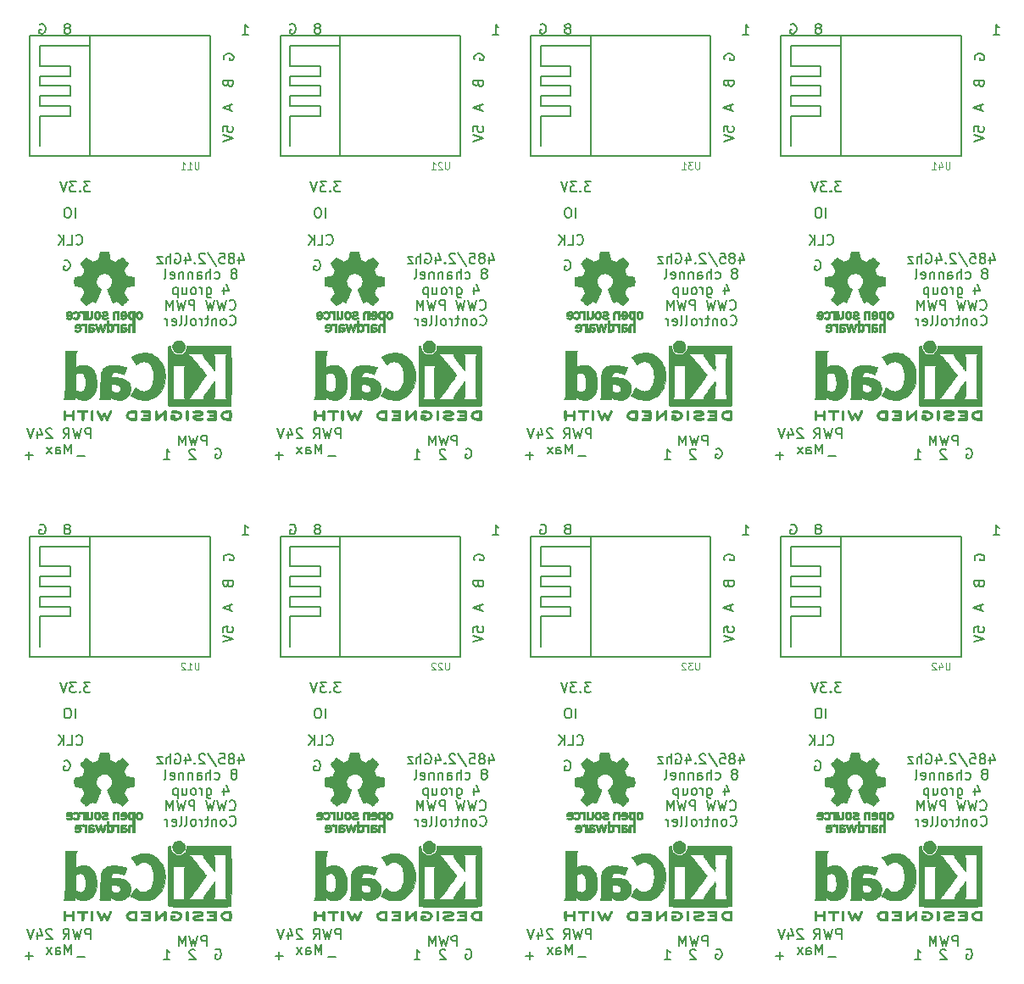
<source format=gbo>
G04 #@! TF.FileFunction,Legend,Bot*
%FSLAX46Y46*%
G04 Gerber Fmt 4.6, Leading zero omitted, Abs format (unit mm)*
G04 Created by KiCad (PCBNEW 4.0.2-stable) date 9/8/2017 10:59:43 PM*
%MOMM*%
G01*
G04 APERTURE LIST*
%ADD10C,0.100000*%
%ADD11C,0.150000*%
%ADD12C,0.010000*%
G04 APERTURE END LIST*
D10*
D11*
X179411495Y-154960800D02*
X179506733Y-154913181D01*
X179649590Y-154913181D01*
X179792448Y-154960800D01*
X179887686Y-155056038D01*
X179935305Y-155151276D01*
X179982924Y-155341752D01*
X179982924Y-155484610D01*
X179935305Y-155675086D01*
X179887686Y-155770324D01*
X179792448Y-155865562D01*
X179649590Y-155913181D01*
X179554352Y-155913181D01*
X179411495Y-155865562D01*
X179363876Y-155817943D01*
X179363876Y-155484610D01*
X179554352Y-155484610D01*
X154411495Y-154960800D02*
X154506733Y-154913181D01*
X154649590Y-154913181D01*
X154792448Y-154960800D01*
X154887686Y-155056038D01*
X154935305Y-155151276D01*
X154982924Y-155341752D01*
X154982924Y-155484610D01*
X154935305Y-155675086D01*
X154887686Y-155770324D01*
X154792448Y-155865562D01*
X154649590Y-155913181D01*
X154554352Y-155913181D01*
X154411495Y-155865562D01*
X154363876Y-155817943D01*
X154363876Y-155484610D01*
X154554352Y-155484610D01*
X129411495Y-154960800D02*
X129506733Y-154913181D01*
X129649590Y-154913181D01*
X129792448Y-154960800D01*
X129887686Y-155056038D01*
X129935305Y-155151276D01*
X129982924Y-155341752D01*
X129982924Y-155484610D01*
X129935305Y-155675086D01*
X129887686Y-155770324D01*
X129792448Y-155865562D01*
X129649590Y-155913181D01*
X129554352Y-155913181D01*
X129411495Y-155865562D01*
X129363876Y-155817943D01*
X129363876Y-155484610D01*
X129554352Y-155484610D01*
X104411495Y-154960800D02*
X104506733Y-154913181D01*
X104649590Y-154913181D01*
X104792448Y-154960800D01*
X104887686Y-155056038D01*
X104935305Y-155151276D01*
X104982924Y-155341752D01*
X104982924Y-155484610D01*
X104935305Y-155675086D01*
X104887686Y-155770324D01*
X104792448Y-155865562D01*
X104649590Y-155913181D01*
X104554352Y-155913181D01*
X104411495Y-155865562D01*
X104363876Y-155817943D01*
X104363876Y-155484610D01*
X104554352Y-155484610D01*
X179411495Y-104960800D02*
X179506733Y-104913181D01*
X179649590Y-104913181D01*
X179792448Y-104960800D01*
X179887686Y-105056038D01*
X179935305Y-105151276D01*
X179982924Y-105341752D01*
X179982924Y-105484610D01*
X179935305Y-105675086D01*
X179887686Y-105770324D01*
X179792448Y-105865562D01*
X179649590Y-105913181D01*
X179554352Y-105913181D01*
X179411495Y-105865562D01*
X179363876Y-105817943D01*
X179363876Y-105484610D01*
X179554352Y-105484610D01*
X154411495Y-104960800D02*
X154506733Y-104913181D01*
X154649590Y-104913181D01*
X154792448Y-104960800D01*
X154887686Y-105056038D01*
X154935305Y-105151276D01*
X154982924Y-105341752D01*
X154982924Y-105484610D01*
X154935305Y-105675086D01*
X154887686Y-105770324D01*
X154792448Y-105865562D01*
X154649590Y-105913181D01*
X154554352Y-105913181D01*
X154411495Y-105865562D01*
X154363876Y-105817943D01*
X154363876Y-105484610D01*
X154554352Y-105484610D01*
X129411495Y-104960800D02*
X129506733Y-104913181D01*
X129649590Y-104913181D01*
X129792448Y-104960800D01*
X129887686Y-105056038D01*
X129935305Y-105151276D01*
X129982924Y-105341752D01*
X129982924Y-105484610D01*
X129935305Y-105675086D01*
X129887686Y-105770324D01*
X129792448Y-105865562D01*
X129649590Y-105913181D01*
X129554352Y-105913181D01*
X129411495Y-105865562D01*
X129363876Y-105817943D01*
X129363876Y-105484610D01*
X129554352Y-105484610D01*
X180624238Y-153277943D02*
X180671857Y-153325562D01*
X180814714Y-153373181D01*
X180909952Y-153373181D01*
X181052810Y-153325562D01*
X181148048Y-153230324D01*
X181195667Y-153135086D01*
X181243286Y-152944610D01*
X181243286Y-152801752D01*
X181195667Y-152611276D01*
X181148048Y-152516038D01*
X181052810Y-152420800D01*
X180909952Y-152373181D01*
X180814714Y-152373181D01*
X180671857Y-152420800D01*
X180624238Y-152468419D01*
X179719476Y-153373181D02*
X180195667Y-153373181D01*
X180195667Y-152373181D01*
X179386143Y-153373181D02*
X179386143Y-152373181D01*
X178814714Y-153373181D02*
X179243286Y-152801752D01*
X178814714Y-152373181D02*
X179386143Y-152944610D01*
X155624238Y-153277943D02*
X155671857Y-153325562D01*
X155814714Y-153373181D01*
X155909952Y-153373181D01*
X156052810Y-153325562D01*
X156148048Y-153230324D01*
X156195667Y-153135086D01*
X156243286Y-152944610D01*
X156243286Y-152801752D01*
X156195667Y-152611276D01*
X156148048Y-152516038D01*
X156052810Y-152420800D01*
X155909952Y-152373181D01*
X155814714Y-152373181D01*
X155671857Y-152420800D01*
X155624238Y-152468419D01*
X154719476Y-153373181D02*
X155195667Y-153373181D01*
X155195667Y-152373181D01*
X154386143Y-153373181D02*
X154386143Y-152373181D01*
X153814714Y-153373181D02*
X154243286Y-152801752D01*
X153814714Y-152373181D02*
X154386143Y-152944610D01*
X130624238Y-153277943D02*
X130671857Y-153325562D01*
X130814714Y-153373181D01*
X130909952Y-153373181D01*
X131052810Y-153325562D01*
X131148048Y-153230324D01*
X131195667Y-153135086D01*
X131243286Y-152944610D01*
X131243286Y-152801752D01*
X131195667Y-152611276D01*
X131148048Y-152516038D01*
X131052810Y-152420800D01*
X130909952Y-152373181D01*
X130814714Y-152373181D01*
X130671857Y-152420800D01*
X130624238Y-152468419D01*
X129719476Y-153373181D02*
X130195667Y-153373181D01*
X130195667Y-152373181D01*
X129386143Y-153373181D02*
X129386143Y-152373181D01*
X128814714Y-153373181D02*
X129243286Y-152801752D01*
X128814714Y-152373181D02*
X129386143Y-152944610D01*
X105624238Y-153277943D02*
X105671857Y-153325562D01*
X105814714Y-153373181D01*
X105909952Y-153373181D01*
X106052810Y-153325562D01*
X106148048Y-153230324D01*
X106195667Y-153135086D01*
X106243286Y-152944610D01*
X106243286Y-152801752D01*
X106195667Y-152611276D01*
X106148048Y-152516038D01*
X106052810Y-152420800D01*
X105909952Y-152373181D01*
X105814714Y-152373181D01*
X105671857Y-152420800D01*
X105624238Y-152468419D01*
X104719476Y-153373181D02*
X105195667Y-153373181D01*
X105195667Y-152373181D01*
X104386143Y-153373181D02*
X104386143Y-152373181D01*
X103814714Y-153373181D02*
X104243286Y-152801752D01*
X103814714Y-152373181D02*
X104386143Y-152944610D01*
X180624238Y-103277943D02*
X180671857Y-103325562D01*
X180814714Y-103373181D01*
X180909952Y-103373181D01*
X181052810Y-103325562D01*
X181148048Y-103230324D01*
X181195667Y-103135086D01*
X181243286Y-102944610D01*
X181243286Y-102801752D01*
X181195667Y-102611276D01*
X181148048Y-102516038D01*
X181052810Y-102420800D01*
X180909952Y-102373181D01*
X180814714Y-102373181D01*
X180671857Y-102420800D01*
X180624238Y-102468419D01*
X179719476Y-103373181D02*
X180195667Y-103373181D01*
X180195667Y-102373181D01*
X179386143Y-103373181D02*
X179386143Y-102373181D01*
X178814714Y-103373181D02*
X179243286Y-102801752D01*
X178814714Y-102373181D02*
X179386143Y-102944610D01*
X155624238Y-103277943D02*
X155671857Y-103325562D01*
X155814714Y-103373181D01*
X155909952Y-103373181D01*
X156052810Y-103325562D01*
X156148048Y-103230324D01*
X156195667Y-103135086D01*
X156243286Y-102944610D01*
X156243286Y-102801752D01*
X156195667Y-102611276D01*
X156148048Y-102516038D01*
X156052810Y-102420800D01*
X155909952Y-102373181D01*
X155814714Y-102373181D01*
X155671857Y-102420800D01*
X155624238Y-102468419D01*
X154719476Y-103373181D02*
X155195667Y-103373181D01*
X155195667Y-102373181D01*
X154386143Y-103373181D02*
X154386143Y-102373181D01*
X153814714Y-103373181D02*
X154243286Y-102801752D01*
X153814714Y-102373181D02*
X154386143Y-102944610D01*
X130624238Y-103277943D02*
X130671857Y-103325562D01*
X130814714Y-103373181D01*
X130909952Y-103373181D01*
X131052810Y-103325562D01*
X131148048Y-103230324D01*
X131195667Y-103135086D01*
X131243286Y-102944610D01*
X131243286Y-102801752D01*
X131195667Y-102611276D01*
X131148048Y-102516038D01*
X131052810Y-102420800D01*
X130909952Y-102373181D01*
X130814714Y-102373181D01*
X130671857Y-102420800D01*
X130624238Y-102468419D01*
X129719476Y-103373181D02*
X130195667Y-103373181D01*
X130195667Y-102373181D01*
X129386143Y-103373181D02*
X129386143Y-102373181D01*
X128814714Y-103373181D02*
X129243286Y-102801752D01*
X128814714Y-102373181D02*
X129386143Y-102944610D01*
X196879833Y-154572214D02*
X196879833Y-155238881D01*
X197117929Y-154191262D02*
X197356024Y-154905548D01*
X196736976Y-154905548D01*
X196213167Y-154667452D02*
X196308405Y-154619833D01*
X196356024Y-154572214D01*
X196403643Y-154476976D01*
X196403643Y-154429357D01*
X196356024Y-154334119D01*
X196308405Y-154286500D01*
X196213167Y-154238881D01*
X196022690Y-154238881D01*
X195927452Y-154286500D01*
X195879833Y-154334119D01*
X195832214Y-154429357D01*
X195832214Y-154476976D01*
X195879833Y-154572214D01*
X195927452Y-154619833D01*
X196022690Y-154667452D01*
X196213167Y-154667452D01*
X196308405Y-154715071D01*
X196356024Y-154762690D01*
X196403643Y-154857929D01*
X196403643Y-155048405D01*
X196356024Y-155143643D01*
X196308405Y-155191262D01*
X196213167Y-155238881D01*
X196022690Y-155238881D01*
X195927452Y-155191262D01*
X195879833Y-155143643D01*
X195832214Y-155048405D01*
X195832214Y-154857929D01*
X195879833Y-154762690D01*
X195927452Y-154715071D01*
X196022690Y-154667452D01*
X194927452Y-154238881D02*
X195403643Y-154238881D01*
X195451262Y-154715071D01*
X195403643Y-154667452D01*
X195308405Y-154619833D01*
X195070309Y-154619833D01*
X194975071Y-154667452D01*
X194927452Y-154715071D01*
X194879833Y-154810310D01*
X194879833Y-155048405D01*
X194927452Y-155143643D01*
X194975071Y-155191262D01*
X195070309Y-155238881D01*
X195308405Y-155238881D01*
X195403643Y-155191262D01*
X195451262Y-155143643D01*
X193736976Y-154191262D02*
X194594119Y-155476976D01*
X193451262Y-154334119D02*
X193403643Y-154286500D01*
X193308405Y-154238881D01*
X193070309Y-154238881D01*
X192975071Y-154286500D01*
X192927452Y-154334119D01*
X192879833Y-154429357D01*
X192879833Y-154524595D01*
X192927452Y-154667452D01*
X193498881Y-155238881D01*
X192879833Y-155238881D01*
X192451262Y-155143643D02*
X192403643Y-155191262D01*
X192451262Y-155238881D01*
X192498881Y-155191262D01*
X192451262Y-155143643D01*
X192451262Y-155238881D01*
X191546500Y-154572214D02*
X191546500Y-155238881D01*
X191784596Y-154191262D02*
X192022691Y-154905548D01*
X191403643Y-154905548D01*
X190498881Y-154286500D02*
X190594119Y-154238881D01*
X190736976Y-154238881D01*
X190879834Y-154286500D01*
X190975072Y-154381738D01*
X191022691Y-154476976D01*
X191070310Y-154667452D01*
X191070310Y-154810310D01*
X191022691Y-155000786D01*
X190975072Y-155096024D01*
X190879834Y-155191262D01*
X190736976Y-155238881D01*
X190641738Y-155238881D01*
X190498881Y-155191262D01*
X190451262Y-155143643D01*
X190451262Y-154810310D01*
X190641738Y-154810310D01*
X190022691Y-155238881D02*
X190022691Y-154238881D01*
X189594119Y-155238881D02*
X189594119Y-154715071D01*
X189641738Y-154619833D01*
X189736976Y-154572214D01*
X189879834Y-154572214D01*
X189975072Y-154619833D01*
X190022691Y-154667452D01*
X189213167Y-154572214D02*
X188689357Y-154572214D01*
X189213167Y-155238881D01*
X188689357Y-155238881D01*
X196451263Y-156217452D02*
X196546501Y-156169833D01*
X196594120Y-156122214D01*
X196641739Y-156026976D01*
X196641739Y-155979357D01*
X196594120Y-155884119D01*
X196546501Y-155836500D01*
X196451263Y-155788881D01*
X196260786Y-155788881D01*
X196165548Y-155836500D01*
X196117929Y-155884119D01*
X196070310Y-155979357D01*
X196070310Y-156026976D01*
X196117929Y-156122214D01*
X196165548Y-156169833D01*
X196260786Y-156217452D01*
X196451263Y-156217452D01*
X196546501Y-156265071D01*
X196594120Y-156312690D01*
X196641739Y-156407929D01*
X196641739Y-156598405D01*
X196594120Y-156693643D01*
X196546501Y-156741262D01*
X196451263Y-156788881D01*
X196260786Y-156788881D01*
X196165548Y-156741262D01*
X196117929Y-156693643D01*
X196070310Y-156598405D01*
X196070310Y-156407929D01*
X196117929Y-156312690D01*
X196165548Y-156265071D01*
X196260786Y-156217452D01*
X194451262Y-156741262D02*
X194546500Y-156788881D01*
X194736977Y-156788881D01*
X194832215Y-156741262D01*
X194879834Y-156693643D01*
X194927453Y-156598405D01*
X194927453Y-156312690D01*
X194879834Y-156217452D01*
X194832215Y-156169833D01*
X194736977Y-156122214D01*
X194546500Y-156122214D01*
X194451262Y-156169833D01*
X194022691Y-156788881D02*
X194022691Y-155788881D01*
X193594119Y-156788881D02*
X193594119Y-156265071D01*
X193641738Y-156169833D01*
X193736976Y-156122214D01*
X193879834Y-156122214D01*
X193975072Y-156169833D01*
X194022691Y-156217452D01*
X192689357Y-156788881D02*
X192689357Y-156265071D01*
X192736976Y-156169833D01*
X192832214Y-156122214D01*
X193022691Y-156122214D01*
X193117929Y-156169833D01*
X192689357Y-156741262D02*
X192784595Y-156788881D01*
X193022691Y-156788881D01*
X193117929Y-156741262D01*
X193165548Y-156646024D01*
X193165548Y-156550786D01*
X193117929Y-156455548D01*
X193022691Y-156407929D01*
X192784595Y-156407929D01*
X192689357Y-156360310D01*
X192213167Y-156122214D02*
X192213167Y-156788881D01*
X192213167Y-156217452D02*
X192165548Y-156169833D01*
X192070310Y-156122214D01*
X191927452Y-156122214D01*
X191832214Y-156169833D01*
X191784595Y-156265071D01*
X191784595Y-156788881D01*
X191308405Y-156122214D02*
X191308405Y-156788881D01*
X191308405Y-156217452D02*
X191260786Y-156169833D01*
X191165548Y-156122214D01*
X191022690Y-156122214D01*
X190927452Y-156169833D01*
X190879833Y-156265071D01*
X190879833Y-156788881D01*
X190022690Y-156741262D02*
X190117928Y-156788881D01*
X190308405Y-156788881D01*
X190403643Y-156741262D01*
X190451262Y-156646024D01*
X190451262Y-156265071D01*
X190403643Y-156169833D01*
X190308405Y-156122214D01*
X190117928Y-156122214D01*
X190022690Y-156169833D01*
X189975071Y-156265071D01*
X189975071Y-156360310D01*
X190451262Y-156455548D01*
X189403643Y-156788881D02*
X189498881Y-156741262D01*
X189546500Y-156646024D01*
X189546500Y-155788881D01*
X195356024Y-157672214D02*
X195356024Y-158338881D01*
X195594120Y-157291262D02*
X195832215Y-158005548D01*
X195213167Y-158005548D01*
X193641738Y-157672214D02*
X193641738Y-158481738D01*
X193689357Y-158576976D01*
X193736976Y-158624595D01*
X193832215Y-158672214D01*
X193975072Y-158672214D01*
X194070310Y-158624595D01*
X193641738Y-158291262D02*
X193736976Y-158338881D01*
X193927453Y-158338881D01*
X194022691Y-158291262D01*
X194070310Y-158243643D01*
X194117929Y-158148405D01*
X194117929Y-157862690D01*
X194070310Y-157767452D01*
X194022691Y-157719833D01*
X193927453Y-157672214D01*
X193736976Y-157672214D01*
X193641738Y-157719833D01*
X193165548Y-158338881D02*
X193165548Y-157672214D01*
X193165548Y-157862690D02*
X193117929Y-157767452D01*
X193070310Y-157719833D01*
X192975072Y-157672214D01*
X192879833Y-157672214D01*
X192403643Y-158338881D02*
X192498881Y-158291262D01*
X192546500Y-158243643D01*
X192594119Y-158148405D01*
X192594119Y-157862690D01*
X192546500Y-157767452D01*
X192498881Y-157719833D01*
X192403643Y-157672214D01*
X192260785Y-157672214D01*
X192165547Y-157719833D01*
X192117928Y-157767452D01*
X192070309Y-157862690D01*
X192070309Y-158148405D01*
X192117928Y-158243643D01*
X192165547Y-158291262D01*
X192260785Y-158338881D01*
X192403643Y-158338881D01*
X191213166Y-157672214D02*
X191213166Y-158338881D01*
X191641738Y-157672214D02*
X191641738Y-158196024D01*
X191594119Y-158291262D01*
X191498881Y-158338881D01*
X191356023Y-158338881D01*
X191260785Y-158291262D01*
X191213166Y-158243643D01*
X190736976Y-157672214D02*
X190736976Y-158672214D01*
X190736976Y-157719833D02*
X190641738Y-157672214D01*
X190451261Y-157672214D01*
X190356023Y-157719833D01*
X190308404Y-157767452D01*
X190260785Y-157862690D01*
X190260785Y-158148405D01*
X190308404Y-158243643D01*
X190356023Y-158291262D01*
X190451261Y-158338881D01*
X190641738Y-158338881D01*
X190736976Y-158291262D01*
X195903642Y-159793643D02*
X195951261Y-159841262D01*
X196094118Y-159888881D01*
X196189356Y-159888881D01*
X196332214Y-159841262D01*
X196427452Y-159746024D01*
X196475071Y-159650786D01*
X196522690Y-159460310D01*
X196522690Y-159317452D01*
X196475071Y-159126976D01*
X196427452Y-159031738D01*
X196332214Y-158936500D01*
X196189356Y-158888881D01*
X196094118Y-158888881D01*
X195951261Y-158936500D01*
X195903642Y-158984119D01*
X195570309Y-158888881D02*
X195332214Y-159888881D01*
X195141737Y-159174595D01*
X194951261Y-159888881D01*
X194713166Y-158888881D01*
X194427452Y-158888881D02*
X194189357Y-159888881D01*
X193998880Y-159174595D01*
X193808404Y-159888881D01*
X193570309Y-158888881D01*
X192427452Y-159888881D02*
X192427452Y-158888881D01*
X192046499Y-158888881D01*
X191951261Y-158936500D01*
X191903642Y-158984119D01*
X191856023Y-159079357D01*
X191856023Y-159222214D01*
X191903642Y-159317452D01*
X191951261Y-159365071D01*
X192046499Y-159412690D01*
X192427452Y-159412690D01*
X191522690Y-158888881D02*
X191284595Y-159888881D01*
X191094118Y-159174595D01*
X190903642Y-159888881D01*
X190665547Y-158888881D01*
X190284595Y-159888881D02*
X190284595Y-158888881D01*
X189951261Y-159603167D01*
X189617928Y-158888881D01*
X189617928Y-159888881D01*
X195951263Y-161343643D02*
X195998882Y-161391262D01*
X196141739Y-161438881D01*
X196236977Y-161438881D01*
X196379835Y-161391262D01*
X196475073Y-161296024D01*
X196522692Y-161200786D01*
X196570311Y-161010310D01*
X196570311Y-160867452D01*
X196522692Y-160676976D01*
X196475073Y-160581738D01*
X196379835Y-160486500D01*
X196236977Y-160438881D01*
X196141739Y-160438881D01*
X195998882Y-160486500D01*
X195951263Y-160534119D01*
X195379835Y-161438881D02*
X195475073Y-161391262D01*
X195522692Y-161343643D01*
X195570311Y-161248405D01*
X195570311Y-160962690D01*
X195522692Y-160867452D01*
X195475073Y-160819833D01*
X195379835Y-160772214D01*
X195236977Y-160772214D01*
X195141739Y-160819833D01*
X195094120Y-160867452D01*
X195046501Y-160962690D01*
X195046501Y-161248405D01*
X195094120Y-161343643D01*
X195141739Y-161391262D01*
X195236977Y-161438881D01*
X195379835Y-161438881D01*
X194617930Y-160772214D02*
X194617930Y-161438881D01*
X194617930Y-160867452D02*
X194570311Y-160819833D01*
X194475073Y-160772214D01*
X194332215Y-160772214D01*
X194236977Y-160819833D01*
X194189358Y-160915071D01*
X194189358Y-161438881D01*
X193856025Y-160772214D02*
X193475073Y-160772214D01*
X193713168Y-160438881D02*
X193713168Y-161296024D01*
X193665549Y-161391262D01*
X193570311Y-161438881D01*
X193475073Y-161438881D01*
X193141739Y-161438881D02*
X193141739Y-160772214D01*
X193141739Y-160962690D02*
X193094120Y-160867452D01*
X193046501Y-160819833D01*
X192951263Y-160772214D01*
X192856024Y-160772214D01*
X192379834Y-161438881D02*
X192475072Y-161391262D01*
X192522691Y-161343643D01*
X192570310Y-161248405D01*
X192570310Y-160962690D01*
X192522691Y-160867452D01*
X192475072Y-160819833D01*
X192379834Y-160772214D01*
X192236976Y-160772214D01*
X192141738Y-160819833D01*
X192094119Y-160867452D01*
X192046500Y-160962690D01*
X192046500Y-161248405D01*
X192094119Y-161343643D01*
X192141738Y-161391262D01*
X192236976Y-161438881D01*
X192379834Y-161438881D01*
X191475072Y-161438881D02*
X191570310Y-161391262D01*
X191617929Y-161296024D01*
X191617929Y-160438881D01*
X190951262Y-161438881D02*
X191046500Y-161391262D01*
X191094119Y-161296024D01*
X191094119Y-160438881D01*
X190189356Y-161391262D02*
X190284594Y-161438881D01*
X190475071Y-161438881D01*
X190570309Y-161391262D01*
X190617928Y-161296024D01*
X190617928Y-160915071D01*
X190570309Y-160819833D01*
X190475071Y-160772214D01*
X190284594Y-160772214D01*
X190189356Y-160819833D01*
X190141737Y-160915071D01*
X190141737Y-161010310D01*
X190617928Y-161105548D01*
X189713166Y-161438881D02*
X189713166Y-160772214D01*
X189713166Y-160962690D02*
X189665547Y-160867452D01*
X189617928Y-160819833D01*
X189522690Y-160772214D01*
X189427451Y-160772214D01*
X171879833Y-154572214D02*
X171879833Y-155238881D01*
X172117929Y-154191262D02*
X172356024Y-154905548D01*
X171736976Y-154905548D01*
X171213167Y-154667452D02*
X171308405Y-154619833D01*
X171356024Y-154572214D01*
X171403643Y-154476976D01*
X171403643Y-154429357D01*
X171356024Y-154334119D01*
X171308405Y-154286500D01*
X171213167Y-154238881D01*
X171022690Y-154238881D01*
X170927452Y-154286500D01*
X170879833Y-154334119D01*
X170832214Y-154429357D01*
X170832214Y-154476976D01*
X170879833Y-154572214D01*
X170927452Y-154619833D01*
X171022690Y-154667452D01*
X171213167Y-154667452D01*
X171308405Y-154715071D01*
X171356024Y-154762690D01*
X171403643Y-154857929D01*
X171403643Y-155048405D01*
X171356024Y-155143643D01*
X171308405Y-155191262D01*
X171213167Y-155238881D01*
X171022690Y-155238881D01*
X170927452Y-155191262D01*
X170879833Y-155143643D01*
X170832214Y-155048405D01*
X170832214Y-154857929D01*
X170879833Y-154762690D01*
X170927452Y-154715071D01*
X171022690Y-154667452D01*
X169927452Y-154238881D02*
X170403643Y-154238881D01*
X170451262Y-154715071D01*
X170403643Y-154667452D01*
X170308405Y-154619833D01*
X170070309Y-154619833D01*
X169975071Y-154667452D01*
X169927452Y-154715071D01*
X169879833Y-154810310D01*
X169879833Y-155048405D01*
X169927452Y-155143643D01*
X169975071Y-155191262D01*
X170070309Y-155238881D01*
X170308405Y-155238881D01*
X170403643Y-155191262D01*
X170451262Y-155143643D01*
X168736976Y-154191262D02*
X169594119Y-155476976D01*
X168451262Y-154334119D02*
X168403643Y-154286500D01*
X168308405Y-154238881D01*
X168070309Y-154238881D01*
X167975071Y-154286500D01*
X167927452Y-154334119D01*
X167879833Y-154429357D01*
X167879833Y-154524595D01*
X167927452Y-154667452D01*
X168498881Y-155238881D01*
X167879833Y-155238881D01*
X167451262Y-155143643D02*
X167403643Y-155191262D01*
X167451262Y-155238881D01*
X167498881Y-155191262D01*
X167451262Y-155143643D01*
X167451262Y-155238881D01*
X166546500Y-154572214D02*
X166546500Y-155238881D01*
X166784596Y-154191262D02*
X167022691Y-154905548D01*
X166403643Y-154905548D01*
X165498881Y-154286500D02*
X165594119Y-154238881D01*
X165736976Y-154238881D01*
X165879834Y-154286500D01*
X165975072Y-154381738D01*
X166022691Y-154476976D01*
X166070310Y-154667452D01*
X166070310Y-154810310D01*
X166022691Y-155000786D01*
X165975072Y-155096024D01*
X165879834Y-155191262D01*
X165736976Y-155238881D01*
X165641738Y-155238881D01*
X165498881Y-155191262D01*
X165451262Y-155143643D01*
X165451262Y-154810310D01*
X165641738Y-154810310D01*
X165022691Y-155238881D02*
X165022691Y-154238881D01*
X164594119Y-155238881D02*
X164594119Y-154715071D01*
X164641738Y-154619833D01*
X164736976Y-154572214D01*
X164879834Y-154572214D01*
X164975072Y-154619833D01*
X165022691Y-154667452D01*
X164213167Y-154572214D02*
X163689357Y-154572214D01*
X164213167Y-155238881D01*
X163689357Y-155238881D01*
X171451263Y-156217452D02*
X171546501Y-156169833D01*
X171594120Y-156122214D01*
X171641739Y-156026976D01*
X171641739Y-155979357D01*
X171594120Y-155884119D01*
X171546501Y-155836500D01*
X171451263Y-155788881D01*
X171260786Y-155788881D01*
X171165548Y-155836500D01*
X171117929Y-155884119D01*
X171070310Y-155979357D01*
X171070310Y-156026976D01*
X171117929Y-156122214D01*
X171165548Y-156169833D01*
X171260786Y-156217452D01*
X171451263Y-156217452D01*
X171546501Y-156265071D01*
X171594120Y-156312690D01*
X171641739Y-156407929D01*
X171641739Y-156598405D01*
X171594120Y-156693643D01*
X171546501Y-156741262D01*
X171451263Y-156788881D01*
X171260786Y-156788881D01*
X171165548Y-156741262D01*
X171117929Y-156693643D01*
X171070310Y-156598405D01*
X171070310Y-156407929D01*
X171117929Y-156312690D01*
X171165548Y-156265071D01*
X171260786Y-156217452D01*
X169451262Y-156741262D02*
X169546500Y-156788881D01*
X169736977Y-156788881D01*
X169832215Y-156741262D01*
X169879834Y-156693643D01*
X169927453Y-156598405D01*
X169927453Y-156312690D01*
X169879834Y-156217452D01*
X169832215Y-156169833D01*
X169736977Y-156122214D01*
X169546500Y-156122214D01*
X169451262Y-156169833D01*
X169022691Y-156788881D02*
X169022691Y-155788881D01*
X168594119Y-156788881D02*
X168594119Y-156265071D01*
X168641738Y-156169833D01*
X168736976Y-156122214D01*
X168879834Y-156122214D01*
X168975072Y-156169833D01*
X169022691Y-156217452D01*
X167689357Y-156788881D02*
X167689357Y-156265071D01*
X167736976Y-156169833D01*
X167832214Y-156122214D01*
X168022691Y-156122214D01*
X168117929Y-156169833D01*
X167689357Y-156741262D02*
X167784595Y-156788881D01*
X168022691Y-156788881D01*
X168117929Y-156741262D01*
X168165548Y-156646024D01*
X168165548Y-156550786D01*
X168117929Y-156455548D01*
X168022691Y-156407929D01*
X167784595Y-156407929D01*
X167689357Y-156360310D01*
X167213167Y-156122214D02*
X167213167Y-156788881D01*
X167213167Y-156217452D02*
X167165548Y-156169833D01*
X167070310Y-156122214D01*
X166927452Y-156122214D01*
X166832214Y-156169833D01*
X166784595Y-156265071D01*
X166784595Y-156788881D01*
X166308405Y-156122214D02*
X166308405Y-156788881D01*
X166308405Y-156217452D02*
X166260786Y-156169833D01*
X166165548Y-156122214D01*
X166022690Y-156122214D01*
X165927452Y-156169833D01*
X165879833Y-156265071D01*
X165879833Y-156788881D01*
X165022690Y-156741262D02*
X165117928Y-156788881D01*
X165308405Y-156788881D01*
X165403643Y-156741262D01*
X165451262Y-156646024D01*
X165451262Y-156265071D01*
X165403643Y-156169833D01*
X165308405Y-156122214D01*
X165117928Y-156122214D01*
X165022690Y-156169833D01*
X164975071Y-156265071D01*
X164975071Y-156360310D01*
X165451262Y-156455548D01*
X164403643Y-156788881D02*
X164498881Y-156741262D01*
X164546500Y-156646024D01*
X164546500Y-155788881D01*
X170356024Y-157672214D02*
X170356024Y-158338881D01*
X170594120Y-157291262D02*
X170832215Y-158005548D01*
X170213167Y-158005548D01*
X168641738Y-157672214D02*
X168641738Y-158481738D01*
X168689357Y-158576976D01*
X168736976Y-158624595D01*
X168832215Y-158672214D01*
X168975072Y-158672214D01*
X169070310Y-158624595D01*
X168641738Y-158291262D02*
X168736976Y-158338881D01*
X168927453Y-158338881D01*
X169022691Y-158291262D01*
X169070310Y-158243643D01*
X169117929Y-158148405D01*
X169117929Y-157862690D01*
X169070310Y-157767452D01*
X169022691Y-157719833D01*
X168927453Y-157672214D01*
X168736976Y-157672214D01*
X168641738Y-157719833D01*
X168165548Y-158338881D02*
X168165548Y-157672214D01*
X168165548Y-157862690D02*
X168117929Y-157767452D01*
X168070310Y-157719833D01*
X167975072Y-157672214D01*
X167879833Y-157672214D01*
X167403643Y-158338881D02*
X167498881Y-158291262D01*
X167546500Y-158243643D01*
X167594119Y-158148405D01*
X167594119Y-157862690D01*
X167546500Y-157767452D01*
X167498881Y-157719833D01*
X167403643Y-157672214D01*
X167260785Y-157672214D01*
X167165547Y-157719833D01*
X167117928Y-157767452D01*
X167070309Y-157862690D01*
X167070309Y-158148405D01*
X167117928Y-158243643D01*
X167165547Y-158291262D01*
X167260785Y-158338881D01*
X167403643Y-158338881D01*
X166213166Y-157672214D02*
X166213166Y-158338881D01*
X166641738Y-157672214D02*
X166641738Y-158196024D01*
X166594119Y-158291262D01*
X166498881Y-158338881D01*
X166356023Y-158338881D01*
X166260785Y-158291262D01*
X166213166Y-158243643D01*
X165736976Y-157672214D02*
X165736976Y-158672214D01*
X165736976Y-157719833D02*
X165641738Y-157672214D01*
X165451261Y-157672214D01*
X165356023Y-157719833D01*
X165308404Y-157767452D01*
X165260785Y-157862690D01*
X165260785Y-158148405D01*
X165308404Y-158243643D01*
X165356023Y-158291262D01*
X165451261Y-158338881D01*
X165641738Y-158338881D01*
X165736976Y-158291262D01*
X170903642Y-159793643D02*
X170951261Y-159841262D01*
X171094118Y-159888881D01*
X171189356Y-159888881D01*
X171332214Y-159841262D01*
X171427452Y-159746024D01*
X171475071Y-159650786D01*
X171522690Y-159460310D01*
X171522690Y-159317452D01*
X171475071Y-159126976D01*
X171427452Y-159031738D01*
X171332214Y-158936500D01*
X171189356Y-158888881D01*
X171094118Y-158888881D01*
X170951261Y-158936500D01*
X170903642Y-158984119D01*
X170570309Y-158888881D02*
X170332214Y-159888881D01*
X170141737Y-159174595D01*
X169951261Y-159888881D01*
X169713166Y-158888881D01*
X169427452Y-158888881D02*
X169189357Y-159888881D01*
X168998880Y-159174595D01*
X168808404Y-159888881D01*
X168570309Y-158888881D01*
X167427452Y-159888881D02*
X167427452Y-158888881D01*
X167046499Y-158888881D01*
X166951261Y-158936500D01*
X166903642Y-158984119D01*
X166856023Y-159079357D01*
X166856023Y-159222214D01*
X166903642Y-159317452D01*
X166951261Y-159365071D01*
X167046499Y-159412690D01*
X167427452Y-159412690D01*
X166522690Y-158888881D02*
X166284595Y-159888881D01*
X166094118Y-159174595D01*
X165903642Y-159888881D01*
X165665547Y-158888881D01*
X165284595Y-159888881D02*
X165284595Y-158888881D01*
X164951261Y-159603167D01*
X164617928Y-158888881D01*
X164617928Y-159888881D01*
X170951263Y-161343643D02*
X170998882Y-161391262D01*
X171141739Y-161438881D01*
X171236977Y-161438881D01*
X171379835Y-161391262D01*
X171475073Y-161296024D01*
X171522692Y-161200786D01*
X171570311Y-161010310D01*
X171570311Y-160867452D01*
X171522692Y-160676976D01*
X171475073Y-160581738D01*
X171379835Y-160486500D01*
X171236977Y-160438881D01*
X171141739Y-160438881D01*
X170998882Y-160486500D01*
X170951263Y-160534119D01*
X170379835Y-161438881D02*
X170475073Y-161391262D01*
X170522692Y-161343643D01*
X170570311Y-161248405D01*
X170570311Y-160962690D01*
X170522692Y-160867452D01*
X170475073Y-160819833D01*
X170379835Y-160772214D01*
X170236977Y-160772214D01*
X170141739Y-160819833D01*
X170094120Y-160867452D01*
X170046501Y-160962690D01*
X170046501Y-161248405D01*
X170094120Y-161343643D01*
X170141739Y-161391262D01*
X170236977Y-161438881D01*
X170379835Y-161438881D01*
X169617930Y-160772214D02*
X169617930Y-161438881D01*
X169617930Y-160867452D02*
X169570311Y-160819833D01*
X169475073Y-160772214D01*
X169332215Y-160772214D01*
X169236977Y-160819833D01*
X169189358Y-160915071D01*
X169189358Y-161438881D01*
X168856025Y-160772214D02*
X168475073Y-160772214D01*
X168713168Y-160438881D02*
X168713168Y-161296024D01*
X168665549Y-161391262D01*
X168570311Y-161438881D01*
X168475073Y-161438881D01*
X168141739Y-161438881D02*
X168141739Y-160772214D01*
X168141739Y-160962690D02*
X168094120Y-160867452D01*
X168046501Y-160819833D01*
X167951263Y-160772214D01*
X167856024Y-160772214D01*
X167379834Y-161438881D02*
X167475072Y-161391262D01*
X167522691Y-161343643D01*
X167570310Y-161248405D01*
X167570310Y-160962690D01*
X167522691Y-160867452D01*
X167475072Y-160819833D01*
X167379834Y-160772214D01*
X167236976Y-160772214D01*
X167141738Y-160819833D01*
X167094119Y-160867452D01*
X167046500Y-160962690D01*
X167046500Y-161248405D01*
X167094119Y-161343643D01*
X167141738Y-161391262D01*
X167236976Y-161438881D01*
X167379834Y-161438881D01*
X166475072Y-161438881D02*
X166570310Y-161391262D01*
X166617929Y-161296024D01*
X166617929Y-160438881D01*
X165951262Y-161438881D02*
X166046500Y-161391262D01*
X166094119Y-161296024D01*
X166094119Y-160438881D01*
X165189356Y-161391262D02*
X165284594Y-161438881D01*
X165475071Y-161438881D01*
X165570309Y-161391262D01*
X165617928Y-161296024D01*
X165617928Y-160915071D01*
X165570309Y-160819833D01*
X165475071Y-160772214D01*
X165284594Y-160772214D01*
X165189356Y-160819833D01*
X165141737Y-160915071D01*
X165141737Y-161010310D01*
X165617928Y-161105548D01*
X164713166Y-161438881D02*
X164713166Y-160772214D01*
X164713166Y-160962690D02*
X164665547Y-160867452D01*
X164617928Y-160819833D01*
X164522690Y-160772214D01*
X164427451Y-160772214D01*
X146879833Y-154572214D02*
X146879833Y-155238881D01*
X147117929Y-154191262D02*
X147356024Y-154905548D01*
X146736976Y-154905548D01*
X146213167Y-154667452D02*
X146308405Y-154619833D01*
X146356024Y-154572214D01*
X146403643Y-154476976D01*
X146403643Y-154429357D01*
X146356024Y-154334119D01*
X146308405Y-154286500D01*
X146213167Y-154238881D01*
X146022690Y-154238881D01*
X145927452Y-154286500D01*
X145879833Y-154334119D01*
X145832214Y-154429357D01*
X145832214Y-154476976D01*
X145879833Y-154572214D01*
X145927452Y-154619833D01*
X146022690Y-154667452D01*
X146213167Y-154667452D01*
X146308405Y-154715071D01*
X146356024Y-154762690D01*
X146403643Y-154857929D01*
X146403643Y-155048405D01*
X146356024Y-155143643D01*
X146308405Y-155191262D01*
X146213167Y-155238881D01*
X146022690Y-155238881D01*
X145927452Y-155191262D01*
X145879833Y-155143643D01*
X145832214Y-155048405D01*
X145832214Y-154857929D01*
X145879833Y-154762690D01*
X145927452Y-154715071D01*
X146022690Y-154667452D01*
X144927452Y-154238881D02*
X145403643Y-154238881D01*
X145451262Y-154715071D01*
X145403643Y-154667452D01*
X145308405Y-154619833D01*
X145070309Y-154619833D01*
X144975071Y-154667452D01*
X144927452Y-154715071D01*
X144879833Y-154810310D01*
X144879833Y-155048405D01*
X144927452Y-155143643D01*
X144975071Y-155191262D01*
X145070309Y-155238881D01*
X145308405Y-155238881D01*
X145403643Y-155191262D01*
X145451262Y-155143643D01*
X143736976Y-154191262D02*
X144594119Y-155476976D01*
X143451262Y-154334119D02*
X143403643Y-154286500D01*
X143308405Y-154238881D01*
X143070309Y-154238881D01*
X142975071Y-154286500D01*
X142927452Y-154334119D01*
X142879833Y-154429357D01*
X142879833Y-154524595D01*
X142927452Y-154667452D01*
X143498881Y-155238881D01*
X142879833Y-155238881D01*
X142451262Y-155143643D02*
X142403643Y-155191262D01*
X142451262Y-155238881D01*
X142498881Y-155191262D01*
X142451262Y-155143643D01*
X142451262Y-155238881D01*
X141546500Y-154572214D02*
X141546500Y-155238881D01*
X141784596Y-154191262D02*
X142022691Y-154905548D01*
X141403643Y-154905548D01*
X140498881Y-154286500D02*
X140594119Y-154238881D01*
X140736976Y-154238881D01*
X140879834Y-154286500D01*
X140975072Y-154381738D01*
X141022691Y-154476976D01*
X141070310Y-154667452D01*
X141070310Y-154810310D01*
X141022691Y-155000786D01*
X140975072Y-155096024D01*
X140879834Y-155191262D01*
X140736976Y-155238881D01*
X140641738Y-155238881D01*
X140498881Y-155191262D01*
X140451262Y-155143643D01*
X140451262Y-154810310D01*
X140641738Y-154810310D01*
X140022691Y-155238881D02*
X140022691Y-154238881D01*
X139594119Y-155238881D02*
X139594119Y-154715071D01*
X139641738Y-154619833D01*
X139736976Y-154572214D01*
X139879834Y-154572214D01*
X139975072Y-154619833D01*
X140022691Y-154667452D01*
X139213167Y-154572214D02*
X138689357Y-154572214D01*
X139213167Y-155238881D01*
X138689357Y-155238881D01*
X146451263Y-156217452D02*
X146546501Y-156169833D01*
X146594120Y-156122214D01*
X146641739Y-156026976D01*
X146641739Y-155979357D01*
X146594120Y-155884119D01*
X146546501Y-155836500D01*
X146451263Y-155788881D01*
X146260786Y-155788881D01*
X146165548Y-155836500D01*
X146117929Y-155884119D01*
X146070310Y-155979357D01*
X146070310Y-156026976D01*
X146117929Y-156122214D01*
X146165548Y-156169833D01*
X146260786Y-156217452D01*
X146451263Y-156217452D01*
X146546501Y-156265071D01*
X146594120Y-156312690D01*
X146641739Y-156407929D01*
X146641739Y-156598405D01*
X146594120Y-156693643D01*
X146546501Y-156741262D01*
X146451263Y-156788881D01*
X146260786Y-156788881D01*
X146165548Y-156741262D01*
X146117929Y-156693643D01*
X146070310Y-156598405D01*
X146070310Y-156407929D01*
X146117929Y-156312690D01*
X146165548Y-156265071D01*
X146260786Y-156217452D01*
X144451262Y-156741262D02*
X144546500Y-156788881D01*
X144736977Y-156788881D01*
X144832215Y-156741262D01*
X144879834Y-156693643D01*
X144927453Y-156598405D01*
X144927453Y-156312690D01*
X144879834Y-156217452D01*
X144832215Y-156169833D01*
X144736977Y-156122214D01*
X144546500Y-156122214D01*
X144451262Y-156169833D01*
X144022691Y-156788881D02*
X144022691Y-155788881D01*
X143594119Y-156788881D02*
X143594119Y-156265071D01*
X143641738Y-156169833D01*
X143736976Y-156122214D01*
X143879834Y-156122214D01*
X143975072Y-156169833D01*
X144022691Y-156217452D01*
X142689357Y-156788881D02*
X142689357Y-156265071D01*
X142736976Y-156169833D01*
X142832214Y-156122214D01*
X143022691Y-156122214D01*
X143117929Y-156169833D01*
X142689357Y-156741262D02*
X142784595Y-156788881D01*
X143022691Y-156788881D01*
X143117929Y-156741262D01*
X143165548Y-156646024D01*
X143165548Y-156550786D01*
X143117929Y-156455548D01*
X143022691Y-156407929D01*
X142784595Y-156407929D01*
X142689357Y-156360310D01*
X142213167Y-156122214D02*
X142213167Y-156788881D01*
X142213167Y-156217452D02*
X142165548Y-156169833D01*
X142070310Y-156122214D01*
X141927452Y-156122214D01*
X141832214Y-156169833D01*
X141784595Y-156265071D01*
X141784595Y-156788881D01*
X141308405Y-156122214D02*
X141308405Y-156788881D01*
X141308405Y-156217452D02*
X141260786Y-156169833D01*
X141165548Y-156122214D01*
X141022690Y-156122214D01*
X140927452Y-156169833D01*
X140879833Y-156265071D01*
X140879833Y-156788881D01*
X140022690Y-156741262D02*
X140117928Y-156788881D01*
X140308405Y-156788881D01*
X140403643Y-156741262D01*
X140451262Y-156646024D01*
X140451262Y-156265071D01*
X140403643Y-156169833D01*
X140308405Y-156122214D01*
X140117928Y-156122214D01*
X140022690Y-156169833D01*
X139975071Y-156265071D01*
X139975071Y-156360310D01*
X140451262Y-156455548D01*
X139403643Y-156788881D02*
X139498881Y-156741262D01*
X139546500Y-156646024D01*
X139546500Y-155788881D01*
X145356024Y-157672214D02*
X145356024Y-158338881D01*
X145594120Y-157291262D02*
X145832215Y-158005548D01*
X145213167Y-158005548D01*
X143641738Y-157672214D02*
X143641738Y-158481738D01*
X143689357Y-158576976D01*
X143736976Y-158624595D01*
X143832215Y-158672214D01*
X143975072Y-158672214D01*
X144070310Y-158624595D01*
X143641738Y-158291262D02*
X143736976Y-158338881D01*
X143927453Y-158338881D01*
X144022691Y-158291262D01*
X144070310Y-158243643D01*
X144117929Y-158148405D01*
X144117929Y-157862690D01*
X144070310Y-157767452D01*
X144022691Y-157719833D01*
X143927453Y-157672214D01*
X143736976Y-157672214D01*
X143641738Y-157719833D01*
X143165548Y-158338881D02*
X143165548Y-157672214D01*
X143165548Y-157862690D02*
X143117929Y-157767452D01*
X143070310Y-157719833D01*
X142975072Y-157672214D01*
X142879833Y-157672214D01*
X142403643Y-158338881D02*
X142498881Y-158291262D01*
X142546500Y-158243643D01*
X142594119Y-158148405D01*
X142594119Y-157862690D01*
X142546500Y-157767452D01*
X142498881Y-157719833D01*
X142403643Y-157672214D01*
X142260785Y-157672214D01*
X142165547Y-157719833D01*
X142117928Y-157767452D01*
X142070309Y-157862690D01*
X142070309Y-158148405D01*
X142117928Y-158243643D01*
X142165547Y-158291262D01*
X142260785Y-158338881D01*
X142403643Y-158338881D01*
X141213166Y-157672214D02*
X141213166Y-158338881D01*
X141641738Y-157672214D02*
X141641738Y-158196024D01*
X141594119Y-158291262D01*
X141498881Y-158338881D01*
X141356023Y-158338881D01*
X141260785Y-158291262D01*
X141213166Y-158243643D01*
X140736976Y-157672214D02*
X140736976Y-158672214D01*
X140736976Y-157719833D02*
X140641738Y-157672214D01*
X140451261Y-157672214D01*
X140356023Y-157719833D01*
X140308404Y-157767452D01*
X140260785Y-157862690D01*
X140260785Y-158148405D01*
X140308404Y-158243643D01*
X140356023Y-158291262D01*
X140451261Y-158338881D01*
X140641738Y-158338881D01*
X140736976Y-158291262D01*
X145903642Y-159793643D02*
X145951261Y-159841262D01*
X146094118Y-159888881D01*
X146189356Y-159888881D01*
X146332214Y-159841262D01*
X146427452Y-159746024D01*
X146475071Y-159650786D01*
X146522690Y-159460310D01*
X146522690Y-159317452D01*
X146475071Y-159126976D01*
X146427452Y-159031738D01*
X146332214Y-158936500D01*
X146189356Y-158888881D01*
X146094118Y-158888881D01*
X145951261Y-158936500D01*
X145903642Y-158984119D01*
X145570309Y-158888881D02*
X145332214Y-159888881D01*
X145141737Y-159174595D01*
X144951261Y-159888881D01*
X144713166Y-158888881D01*
X144427452Y-158888881D02*
X144189357Y-159888881D01*
X143998880Y-159174595D01*
X143808404Y-159888881D01*
X143570309Y-158888881D01*
X142427452Y-159888881D02*
X142427452Y-158888881D01*
X142046499Y-158888881D01*
X141951261Y-158936500D01*
X141903642Y-158984119D01*
X141856023Y-159079357D01*
X141856023Y-159222214D01*
X141903642Y-159317452D01*
X141951261Y-159365071D01*
X142046499Y-159412690D01*
X142427452Y-159412690D01*
X141522690Y-158888881D02*
X141284595Y-159888881D01*
X141094118Y-159174595D01*
X140903642Y-159888881D01*
X140665547Y-158888881D01*
X140284595Y-159888881D02*
X140284595Y-158888881D01*
X139951261Y-159603167D01*
X139617928Y-158888881D01*
X139617928Y-159888881D01*
X145951263Y-161343643D02*
X145998882Y-161391262D01*
X146141739Y-161438881D01*
X146236977Y-161438881D01*
X146379835Y-161391262D01*
X146475073Y-161296024D01*
X146522692Y-161200786D01*
X146570311Y-161010310D01*
X146570311Y-160867452D01*
X146522692Y-160676976D01*
X146475073Y-160581738D01*
X146379835Y-160486500D01*
X146236977Y-160438881D01*
X146141739Y-160438881D01*
X145998882Y-160486500D01*
X145951263Y-160534119D01*
X145379835Y-161438881D02*
X145475073Y-161391262D01*
X145522692Y-161343643D01*
X145570311Y-161248405D01*
X145570311Y-160962690D01*
X145522692Y-160867452D01*
X145475073Y-160819833D01*
X145379835Y-160772214D01*
X145236977Y-160772214D01*
X145141739Y-160819833D01*
X145094120Y-160867452D01*
X145046501Y-160962690D01*
X145046501Y-161248405D01*
X145094120Y-161343643D01*
X145141739Y-161391262D01*
X145236977Y-161438881D01*
X145379835Y-161438881D01*
X144617930Y-160772214D02*
X144617930Y-161438881D01*
X144617930Y-160867452D02*
X144570311Y-160819833D01*
X144475073Y-160772214D01*
X144332215Y-160772214D01*
X144236977Y-160819833D01*
X144189358Y-160915071D01*
X144189358Y-161438881D01*
X143856025Y-160772214D02*
X143475073Y-160772214D01*
X143713168Y-160438881D02*
X143713168Y-161296024D01*
X143665549Y-161391262D01*
X143570311Y-161438881D01*
X143475073Y-161438881D01*
X143141739Y-161438881D02*
X143141739Y-160772214D01*
X143141739Y-160962690D02*
X143094120Y-160867452D01*
X143046501Y-160819833D01*
X142951263Y-160772214D01*
X142856024Y-160772214D01*
X142379834Y-161438881D02*
X142475072Y-161391262D01*
X142522691Y-161343643D01*
X142570310Y-161248405D01*
X142570310Y-160962690D01*
X142522691Y-160867452D01*
X142475072Y-160819833D01*
X142379834Y-160772214D01*
X142236976Y-160772214D01*
X142141738Y-160819833D01*
X142094119Y-160867452D01*
X142046500Y-160962690D01*
X142046500Y-161248405D01*
X142094119Y-161343643D01*
X142141738Y-161391262D01*
X142236976Y-161438881D01*
X142379834Y-161438881D01*
X141475072Y-161438881D02*
X141570310Y-161391262D01*
X141617929Y-161296024D01*
X141617929Y-160438881D01*
X140951262Y-161438881D02*
X141046500Y-161391262D01*
X141094119Y-161296024D01*
X141094119Y-160438881D01*
X140189356Y-161391262D02*
X140284594Y-161438881D01*
X140475071Y-161438881D01*
X140570309Y-161391262D01*
X140617928Y-161296024D01*
X140617928Y-160915071D01*
X140570309Y-160819833D01*
X140475071Y-160772214D01*
X140284594Y-160772214D01*
X140189356Y-160819833D01*
X140141737Y-160915071D01*
X140141737Y-161010310D01*
X140617928Y-161105548D01*
X139713166Y-161438881D02*
X139713166Y-160772214D01*
X139713166Y-160962690D02*
X139665547Y-160867452D01*
X139617928Y-160819833D01*
X139522690Y-160772214D01*
X139427451Y-160772214D01*
X121879833Y-154572214D02*
X121879833Y-155238881D01*
X122117929Y-154191262D02*
X122356024Y-154905548D01*
X121736976Y-154905548D01*
X121213167Y-154667452D02*
X121308405Y-154619833D01*
X121356024Y-154572214D01*
X121403643Y-154476976D01*
X121403643Y-154429357D01*
X121356024Y-154334119D01*
X121308405Y-154286500D01*
X121213167Y-154238881D01*
X121022690Y-154238881D01*
X120927452Y-154286500D01*
X120879833Y-154334119D01*
X120832214Y-154429357D01*
X120832214Y-154476976D01*
X120879833Y-154572214D01*
X120927452Y-154619833D01*
X121022690Y-154667452D01*
X121213167Y-154667452D01*
X121308405Y-154715071D01*
X121356024Y-154762690D01*
X121403643Y-154857929D01*
X121403643Y-155048405D01*
X121356024Y-155143643D01*
X121308405Y-155191262D01*
X121213167Y-155238881D01*
X121022690Y-155238881D01*
X120927452Y-155191262D01*
X120879833Y-155143643D01*
X120832214Y-155048405D01*
X120832214Y-154857929D01*
X120879833Y-154762690D01*
X120927452Y-154715071D01*
X121022690Y-154667452D01*
X119927452Y-154238881D02*
X120403643Y-154238881D01*
X120451262Y-154715071D01*
X120403643Y-154667452D01*
X120308405Y-154619833D01*
X120070309Y-154619833D01*
X119975071Y-154667452D01*
X119927452Y-154715071D01*
X119879833Y-154810310D01*
X119879833Y-155048405D01*
X119927452Y-155143643D01*
X119975071Y-155191262D01*
X120070309Y-155238881D01*
X120308405Y-155238881D01*
X120403643Y-155191262D01*
X120451262Y-155143643D01*
X118736976Y-154191262D02*
X119594119Y-155476976D01*
X118451262Y-154334119D02*
X118403643Y-154286500D01*
X118308405Y-154238881D01*
X118070309Y-154238881D01*
X117975071Y-154286500D01*
X117927452Y-154334119D01*
X117879833Y-154429357D01*
X117879833Y-154524595D01*
X117927452Y-154667452D01*
X118498881Y-155238881D01*
X117879833Y-155238881D01*
X117451262Y-155143643D02*
X117403643Y-155191262D01*
X117451262Y-155238881D01*
X117498881Y-155191262D01*
X117451262Y-155143643D01*
X117451262Y-155238881D01*
X116546500Y-154572214D02*
X116546500Y-155238881D01*
X116784596Y-154191262D02*
X117022691Y-154905548D01*
X116403643Y-154905548D01*
X115498881Y-154286500D02*
X115594119Y-154238881D01*
X115736976Y-154238881D01*
X115879834Y-154286500D01*
X115975072Y-154381738D01*
X116022691Y-154476976D01*
X116070310Y-154667452D01*
X116070310Y-154810310D01*
X116022691Y-155000786D01*
X115975072Y-155096024D01*
X115879834Y-155191262D01*
X115736976Y-155238881D01*
X115641738Y-155238881D01*
X115498881Y-155191262D01*
X115451262Y-155143643D01*
X115451262Y-154810310D01*
X115641738Y-154810310D01*
X115022691Y-155238881D02*
X115022691Y-154238881D01*
X114594119Y-155238881D02*
X114594119Y-154715071D01*
X114641738Y-154619833D01*
X114736976Y-154572214D01*
X114879834Y-154572214D01*
X114975072Y-154619833D01*
X115022691Y-154667452D01*
X114213167Y-154572214D02*
X113689357Y-154572214D01*
X114213167Y-155238881D01*
X113689357Y-155238881D01*
X121451263Y-156217452D02*
X121546501Y-156169833D01*
X121594120Y-156122214D01*
X121641739Y-156026976D01*
X121641739Y-155979357D01*
X121594120Y-155884119D01*
X121546501Y-155836500D01*
X121451263Y-155788881D01*
X121260786Y-155788881D01*
X121165548Y-155836500D01*
X121117929Y-155884119D01*
X121070310Y-155979357D01*
X121070310Y-156026976D01*
X121117929Y-156122214D01*
X121165548Y-156169833D01*
X121260786Y-156217452D01*
X121451263Y-156217452D01*
X121546501Y-156265071D01*
X121594120Y-156312690D01*
X121641739Y-156407929D01*
X121641739Y-156598405D01*
X121594120Y-156693643D01*
X121546501Y-156741262D01*
X121451263Y-156788881D01*
X121260786Y-156788881D01*
X121165548Y-156741262D01*
X121117929Y-156693643D01*
X121070310Y-156598405D01*
X121070310Y-156407929D01*
X121117929Y-156312690D01*
X121165548Y-156265071D01*
X121260786Y-156217452D01*
X119451262Y-156741262D02*
X119546500Y-156788881D01*
X119736977Y-156788881D01*
X119832215Y-156741262D01*
X119879834Y-156693643D01*
X119927453Y-156598405D01*
X119927453Y-156312690D01*
X119879834Y-156217452D01*
X119832215Y-156169833D01*
X119736977Y-156122214D01*
X119546500Y-156122214D01*
X119451262Y-156169833D01*
X119022691Y-156788881D02*
X119022691Y-155788881D01*
X118594119Y-156788881D02*
X118594119Y-156265071D01*
X118641738Y-156169833D01*
X118736976Y-156122214D01*
X118879834Y-156122214D01*
X118975072Y-156169833D01*
X119022691Y-156217452D01*
X117689357Y-156788881D02*
X117689357Y-156265071D01*
X117736976Y-156169833D01*
X117832214Y-156122214D01*
X118022691Y-156122214D01*
X118117929Y-156169833D01*
X117689357Y-156741262D02*
X117784595Y-156788881D01*
X118022691Y-156788881D01*
X118117929Y-156741262D01*
X118165548Y-156646024D01*
X118165548Y-156550786D01*
X118117929Y-156455548D01*
X118022691Y-156407929D01*
X117784595Y-156407929D01*
X117689357Y-156360310D01*
X117213167Y-156122214D02*
X117213167Y-156788881D01*
X117213167Y-156217452D02*
X117165548Y-156169833D01*
X117070310Y-156122214D01*
X116927452Y-156122214D01*
X116832214Y-156169833D01*
X116784595Y-156265071D01*
X116784595Y-156788881D01*
X116308405Y-156122214D02*
X116308405Y-156788881D01*
X116308405Y-156217452D02*
X116260786Y-156169833D01*
X116165548Y-156122214D01*
X116022690Y-156122214D01*
X115927452Y-156169833D01*
X115879833Y-156265071D01*
X115879833Y-156788881D01*
X115022690Y-156741262D02*
X115117928Y-156788881D01*
X115308405Y-156788881D01*
X115403643Y-156741262D01*
X115451262Y-156646024D01*
X115451262Y-156265071D01*
X115403643Y-156169833D01*
X115308405Y-156122214D01*
X115117928Y-156122214D01*
X115022690Y-156169833D01*
X114975071Y-156265071D01*
X114975071Y-156360310D01*
X115451262Y-156455548D01*
X114403643Y-156788881D02*
X114498881Y-156741262D01*
X114546500Y-156646024D01*
X114546500Y-155788881D01*
X120356024Y-157672214D02*
X120356024Y-158338881D01*
X120594120Y-157291262D02*
X120832215Y-158005548D01*
X120213167Y-158005548D01*
X118641738Y-157672214D02*
X118641738Y-158481738D01*
X118689357Y-158576976D01*
X118736976Y-158624595D01*
X118832215Y-158672214D01*
X118975072Y-158672214D01*
X119070310Y-158624595D01*
X118641738Y-158291262D02*
X118736976Y-158338881D01*
X118927453Y-158338881D01*
X119022691Y-158291262D01*
X119070310Y-158243643D01*
X119117929Y-158148405D01*
X119117929Y-157862690D01*
X119070310Y-157767452D01*
X119022691Y-157719833D01*
X118927453Y-157672214D01*
X118736976Y-157672214D01*
X118641738Y-157719833D01*
X118165548Y-158338881D02*
X118165548Y-157672214D01*
X118165548Y-157862690D02*
X118117929Y-157767452D01*
X118070310Y-157719833D01*
X117975072Y-157672214D01*
X117879833Y-157672214D01*
X117403643Y-158338881D02*
X117498881Y-158291262D01*
X117546500Y-158243643D01*
X117594119Y-158148405D01*
X117594119Y-157862690D01*
X117546500Y-157767452D01*
X117498881Y-157719833D01*
X117403643Y-157672214D01*
X117260785Y-157672214D01*
X117165547Y-157719833D01*
X117117928Y-157767452D01*
X117070309Y-157862690D01*
X117070309Y-158148405D01*
X117117928Y-158243643D01*
X117165547Y-158291262D01*
X117260785Y-158338881D01*
X117403643Y-158338881D01*
X116213166Y-157672214D02*
X116213166Y-158338881D01*
X116641738Y-157672214D02*
X116641738Y-158196024D01*
X116594119Y-158291262D01*
X116498881Y-158338881D01*
X116356023Y-158338881D01*
X116260785Y-158291262D01*
X116213166Y-158243643D01*
X115736976Y-157672214D02*
X115736976Y-158672214D01*
X115736976Y-157719833D02*
X115641738Y-157672214D01*
X115451261Y-157672214D01*
X115356023Y-157719833D01*
X115308404Y-157767452D01*
X115260785Y-157862690D01*
X115260785Y-158148405D01*
X115308404Y-158243643D01*
X115356023Y-158291262D01*
X115451261Y-158338881D01*
X115641738Y-158338881D01*
X115736976Y-158291262D01*
X120903642Y-159793643D02*
X120951261Y-159841262D01*
X121094118Y-159888881D01*
X121189356Y-159888881D01*
X121332214Y-159841262D01*
X121427452Y-159746024D01*
X121475071Y-159650786D01*
X121522690Y-159460310D01*
X121522690Y-159317452D01*
X121475071Y-159126976D01*
X121427452Y-159031738D01*
X121332214Y-158936500D01*
X121189356Y-158888881D01*
X121094118Y-158888881D01*
X120951261Y-158936500D01*
X120903642Y-158984119D01*
X120570309Y-158888881D02*
X120332214Y-159888881D01*
X120141737Y-159174595D01*
X119951261Y-159888881D01*
X119713166Y-158888881D01*
X119427452Y-158888881D02*
X119189357Y-159888881D01*
X118998880Y-159174595D01*
X118808404Y-159888881D01*
X118570309Y-158888881D01*
X117427452Y-159888881D02*
X117427452Y-158888881D01*
X117046499Y-158888881D01*
X116951261Y-158936500D01*
X116903642Y-158984119D01*
X116856023Y-159079357D01*
X116856023Y-159222214D01*
X116903642Y-159317452D01*
X116951261Y-159365071D01*
X117046499Y-159412690D01*
X117427452Y-159412690D01*
X116522690Y-158888881D02*
X116284595Y-159888881D01*
X116094118Y-159174595D01*
X115903642Y-159888881D01*
X115665547Y-158888881D01*
X115284595Y-159888881D02*
X115284595Y-158888881D01*
X114951261Y-159603167D01*
X114617928Y-158888881D01*
X114617928Y-159888881D01*
X120951263Y-161343643D02*
X120998882Y-161391262D01*
X121141739Y-161438881D01*
X121236977Y-161438881D01*
X121379835Y-161391262D01*
X121475073Y-161296024D01*
X121522692Y-161200786D01*
X121570311Y-161010310D01*
X121570311Y-160867452D01*
X121522692Y-160676976D01*
X121475073Y-160581738D01*
X121379835Y-160486500D01*
X121236977Y-160438881D01*
X121141739Y-160438881D01*
X120998882Y-160486500D01*
X120951263Y-160534119D01*
X120379835Y-161438881D02*
X120475073Y-161391262D01*
X120522692Y-161343643D01*
X120570311Y-161248405D01*
X120570311Y-160962690D01*
X120522692Y-160867452D01*
X120475073Y-160819833D01*
X120379835Y-160772214D01*
X120236977Y-160772214D01*
X120141739Y-160819833D01*
X120094120Y-160867452D01*
X120046501Y-160962690D01*
X120046501Y-161248405D01*
X120094120Y-161343643D01*
X120141739Y-161391262D01*
X120236977Y-161438881D01*
X120379835Y-161438881D01*
X119617930Y-160772214D02*
X119617930Y-161438881D01*
X119617930Y-160867452D02*
X119570311Y-160819833D01*
X119475073Y-160772214D01*
X119332215Y-160772214D01*
X119236977Y-160819833D01*
X119189358Y-160915071D01*
X119189358Y-161438881D01*
X118856025Y-160772214D02*
X118475073Y-160772214D01*
X118713168Y-160438881D02*
X118713168Y-161296024D01*
X118665549Y-161391262D01*
X118570311Y-161438881D01*
X118475073Y-161438881D01*
X118141739Y-161438881D02*
X118141739Y-160772214D01*
X118141739Y-160962690D02*
X118094120Y-160867452D01*
X118046501Y-160819833D01*
X117951263Y-160772214D01*
X117856024Y-160772214D01*
X117379834Y-161438881D02*
X117475072Y-161391262D01*
X117522691Y-161343643D01*
X117570310Y-161248405D01*
X117570310Y-160962690D01*
X117522691Y-160867452D01*
X117475072Y-160819833D01*
X117379834Y-160772214D01*
X117236976Y-160772214D01*
X117141738Y-160819833D01*
X117094119Y-160867452D01*
X117046500Y-160962690D01*
X117046500Y-161248405D01*
X117094119Y-161343643D01*
X117141738Y-161391262D01*
X117236976Y-161438881D01*
X117379834Y-161438881D01*
X116475072Y-161438881D02*
X116570310Y-161391262D01*
X116617929Y-161296024D01*
X116617929Y-160438881D01*
X115951262Y-161438881D02*
X116046500Y-161391262D01*
X116094119Y-161296024D01*
X116094119Y-160438881D01*
X115189356Y-161391262D02*
X115284594Y-161438881D01*
X115475071Y-161438881D01*
X115570309Y-161391262D01*
X115617928Y-161296024D01*
X115617928Y-160915071D01*
X115570309Y-160819833D01*
X115475071Y-160772214D01*
X115284594Y-160772214D01*
X115189356Y-160819833D01*
X115141737Y-160915071D01*
X115141737Y-161010310D01*
X115617928Y-161105548D01*
X114713166Y-161438881D02*
X114713166Y-160772214D01*
X114713166Y-160962690D02*
X114665547Y-160867452D01*
X114617928Y-160819833D01*
X114522690Y-160772214D01*
X114427451Y-160772214D01*
X196879833Y-104572214D02*
X196879833Y-105238881D01*
X197117929Y-104191262D02*
X197356024Y-104905548D01*
X196736976Y-104905548D01*
X196213167Y-104667452D02*
X196308405Y-104619833D01*
X196356024Y-104572214D01*
X196403643Y-104476976D01*
X196403643Y-104429357D01*
X196356024Y-104334119D01*
X196308405Y-104286500D01*
X196213167Y-104238881D01*
X196022690Y-104238881D01*
X195927452Y-104286500D01*
X195879833Y-104334119D01*
X195832214Y-104429357D01*
X195832214Y-104476976D01*
X195879833Y-104572214D01*
X195927452Y-104619833D01*
X196022690Y-104667452D01*
X196213167Y-104667452D01*
X196308405Y-104715071D01*
X196356024Y-104762690D01*
X196403643Y-104857929D01*
X196403643Y-105048405D01*
X196356024Y-105143643D01*
X196308405Y-105191262D01*
X196213167Y-105238881D01*
X196022690Y-105238881D01*
X195927452Y-105191262D01*
X195879833Y-105143643D01*
X195832214Y-105048405D01*
X195832214Y-104857929D01*
X195879833Y-104762690D01*
X195927452Y-104715071D01*
X196022690Y-104667452D01*
X194927452Y-104238881D02*
X195403643Y-104238881D01*
X195451262Y-104715071D01*
X195403643Y-104667452D01*
X195308405Y-104619833D01*
X195070309Y-104619833D01*
X194975071Y-104667452D01*
X194927452Y-104715071D01*
X194879833Y-104810310D01*
X194879833Y-105048405D01*
X194927452Y-105143643D01*
X194975071Y-105191262D01*
X195070309Y-105238881D01*
X195308405Y-105238881D01*
X195403643Y-105191262D01*
X195451262Y-105143643D01*
X193736976Y-104191262D02*
X194594119Y-105476976D01*
X193451262Y-104334119D02*
X193403643Y-104286500D01*
X193308405Y-104238881D01*
X193070309Y-104238881D01*
X192975071Y-104286500D01*
X192927452Y-104334119D01*
X192879833Y-104429357D01*
X192879833Y-104524595D01*
X192927452Y-104667452D01*
X193498881Y-105238881D01*
X192879833Y-105238881D01*
X192451262Y-105143643D02*
X192403643Y-105191262D01*
X192451262Y-105238881D01*
X192498881Y-105191262D01*
X192451262Y-105143643D01*
X192451262Y-105238881D01*
X191546500Y-104572214D02*
X191546500Y-105238881D01*
X191784596Y-104191262D02*
X192022691Y-104905548D01*
X191403643Y-104905548D01*
X190498881Y-104286500D02*
X190594119Y-104238881D01*
X190736976Y-104238881D01*
X190879834Y-104286500D01*
X190975072Y-104381738D01*
X191022691Y-104476976D01*
X191070310Y-104667452D01*
X191070310Y-104810310D01*
X191022691Y-105000786D01*
X190975072Y-105096024D01*
X190879834Y-105191262D01*
X190736976Y-105238881D01*
X190641738Y-105238881D01*
X190498881Y-105191262D01*
X190451262Y-105143643D01*
X190451262Y-104810310D01*
X190641738Y-104810310D01*
X190022691Y-105238881D02*
X190022691Y-104238881D01*
X189594119Y-105238881D02*
X189594119Y-104715071D01*
X189641738Y-104619833D01*
X189736976Y-104572214D01*
X189879834Y-104572214D01*
X189975072Y-104619833D01*
X190022691Y-104667452D01*
X189213167Y-104572214D02*
X188689357Y-104572214D01*
X189213167Y-105238881D01*
X188689357Y-105238881D01*
X196451263Y-106217452D02*
X196546501Y-106169833D01*
X196594120Y-106122214D01*
X196641739Y-106026976D01*
X196641739Y-105979357D01*
X196594120Y-105884119D01*
X196546501Y-105836500D01*
X196451263Y-105788881D01*
X196260786Y-105788881D01*
X196165548Y-105836500D01*
X196117929Y-105884119D01*
X196070310Y-105979357D01*
X196070310Y-106026976D01*
X196117929Y-106122214D01*
X196165548Y-106169833D01*
X196260786Y-106217452D01*
X196451263Y-106217452D01*
X196546501Y-106265071D01*
X196594120Y-106312690D01*
X196641739Y-106407929D01*
X196641739Y-106598405D01*
X196594120Y-106693643D01*
X196546501Y-106741262D01*
X196451263Y-106788881D01*
X196260786Y-106788881D01*
X196165548Y-106741262D01*
X196117929Y-106693643D01*
X196070310Y-106598405D01*
X196070310Y-106407929D01*
X196117929Y-106312690D01*
X196165548Y-106265071D01*
X196260786Y-106217452D01*
X194451262Y-106741262D02*
X194546500Y-106788881D01*
X194736977Y-106788881D01*
X194832215Y-106741262D01*
X194879834Y-106693643D01*
X194927453Y-106598405D01*
X194927453Y-106312690D01*
X194879834Y-106217452D01*
X194832215Y-106169833D01*
X194736977Y-106122214D01*
X194546500Y-106122214D01*
X194451262Y-106169833D01*
X194022691Y-106788881D02*
X194022691Y-105788881D01*
X193594119Y-106788881D02*
X193594119Y-106265071D01*
X193641738Y-106169833D01*
X193736976Y-106122214D01*
X193879834Y-106122214D01*
X193975072Y-106169833D01*
X194022691Y-106217452D01*
X192689357Y-106788881D02*
X192689357Y-106265071D01*
X192736976Y-106169833D01*
X192832214Y-106122214D01*
X193022691Y-106122214D01*
X193117929Y-106169833D01*
X192689357Y-106741262D02*
X192784595Y-106788881D01*
X193022691Y-106788881D01*
X193117929Y-106741262D01*
X193165548Y-106646024D01*
X193165548Y-106550786D01*
X193117929Y-106455548D01*
X193022691Y-106407929D01*
X192784595Y-106407929D01*
X192689357Y-106360310D01*
X192213167Y-106122214D02*
X192213167Y-106788881D01*
X192213167Y-106217452D02*
X192165548Y-106169833D01*
X192070310Y-106122214D01*
X191927452Y-106122214D01*
X191832214Y-106169833D01*
X191784595Y-106265071D01*
X191784595Y-106788881D01*
X191308405Y-106122214D02*
X191308405Y-106788881D01*
X191308405Y-106217452D02*
X191260786Y-106169833D01*
X191165548Y-106122214D01*
X191022690Y-106122214D01*
X190927452Y-106169833D01*
X190879833Y-106265071D01*
X190879833Y-106788881D01*
X190022690Y-106741262D02*
X190117928Y-106788881D01*
X190308405Y-106788881D01*
X190403643Y-106741262D01*
X190451262Y-106646024D01*
X190451262Y-106265071D01*
X190403643Y-106169833D01*
X190308405Y-106122214D01*
X190117928Y-106122214D01*
X190022690Y-106169833D01*
X189975071Y-106265071D01*
X189975071Y-106360310D01*
X190451262Y-106455548D01*
X189403643Y-106788881D02*
X189498881Y-106741262D01*
X189546500Y-106646024D01*
X189546500Y-105788881D01*
X195356024Y-107672214D02*
X195356024Y-108338881D01*
X195594120Y-107291262D02*
X195832215Y-108005548D01*
X195213167Y-108005548D01*
X193641738Y-107672214D02*
X193641738Y-108481738D01*
X193689357Y-108576976D01*
X193736976Y-108624595D01*
X193832215Y-108672214D01*
X193975072Y-108672214D01*
X194070310Y-108624595D01*
X193641738Y-108291262D02*
X193736976Y-108338881D01*
X193927453Y-108338881D01*
X194022691Y-108291262D01*
X194070310Y-108243643D01*
X194117929Y-108148405D01*
X194117929Y-107862690D01*
X194070310Y-107767452D01*
X194022691Y-107719833D01*
X193927453Y-107672214D01*
X193736976Y-107672214D01*
X193641738Y-107719833D01*
X193165548Y-108338881D02*
X193165548Y-107672214D01*
X193165548Y-107862690D02*
X193117929Y-107767452D01*
X193070310Y-107719833D01*
X192975072Y-107672214D01*
X192879833Y-107672214D01*
X192403643Y-108338881D02*
X192498881Y-108291262D01*
X192546500Y-108243643D01*
X192594119Y-108148405D01*
X192594119Y-107862690D01*
X192546500Y-107767452D01*
X192498881Y-107719833D01*
X192403643Y-107672214D01*
X192260785Y-107672214D01*
X192165547Y-107719833D01*
X192117928Y-107767452D01*
X192070309Y-107862690D01*
X192070309Y-108148405D01*
X192117928Y-108243643D01*
X192165547Y-108291262D01*
X192260785Y-108338881D01*
X192403643Y-108338881D01*
X191213166Y-107672214D02*
X191213166Y-108338881D01*
X191641738Y-107672214D02*
X191641738Y-108196024D01*
X191594119Y-108291262D01*
X191498881Y-108338881D01*
X191356023Y-108338881D01*
X191260785Y-108291262D01*
X191213166Y-108243643D01*
X190736976Y-107672214D02*
X190736976Y-108672214D01*
X190736976Y-107719833D02*
X190641738Y-107672214D01*
X190451261Y-107672214D01*
X190356023Y-107719833D01*
X190308404Y-107767452D01*
X190260785Y-107862690D01*
X190260785Y-108148405D01*
X190308404Y-108243643D01*
X190356023Y-108291262D01*
X190451261Y-108338881D01*
X190641738Y-108338881D01*
X190736976Y-108291262D01*
X195903642Y-109793643D02*
X195951261Y-109841262D01*
X196094118Y-109888881D01*
X196189356Y-109888881D01*
X196332214Y-109841262D01*
X196427452Y-109746024D01*
X196475071Y-109650786D01*
X196522690Y-109460310D01*
X196522690Y-109317452D01*
X196475071Y-109126976D01*
X196427452Y-109031738D01*
X196332214Y-108936500D01*
X196189356Y-108888881D01*
X196094118Y-108888881D01*
X195951261Y-108936500D01*
X195903642Y-108984119D01*
X195570309Y-108888881D02*
X195332214Y-109888881D01*
X195141737Y-109174595D01*
X194951261Y-109888881D01*
X194713166Y-108888881D01*
X194427452Y-108888881D02*
X194189357Y-109888881D01*
X193998880Y-109174595D01*
X193808404Y-109888881D01*
X193570309Y-108888881D01*
X192427452Y-109888881D02*
X192427452Y-108888881D01*
X192046499Y-108888881D01*
X191951261Y-108936500D01*
X191903642Y-108984119D01*
X191856023Y-109079357D01*
X191856023Y-109222214D01*
X191903642Y-109317452D01*
X191951261Y-109365071D01*
X192046499Y-109412690D01*
X192427452Y-109412690D01*
X191522690Y-108888881D02*
X191284595Y-109888881D01*
X191094118Y-109174595D01*
X190903642Y-109888881D01*
X190665547Y-108888881D01*
X190284595Y-109888881D02*
X190284595Y-108888881D01*
X189951261Y-109603167D01*
X189617928Y-108888881D01*
X189617928Y-109888881D01*
X195951263Y-111343643D02*
X195998882Y-111391262D01*
X196141739Y-111438881D01*
X196236977Y-111438881D01*
X196379835Y-111391262D01*
X196475073Y-111296024D01*
X196522692Y-111200786D01*
X196570311Y-111010310D01*
X196570311Y-110867452D01*
X196522692Y-110676976D01*
X196475073Y-110581738D01*
X196379835Y-110486500D01*
X196236977Y-110438881D01*
X196141739Y-110438881D01*
X195998882Y-110486500D01*
X195951263Y-110534119D01*
X195379835Y-111438881D02*
X195475073Y-111391262D01*
X195522692Y-111343643D01*
X195570311Y-111248405D01*
X195570311Y-110962690D01*
X195522692Y-110867452D01*
X195475073Y-110819833D01*
X195379835Y-110772214D01*
X195236977Y-110772214D01*
X195141739Y-110819833D01*
X195094120Y-110867452D01*
X195046501Y-110962690D01*
X195046501Y-111248405D01*
X195094120Y-111343643D01*
X195141739Y-111391262D01*
X195236977Y-111438881D01*
X195379835Y-111438881D01*
X194617930Y-110772214D02*
X194617930Y-111438881D01*
X194617930Y-110867452D02*
X194570311Y-110819833D01*
X194475073Y-110772214D01*
X194332215Y-110772214D01*
X194236977Y-110819833D01*
X194189358Y-110915071D01*
X194189358Y-111438881D01*
X193856025Y-110772214D02*
X193475073Y-110772214D01*
X193713168Y-110438881D02*
X193713168Y-111296024D01*
X193665549Y-111391262D01*
X193570311Y-111438881D01*
X193475073Y-111438881D01*
X193141739Y-111438881D02*
X193141739Y-110772214D01*
X193141739Y-110962690D02*
X193094120Y-110867452D01*
X193046501Y-110819833D01*
X192951263Y-110772214D01*
X192856024Y-110772214D01*
X192379834Y-111438881D02*
X192475072Y-111391262D01*
X192522691Y-111343643D01*
X192570310Y-111248405D01*
X192570310Y-110962690D01*
X192522691Y-110867452D01*
X192475072Y-110819833D01*
X192379834Y-110772214D01*
X192236976Y-110772214D01*
X192141738Y-110819833D01*
X192094119Y-110867452D01*
X192046500Y-110962690D01*
X192046500Y-111248405D01*
X192094119Y-111343643D01*
X192141738Y-111391262D01*
X192236976Y-111438881D01*
X192379834Y-111438881D01*
X191475072Y-111438881D02*
X191570310Y-111391262D01*
X191617929Y-111296024D01*
X191617929Y-110438881D01*
X190951262Y-111438881D02*
X191046500Y-111391262D01*
X191094119Y-111296024D01*
X191094119Y-110438881D01*
X190189356Y-111391262D02*
X190284594Y-111438881D01*
X190475071Y-111438881D01*
X190570309Y-111391262D01*
X190617928Y-111296024D01*
X190617928Y-110915071D01*
X190570309Y-110819833D01*
X190475071Y-110772214D01*
X190284594Y-110772214D01*
X190189356Y-110819833D01*
X190141737Y-110915071D01*
X190141737Y-111010310D01*
X190617928Y-111105548D01*
X189713166Y-111438881D02*
X189713166Y-110772214D01*
X189713166Y-110962690D02*
X189665547Y-110867452D01*
X189617928Y-110819833D01*
X189522690Y-110772214D01*
X189427451Y-110772214D01*
X171879833Y-104572214D02*
X171879833Y-105238881D01*
X172117929Y-104191262D02*
X172356024Y-104905548D01*
X171736976Y-104905548D01*
X171213167Y-104667452D02*
X171308405Y-104619833D01*
X171356024Y-104572214D01*
X171403643Y-104476976D01*
X171403643Y-104429357D01*
X171356024Y-104334119D01*
X171308405Y-104286500D01*
X171213167Y-104238881D01*
X171022690Y-104238881D01*
X170927452Y-104286500D01*
X170879833Y-104334119D01*
X170832214Y-104429357D01*
X170832214Y-104476976D01*
X170879833Y-104572214D01*
X170927452Y-104619833D01*
X171022690Y-104667452D01*
X171213167Y-104667452D01*
X171308405Y-104715071D01*
X171356024Y-104762690D01*
X171403643Y-104857929D01*
X171403643Y-105048405D01*
X171356024Y-105143643D01*
X171308405Y-105191262D01*
X171213167Y-105238881D01*
X171022690Y-105238881D01*
X170927452Y-105191262D01*
X170879833Y-105143643D01*
X170832214Y-105048405D01*
X170832214Y-104857929D01*
X170879833Y-104762690D01*
X170927452Y-104715071D01*
X171022690Y-104667452D01*
X169927452Y-104238881D02*
X170403643Y-104238881D01*
X170451262Y-104715071D01*
X170403643Y-104667452D01*
X170308405Y-104619833D01*
X170070309Y-104619833D01*
X169975071Y-104667452D01*
X169927452Y-104715071D01*
X169879833Y-104810310D01*
X169879833Y-105048405D01*
X169927452Y-105143643D01*
X169975071Y-105191262D01*
X170070309Y-105238881D01*
X170308405Y-105238881D01*
X170403643Y-105191262D01*
X170451262Y-105143643D01*
X168736976Y-104191262D02*
X169594119Y-105476976D01*
X168451262Y-104334119D02*
X168403643Y-104286500D01*
X168308405Y-104238881D01*
X168070309Y-104238881D01*
X167975071Y-104286500D01*
X167927452Y-104334119D01*
X167879833Y-104429357D01*
X167879833Y-104524595D01*
X167927452Y-104667452D01*
X168498881Y-105238881D01*
X167879833Y-105238881D01*
X167451262Y-105143643D02*
X167403643Y-105191262D01*
X167451262Y-105238881D01*
X167498881Y-105191262D01*
X167451262Y-105143643D01*
X167451262Y-105238881D01*
X166546500Y-104572214D02*
X166546500Y-105238881D01*
X166784596Y-104191262D02*
X167022691Y-104905548D01*
X166403643Y-104905548D01*
X165498881Y-104286500D02*
X165594119Y-104238881D01*
X165736976Y-104238881D01*
X165879834Y-104286500D01*
X165975072Y-104381738D01*
X166022691Y-104476976D01*
X166070310Y-104667452D01*
X166070310Y-104810310D01*
X166022691Y-105000786D01*
X165975072Y-105096024D01*
X165879834Y-105191262D01*
X165736976Y-105238881D01*
X165641738Y-105238881D01*
X165498881Y-105191262D01*
X165451262Y-105143643D01*
X165451262Y-104810310D01*
X165641738Y-104810310D01*
X165022691Y-105238881D02*
X165022691Y-104238881D01*
X164594119Y-105238881D02*
X164594119Y-104715071D01*
X164641738Y-104619833D01*
X164736976Y-104572214D01*
X164879834Y-104572214D01*
X164975072Y-104619833D01*
X165022691Y-104667452D01*
X164213167Y-104572214D02*
X163689357Y-104572214D01*
X164213167Y-105238881D01*
X163689357Y-105238881D01*
X171451263Y-106217452D02*
X171546501Y-106169833D01*
X171594120Y-106122214D01*
X171641739Y-106026976D01*
X171641739Y-105979357D01*
X171594120Y-105884119D01*
X171546501Y-105836500D01*
X171451263Y-105788881D01*
X171260786Y-105788881D01*
X171165548Y-105836500D01*
X171117929Y-105884119D01*
X171070310Y-105979357D01*
X171070310Y-106026976D01*
X171117929Y-106122214D01*
X171165548Y-106169833D01*
X171260786Y-106217452D01*
X171451263Y-106217452D01*
X171546501Y-106265071D01*
X171594120Y-106312690D01*
X171641739Y-106407929D01*
X171641739Y-106598405D01*
X171594120Y-106693643D01*
X171546501Y-106741262D01*
X171451263Y-106788881D01*
X171260786Y-106788881D01*
X171165548Y-106741262D01*
X171117929Y-106693643D01*
X171070310Y-106598405D01*
X171070310Y-106407929D01*
X171117929Y-106312690D01*
X171165548Y-106265071D01*
X171260786Y-106217452D01*
X169451262Y-106741262D02*
X169546500Y-106788881D01*
X169736977Y-106788881D01*
X169832215Y-106741262D01*
X169879834Y-106693643D01*
X169927453Y-106598405D01*
X169927453Y-106312690D01*
X169879834Y-106217452D01*
X169832215Y-106169833D01*
X169736977Y-106122214D01*
X169546500Y-106122214D01*
X169451262Y-106169833D01*
X169022691Y-106788881D02*
X169022691Y-105788881D01*
X168594119Y-106788881D02*
X168594119Y-106265071D01*
X168641738Y-106169833D01*
X168736976Y-106122214D01*
X168879834Y-106122214D01*
X168975072Y-106169833D01*
X169022691Y-106217452D01*
X167689357Y-106788881D02*
X167689357Y-106265071D01*
X167736976Y-106169833D01*
X167832214Y-106122214D01*
X168022691Y-106122214D01*
X168117929Y-106169833D01*
X167689357Y-106741262D02*
X167784595Y-106788881D01*
X168022691Y-106788881D01*
X168117929Y-106741262D01*
X168165548Y-106646024D01*
X168165548Y-106550786D01*
X168117929Y-106455548D01*
X168022691Y-106407929D01*
X167784595Y-106407929D01*
X167689357Y-106360310D01*
X167213167Y-106122214D02*
X167213167Y-106788881D01*
X167213167Y-106217452D02*
X167165548Y-106169833D01*
X167070310Y-106122214D01*
X166927452Y-106122214D01*
X166832214Y-106169833D01*
X166784595Y-106265071D01*
X166784595Y-106788881D01*
X166308405Y-106122214D02*
X166308405Y-106788881D01*
X166308405Y-106217452D02*
X166260786Y-106169833D01*
X166165548Y-106122214D01*
X166022690Y-106122214D01*
X165927452Y-106169833D01*
X165879833Y-106265071D01*
X165879833Y-106788881D01*
X165022690Y-106741262D02*
X165117928Y-106788881D01*
X165308405Y-106788881D01*
X165403643Y-106741262D01*
X165451262Y-106646024D01*
X165451262Y-106265071D01*
X165403643Y-106169833D01*
X165308405Y-106122214D01*
X165117928Y-106122214D01*
X165022690Y-106169833D01*
X164975071Y-106265071D01*
X164975071Y-106360310D01*
X165451262Y-106455548D01*
X164403643Y-106788881D02*
X164498881Y-106741262D01*
X164546500Y-106646024D01*
X164546500Y-105788881D01*
X170356024Y-107672214D02*
X170356024Y-108338881D01*
X170594120Y-107291262D02*
X170832215Y-108005548D01*
X170213167Y-108005548D01*
X168641738Y-107672214D02*
X168641738Y-108481738D01*
X168689357Y-108576976D01*
X168736976Y-108624595D01*
X168832215Y-108672214D01*
X168975072Y-108672214D01*
X169070310Y-108624595D01*
X168641738Y-108291262D02*
X168736976Y-108338881D01*
X168927453Y-108338881D01*
X169022691Y-108291262D01*
X169070310Y-108243643D01*
X169117929Y-108148405D01*
X169117929Y-107862690D01*
X169070310Y-107767452D01*
X169022691Y-107719833D01*
X168927453Y-107672214D01*
X168736976Y-107672214D01*
X168641738Y-107719833D01*
X168165548Y-108338881D02*
X168165548Y-107672214D01*
X168165548Y-107862690D02*
X168117929Y-107767452D01*
X168070310Y-107719833D01*
X167975072Y-107672214D01*
X167879833Y-107672214D01*
X167403643Y-108338881D02*
X167498881Y-108291262D01*
X167546500Y-108243643D01*
X167594119Y-108148405D01*
X167594119Y-107862690D01*
X167546500Y-107767452D01*
X167498881Y-107719833D01*
X167403643Y-107672214D01*
X167260785Y-107672214D01*
X167165547Y-107719833D01*
X167117928Y-107767452D01*
X167070309Y-107862690D01*
X167070309Y-108148405D01*
X167117928Y-108243643D01*
X167165547Y-108291262D01*
X167260785Y-108338881D01*
X167403643Y-108338881D01*
X166213166Y-107672214D02*
X166213166Y-108338881D01*
X166641738Y-107672214D02*
X166641738Y-108196024D01*
X166594119Y-108291262D01*
X166498881Y-108338881D01*
X166356023Y-108338881D01*
X166260785Y-108291262D01*
X166213166Y-108243643D01*
X165736976Y-107672214D02*
X165736976Y-108672214D01*
X165736976Y-107719833D02*
X165641738Y-107672214D01*
X165451261Y-107672214D01*
X165356023Y-107719833D01*
X165308404Y-107767452D01*
X165260785Y-107862690D01*
X165260785Y-108148405D01*
X165308404Y-108243643D01*
X165356023Y-108291262D01*
X165451261Y-108338881D01*
X165641738Y-108338881D01*
X165736976Y-108291262D01*
X170903642Y-109793643D02*
X170951261Y-109841262D01*
X171094118Y-109888881D01*
X171189356Y-109888881D01*
X171332214Y-109841262D01*
X171427452Y-109746024D01*
X171475071Y-109650786D01*
X171522690Y-109460310D01*
X171522690Y-109317452D01*
X171475071Y-109126976D01*
X171427452Y-109031738D01*
X171332214Y-108936500D01*
X171189356Y-108888881D01*
X171094118Y-108888881D01*
X170951261Y-108936500D01*
X170903642Y-108984119D01*
X170570309Y-108888881D02*
X170332214Y-109888881D01*
X170141737Y-109174595D01*
X169951261Y-109888881D01*
X169713166Y-108888881D01*
X169427452Y-108888881D02*
X169189357Y-109888881D01*
X168998880Y-109174595D01*
X168808404Y-109888881D01*
X168570309Y-108888881D01*
X167427452Y-109888881D02*
X167427452Y-108888881D01*
X167046499Y-108888881D01*
X166951261Y-108936500D01*
X166903642Y-108984119D01*
X166856023Y-109079357D01*
X166856023Y-109222214D01*
X166903642Y-109317452D01*
X166951261Y-109365071D01*
X167046499Y-109412690D01*
X167427452Y-109412690D01*
X166522690Y-108888881D02*
X166284595Y-109888881D01*
X166094118Y-109174595D01*
X165903642Y-109888881D01*
X165665547Y-108888881D01*
X165284595Y-109888881D02*
X165284595Y-108888881D01*
X164951261Y-109603167D01*
X164617928Y-108888881D01*
X164617928Y-109888881D01*
X170951263Y-111343643D02*
X170998882Y-111391262D01*
X171141739Y-111438881D01*
X171236977Y-111438881D01*
X171379835Y-111391262D01*
X171475073Y-111296024D01*
X171522692Y-111200786D01*
X171570311Y-111010310D01*
X171570311Y-110867452D01*
X171522692Y-110676976D01*
X171475073Y-110581738D01*
X171379835Y-110486500D01*
X171236977Y-110438881D01*
X171141739Y-110438881D01*
X170998882Y-110486500D01*
X170951263Y-110534119D01*
X170379835Y-111438881D02*
X170475073Y-111391262D01*
X170522692Y-111343643D01*
X170570311Y-111248405D01*
X170570311Y-110962690D01*
X170522692Y-110867452D01*
X170475073Y-110819833D01*
X170379835Y-110772214D01*
X170236977Y-110772214D01*
X170141739Y-110819833D01*
X170094120Y-110867452D01*
X170046501Y-110962690D01*
X170046501Y-111248405D01*
X170094120Y-111343643D01*
X170141739Y-111391262D01*
X170236977Y-111438881D01*
X170379835Y-111438881D01*
X169617930Y-110772214D02*
X169617930Y-111438881D01*
X169617930Y-110867452D02*
X169570311Y-110819833D01*
X169475073Y-110772214D01*
X169332215Y-110772214D01*
X169236977Y-110819833D01*
X169189358Y-110915071D01*
X169189358Y-111438881D01*
X168856025Y-110772214D02*
X168475073Y-110772214D01*
X168713168Y-110438881D02*
X168713168Y-111296024D01*
X168665549Y-111391262D01*
X168570311Y-111438881D01*
X168475073Y-111438881D01*
X168141739Y-111438881D02*
X168141739Y-110772214D01*
X168141739Y-110962690D02*
X168094120Y-110867452D01*
X168046501Y-110819833D01*
X167951263Y-110772214D01*
X167856024Y-110772214D01*
X167379834Y-111438881D02*
X167475072Y-111391262D01*
X167522691Y-111343643D01*
X167570310Y-111248405D01*
X167570310Y-110962690D01*
X167522691Y-110867452D01*
X167475072Y-110819833D01*
X167379834Y-110772214D01*
X167236976Y-110772214D01*
X167141738Y-110819833D01*
X167094119Y-110867452D01*
X167046500Y-110962690D01*
X167046500Y-111248405D01*
X167094119Y-111343643D01*
X167141738Y-111391262D01*
X167236976Y-111438881D01*
X167379834Y-111438881D01*
X166475072Y-111438881D02*
X166570310Y-111391262D01*
X166617929Y-111296024D01*
X166617929Y-110438881D01*
X165951262Y-111438881D02*
X166046500Y-111391262D01*
X166094119Y-111296024D01*
X166094119Y-110438881D01*
X165189356Y-111391262D02*
X165284594Y-111438881D01*
X165475071Y-111438881D01*
X165570309Y-111391262D01*
X165617928Y-111296024D01*
X165617928Y-110915071D01*
X165570309Y-110819833D01*
X165475071Y-110772214D01*
X165284594Y-110772214D01*
X165189356Y-110819833D01*
X165141737Y-110915071D01*
X165141737Y-111010310D01*
X165617928Y-111105548D01*
X164713166Y-111438881D02*
X164713166Y-110772214D01*
X164713166Y-110962690D02*
X164665547Y-110867452D01*
X164617928Y-110819833D01*
X164522690Y-110772214D01*
X164427451Y-110772214D01*
X146879833Y-104572214D02*
X146879833Y-105238881D01*
X147117929Y-104191262D02*
X147356024Y-104905548D01*
X146736976Y-104905548D01*
X146213167Y-104667452D02*
X146308405Y-104619833D01*
X146356024Y-104572214D01*
X146403643Y-104476976D01*
X146403643Y-104429357D01*
X146356024Y-104334119D01*
X146308405Y-104286500D01*
X146213167Y-104238881D01*
X146022690Y-104238881D01*
X145927452Y-104286500D01*
X145879833Y-104334119D01*
X145832214Y-104429357D01*
X145832214Y-104476976D01*
X145879833Y-104572214D01*
X145927452Y-104619833D01*
X146022690Y-104667452D01*
X146213167Y-104667452D01*
X146308405Y-104715071D01*
X146356024Y-104762690D01*
X146403643Y-104857929D01*
X146403643Y-105048405D01*
X146356024Y-105143643D01*
X146308405Y-105191262D01*
X146213167Y-105238881D01*
X146022690Y-105238881D01*
X145927452Y-105191262D01*
X145879833Y-105143643D01*
X145832214Y-105048405D01*
X145832214Y-104857929D01*
X145879833Y-104762690D01*
X145927452Y-104715071D01*
X146022690Y-104667452D01*
X144927452Y-104238881D02*
X145403643Y-104238881D01*
X145451262Y-104715071D01*
X145403643Y-104667452D01*
X145308405Y-104619833D01*
X145070309Y-104619833D01*
X144975071Y-104667452D01*
X144927452Y-104715071D01*
X144879833Y-104810310D01*
X144879833Y-105048405D01*
X144927452Y-105143643D01*
X144975071Y-105191262D01*
X145070309Y-105238881D01*
X145308405Y-105238881D01*
X145403643Y-105191262D01*
X145451262Y-105143643D01*
X143736976Y-104191262D02*
X144594119Y-105476976D01*
X143451262Y-104334119D02*
X143403643Y-104286500D01*
X143308405Y-104238881D01*
X143070309Y-104238881D01*
X142975071Y-104286500D01*
X142927452Y-104334119D01*
X142879833Y-104429357D01*
X142879833Y-104524595D01*
X142927452Y-104667452D01*
X143498881Y-105238881D01*
X142879833Y-105238881D01*
X142451262Y-105143643D02*
X142403643Y-105191262D01*
X142451262Y-105238881D01*
X142498881Y-105191262D01*
X142451262Y-105143643D01*
X142451262Y-105238881D01*
X141546500Y-104572214D02*
X141546500Y-105238881D01*
X141784596Y-104191262D02*
X142022691Y-104905548D01*
X141403643Y-104905548D01*
X140498881Y-104286500D02*
X140594119Y-104238881D01*
X140736976Y-104238881D01*
X140879834Y-104286500D01*
X140975072Y-104381738D01*
X141022691Y-104476976D01*
X141070310Y-104667452D01*
X141070310Y-104810310D01*
X141022691Y-105000786D01*
X140975072Y-105096024D01*
X140879834Y-105191262D01*
X140736976Y-105238881D01*
X140641738Y-105238881D01*
X140498881Y-105191262D01*
X140451262Y-105143643D01*
X140451262Y-104810310D01*
X140641738Y-104810310D01*
X140022691Y-105238881D02*
X140022691Y-104238881D01*
X139594119Y-105238881D02*
X139594119Y-104715071D01*
X139641738Y-104619833D01*
X139736976Y-104572214D01*
X139879834Y-104572214D01*
X139975072Y-104619833D01*
X140022691Y-104667452D01*
X139213167Y-104572214D02*
X138689357Y-104572214D01*
X139213167Y-105238881D01*
X138689357Y-105238881D01*
X146451263Y-106217452D02*
X146546501Y-106169833D01*
X146594120Y-106122214D01*
X146641739Y-106026976D01*
X146641739Y-105979357D01*
X146594120Y-105884119D01*
X146546501Y-105836500D01*
X146451263Y-105788881D01*
X146260786Y-105788881D01*
X146165548Y-105836500D01*
X146117929Y-105884119D01*
X146070310Y-105979357D01*
X146070310Y-106026976D01*
X146117929Y-106122214D01*
X146165548Y-106169833D01*
X146260786Y-106217452D01*
X146451263Y-106217452D01*
X146546501Y-106265071D01*
X146594120Y-106312690D01*
X146641739Y-106407929D01*
X146641739Y-106598405D01*
X146594120Y-106693643D01*
X146546501Y-106741262D01*
X146451263Y-106788881D01*
X146260786Y-106788881D01*
X146165548Y-106741262D01*
X146117929Y-106693643D01*
X146070310Y-106598405D01*
X146070310Y-106407929D01*
X146117929Y-106312690D01*
X146165548Y-106265071D01*
X146260786Y-106217452D01*
X144451262Y-106741262D02*
X144546500Y-106788881D01*
X144736977Y-106788881D01*
X144832215Y-106741262D01*
X144879834Y-106693643D01*
X144927453Y-106598405D01*
X144927453Y-106312690D01*
X144879834Y-106217452D01*
X144832215Y-106169833D01*
X144736977Y-106122214D01*
X144546500Y-106122214D01*
X144451262Y-106169833D01*
X144022691Y-106788881D02*
X144022691Y-105788881D01*
X143594119Y-106788881D02*
X143594119Y-106265071D01*
X143641738Y-106169833D01*
X143736976Y-106122214D01*
X143879834Y-106122214D01*
X143975072Y-106169833D01*
X144022691Y-106217452D01*
X142689357Y-106788881D02*
X142689357Y-106265071D01*
X142736976Y-106169833D01*
X142832214Y-106122214D01*
X143022691Y-106122214D01*
X143117929Y-106169833D01*
X142689357Y-106741262D02*
X142784595Y-106788881D01*
X143022691Y-106788881D01*
X143117929Y-106741262D01*
X143165548Y-106646024D01*
X143165548Y-106550786D01*
X143117929Y-106455548D01*
X143022691Y-106407929D01*
X142784595Y-106407929D01*
X142689357Y-106360310D01*
X142213167Y-106122214D02*
X142213167Y-106788881D01*
X142213167Y-106217452D02*
X142165548Y-106169833D01*
X142070310Y-106122214D01*
X141927452Y-106122214D01*
X141832214Y-106169833D01*
X141784595Y-106265071D01*
X141784595Y-106788881D01*
X141308405Y-106122214D02*
X141308405Y-106788881D01*
X141308405Y-106217452D02*
X141260786Y-106169833D01*
X141165548Y-106122214D01*
X141022690Y-106122214D01*
X140927452Y-106169833D01*
X140879833Y-106265071D01*
X140879833Y-106788881D01*
X140022690Y-106741262D02*
X140117928Y-106788881D01*
X140308405Y-106788881D01*
X140403643Y-106741262D01*
X140451262Y-106646024D01*
X140451262Y-106265071D01*
X140403643Y-106169833D01*
X140308405Y-106122214D01*
X140117928Y-106122214D01*
X140022690Y-106169833D01*
X139975071Y-106265071D01*
X139975071Y-106360310D01*
X140451262Y-106455548D01*
X139403643Y-106788881D02*
X139498881Y-106741262D01*
X139546500Y-106646024D01*
X139546500Y-105788881D01*
X145356024Y-107672214D02*
X145356024Y-108338881D01*
X145594120Y-107291262D02*
X145832215Y-108005548D01*
X145213167Y-108005548D01*
X143641738Y-107672214D02*
X143641738Y-108481738D01*
X143689357Y-108576976D01*
X143736976Y-108624595D01*
X143832215Y-108672214D01*
X143975072Y-108672214D01*
X144070310Y-108624595D01*
X143641738Y-108291262D02*
X143736976Y-108338881D01*
X143927453Y-108338881D01*
X144022691Y-108291262D01*
X144070310Y-108243643D01*
X144117929Y-108148405D01*
X144117929Y-107862690D01*
X144070310Y-107767452D01*
X144022691Y-107719833D01*
X143927453Y-107672214D01*
X143736976Y-107672214D01*
X143641738Y-107719833D01*
X143165548Y-108338881D02*
X143165548Y-107672214D01*
X143165548Y-107862690D02*
X143117929Y-107767452D01*
X143070310Y-107719833D01*
X142975072Y-107672214D01*
X142879833Y-107672214D01*
X142403643Y-108338881D02*
X142498881Y-108291262D01*
X142546500Y-108243643D01*
X142594119Y-108148405D01*
X142594119Y-107862690D01*
X142546500Y-107767452D01*
X142498881Y-107719833D01*
X142403643Y-107672214D01*
X142260785Y-107672214D01*
X142165547Y-107719833D01*
X142117928Y-107767452D01*
X142070309Y-107862690D01*
X142070309Y-108148405D01*
X142117928Y-108243643D01*
X142165547Y-108291262D01*
X142260785Y-108338881D01*
X142403643Y-108338881D01*
X141213166Y-107672214D02*
X141213166Y-108338881D01*
X141641738Y-107672214D02*
X141641738Y-108196024D01*
X141594119Y-108291262D01*
X141498881Y-108338881D01*
X141356023Y-108338881D01*
X141260785Y-108291262D01*
X141213166Y-108243643D01*
X140736976Y-107672214D02*
X140736976Y-108672214D01*
X140736976Y-107719833D02*
X140641738Y-107672214D01*
X140451261Y-107672214D01*
X140356023Y-107719833D01*
X140308404Y-107767452D01*
X140260785Y-107862690D01*
X140260785Y-108148405D01*
X140308404Y-108243643D01*
X140356023Y-108291262D01*
X140451261Y-108338881D01*
X140641738Y-108338881D01*
X140736976Y-108291262D01*
X145903642Y-109793643D02*
X145951261Y-109841262D01*
X146094118Y-109888881D01*
X146189356Y-109888881D01*
X146332214Y-109841262D01*
X146427452Y-109746024D01*
X146475071Y-109650786D01*
X146522690Y-109460310D01*
X146522690Y-109317452D01*
X146475071Y-109126976D01*
X146427452Y-109031738D01*
X146332214Y-108936500D01*
X146189356Y-108888881D01*
X146094118Y-108888881D01*
X145951261Y-108936500D01*
X145903642Y-108984119D01*
X145570309Y-108888881D02*
X145332214Y-109888881D01*
X145141737Y-109174595D01*
X144951261Y-109888881D01*
X144713166Y-108888881D01*
X144427452Y-108888881D02*
X144189357Y-109888881D01*
X143998880Y-109174595D01*
X143808404Y-109888881D01*
X143570309Y-108888881D01*
X142427452Y-109888881D02*
X142427452Y-108888881D01*
X142046499Y-108888881D01*
X141951261Y-108936500D01*
X141903642Y-108984119D01*
X141856023Y-109079357D01*
X141856023Y-109222214D01*
X141903642Y-109317452D01*
X141951261Y-109365071D01*
X142046499Y-109412690D01*
X142427452Y-109412690D01*
X141522690Y-108888881D02*
X141284595Y-109888881D01*
X141094118Y-109174595D01*
X140903642Y-109888881D01*
X140665547Y-108888881D01*
X140284595Y-109888881D02*
X140284595Y-108888881D01*
X139951261Y-109603167D01*
X139617928Y-108888881D01*
X139617928Y-109888881D01*
X145951263Y-111343643D02*
X145998882Y-111391262D01*
X146141739Y-111438881D01*
X146236977Y-111438881D01*
X146379835Y-111391262D01*
X146475073Y-111296024D01*
X146522692Y-111200786D01*
X146570311Y-111010310D01*
X146570311Y-110867452D01*
X146522692Y-110676976D01*
X146475073Y-110581738D01*
X146379835Y-110486500D01*
X146236977Y-110438881D01*
X146141739Y-110438881D01*
X145998882Y-110486500D01*
X145951263Y-110534119D01*
X145379835Y-111438881D02*
X145475073Y-111391262D01*
X145522692Y-111343643D01*
X145570311Y-111248405D01*
X145570311Y-110962690D01*
X145522692Y-110867452D01*
X145475073Y-110819833D01*
X145379835Y-110772214D01*
X145236977Y-110772214D01*
X145141739Y-110819833D01*
X145094120Y-110867452D01*
X145046501Y-110962690D01*
X145046501Y-111248405D01*
X145094120Y-111343643D01*
X145141739Y-111391262D01*
X145236977Y-111438881D01*
X145379835Y-111438881D01*
X144617930Y-110772214D02*
X144617930Y-111438881D01*
X144617930Y-110867452D02*
X144570311Y-110819833D01*
X144475073Y-110772214D01*
X144332215Y-110772214D01*
X144236977Y-110819833D01*
X144189358Y-110915071D01*
X144189358Y-111438881D01*
X143856025Y-110772214D02*
X143475073Y-110772214D01*
X143713168Y-110438881D02*
X143713168Y-111296024D01*
X143665549Y-111391262D01*
X143570311Y-111438881D01*
X143475073Y-111438881D01*
X143141739Y-111438881D02*
X143141739Y-110772214D01*
X143141739Y-110962690D02*
X143094120Y-110867452D01*
X143046501Y-110819833D01*
X142951263Y-110772214D01*
X142856024Y-110772214D01*
X142379834Y-111438881D02*
X142475072Y-111391262D01*
X142522691Y-111343643D01*
X142570310Y-111248405D01*
X142570310Y-110962690D01*
X142522691Y-110867452D01*
X142475072Y-110819833D01*
X142379834Y-110772214D01*
X142236976Y-110772214D01*
X142141738Y-110819833D01*
X142094119Y-110867452D01*
X142046500Y-110962690D01*
X142046500Y-111248405D01*
X142094119Y-111343643D01*
X142141738Y-111391262D01*
X142236976Y-111438881D01*
X142379834Y-111438881D01*
X141475072Y-111438881D02*
X141570310Y-111391262D01*
X141617929Y-111296024D01*
X141617929Y-110438881D01*
X140951262Y-111438881D02*
X141046500Y-111391262D01*
X141094119Y-111296024D01*
X141094119Y-110438881D01*
X140189356Y-111391262D02*
X140284594Y-111438881D01*
X140475071Y-111438881D01*
X140570309Y-111391262D01*
X140617928Y-111296024D01*
X140617928Y-110915071D01*
X140570309Y-110819833D01*
X140475071Y-110772214D01*
X140284594Y-110772214D01*
X140189356Y-110819833D01*
X140141737Y-110915071D01*
X140141737Y-111010310D01*
X140617928Y-111105548D01*
X139713166Y-111438881D02*
X139713166Y-110772214D01*
X139713166Y-110962690D02*
X139665547Y-110867452D01*
X139617928Y-110819833D01*
X139522690Y-110772214D01*
X139427451Y-110772214D01*
X192481314Y-173880619D02*
X192433695Y-173833000D01*
X192338457Y-173785381D01*
X192100361Y-173785381D01*
X192005123Y-173833000D01*
X191957504Y-173880619D01*
X191909885Y-173975857D01*
X191909885Y-174071095D01*
X191957504Y-174213952D01*
X192528933Y-174785381D01*
X191909885Y-174785381D01*
X167481314Y-173880619D02*
X167433695Y-173833000D01*
X167338457Y-173785381D01*
X167100361Y-173785381D01*
X167005123Y-173833000D01*
X166957504Y-173880619D01*
X166909885Y-173975857D01*
X166909885Y-174071095D01*
X166957504Y-174213952D01*
X167528933Y-174785381D01*
X166909885Y-174785381D01*
X142481314Y-173880619D02*
X142433695Y-173833000D01*
X142338457Y-173785381D01*
X142100361Y-173785381D01*
X142005123Y-173833000D01*
X141957504Y-173880619D01*
X141909885Y-173975857D01*
X141909885Y-174071095D01*
X141957504Y-174213952D01*
X142528933Y-174785381D01*
X141909885Y-174785381D01*
X117481314Y-173880619D02*
X117433695Y-173833000D01*
X117338457Y-173785381D01*
X117100361Y-173785381D01*
X117005123Y-173833000D01*
X116957504Y-173880619D01*
X116909885Y-173975857D01*
X116909885Y-174071095D01*
X116957504Y-174213952D01*
X117528933Y-174785381D01*
X116909885Y-174785381D01*
X192481314Y-123880619D02*
X192433695Y-123833000D01*
X192338457Y-123785381D01*
X192100361Y-123785381D01*
X192005123Y-123833000D01*
X191957504Y-123880619D01*
X191909885Y-123975857D01*
X191909885Y-124071095D01*
X191957504Y-124213952D01*
X192528933Y-124785381D01*
X191909885Y-124785381D01*
X167481314Y-123880619D02*
X167433695Y-123833000D01*
X167338457Y-123785381D01*
X167100361Y-123785381D01*
X167005123Y-123833000D01*
X166957504Y-123880619D01*
X166909885Y-123975857D01*
X166909885Y-124071095D01*
X166957504Y-124213952D01*
X167528933Y-124785381D01*
X166909885Y-124785381D01*
X142481314Y-123880619D02*
X142433695Y-123833000D01*
X142338457Y-123785381D01*
X142100361Y-123785381D01*
X142005123Y-123833000D01*
X141957504Y-123880619D01*
X141909885Y-123975857D01*
X141909885Y-124071095D01*
X141957504Y-124213952D01*
X142528933Y-124785381D01*
X141909885Y-124785381D01*
X193651162Y-173413781D02*
X193651162Y-172413781D01*
X193270209Y-172413781D01*
X193174971Y-172461400D01*
X193127352Y-172509019D01*
X193079733Y-172604257D01*
X193079733Y-172747114D01*
X193127352Y-172842352D01*
X193174971Y-172889971D01*
X193270209Y-172937590D01*
X193651162Y-172937590D01*
X192746400Y-172413781D02*
X192508305Y-173413781D01*
X192317828Y-172699495D01*
X192127352Y-173413781D01*
X191889257Y-172413781D01*
X191508305Y-173413781D02*
X191508305Y-172413781D01*
X191174971Y-173128067D01*
X190841638Y-172413781D01*
X190841638Y-173413781D01*
X168651162Y-173413781D02*
X168651162Y-172413781D01*
X168270209Y-172413781D01*
X168174971Y-172461400D01*
X168127352Y-172509019D01*
X168079733Y-172604257D01*
X168079733Y-172747114D01*
X168127352Y-172842352D01*
X168174971Y-172889971D01*
X168270209Y-172937590D01*
X168651162Y-172937590D01*
X167746400Y-172413781D02*
X167508305Y-173413781D01*
X167317828Y-172699495D01*
X167127352Y-173413781D01*
X166889257Y-172413781D01*
X166508305Y-173413781D02*
X166508305Y-172413781D01*
X166174971Y-173128067D01*
X165841638Y-172413781D01*
X165841638Y-173413781D01*
X143651162Y-173413781D02*
X143651162Y-172413781D01*
X143270209Y-172413781D01*
X143174971Y-172461400D01*
X143127352Y-172509019D01*
X143079733Y-172604257D01*
X143079733Y-172747114D01*
X143127352Y-172842352D01*
X143174971Y-172889971D01*
X143270209Y-172937590D01*
X143651162Y-172937590D01*
X142746400Y-172413781D02*
X142508305Y-173413781D01*
X142317828Y-172699495D01*
X142127352Y-173413781D01*
X141889257Y-172413781D01*
X141508305Y-173413781D02*
X141508305Y-172413781D01*
X141174971Y-173128067D01*
X140841638Y-172413781D01*
X140841638Y-173413781D01*
X118651162Y-173413781D02*
X118651162Y-172413781D01*
X118270209Y-172413781D01*
X118174971Y-172461400D01*
X118127352Y-172509019D01*
X118079733Y-172604257D01*
X118079733Y-172747114D01*
X118127352Y-172842352D01*
X118174971Y-172889971D01*
X118270209Y-172937590D01*
X118651162Y-172937590D01*
X117746400Y-172413781D02*
X117508305Y-173413781D01*
X117317828Y-172699495D01*
X117127352Y-173413781D01*
X116889257Y-172413781D01*
X116508305Y-173413781D02*
X116508305Y-172413781D01*
X116174971Y-173128067D01*
X115841638Y-172413781D01*
X115841638Y-173413781D01*
X193651162Y-123413781D02*
X193651162Y-122413781D01*
X193270209Y-122413781D01*
X193174971Y-122461400D01*
X193127352Y-122509019D01*
X193079733Y-122604257D01*
X193079733Y-122747114D01*
X193127352Y-122842352D01*
X193174971Y-122889971D01*
X193270209Y-122937590D01*
X193651162Y-122937590D01*
X192746400Y-122413781D02*
X192508305Y-123413781D01*
X192317828Y-122699495D01*
X192127352Y-123413781D01*
X191889257Y-122413781D01*
X191508305Y-123413781D02*
X191508305Y-122413781D01*
X191174971Y-123128067D01*
X190841638Y-122413781D01*
X190841638Y-123413781D01*
X168651162Y-123413781D02*
X168651162Y-122413781D01*
X168270209Y-122413781D01*
X168174971Y-122461400D01*
X168127352Y-122509019D01*
X168079733Y-122604257D01*
X168079733Y-122747114D01*
X168127352Y-122842352D01*
X168174971Y-122889971D01*
X168270209Y-122937590D01*
X168651162Y-122937590D01*
X167746400Y-122413781D02*
X167508305Y-123413781D01*
X167317828Y-122699495D01*
X167127352Y-123413781D01*
X166889257Y-122413781D01*
X166508305Y-123413781D02*
X166508305Y-122413781D01*
X166174971Y-123128067D01*
X165841638Y-122413781D01*
X165841638Y-123413781D01*
X143651162Y-123413781D02*
X143651162Y-122413781D01*
X143270209Y-122413781D01*
X143174971Y-122461400D01*
X143127352Y-122509019D01*
X143079733Y-122604257D01*
X143079733Y-122747114D01*
X143127352Y-122842352D01*
X143174971Y-122889971D01*
X143270209Y-122937590D01*
X143651162Y-122937590D01*
X142746400Y-122413781D02*
X142508305Y-123413781D01*
X142317828Y-122699495D01*
X142127352Y-123413781D01*
X141889257Y-122413781D01*
X141508305Y-123413781D02*
X141508305Y-122413781D01*
X141174971Y-123128067D01*
X140841638Y-122413781D01*
X140841638Y-123413781D01*
X189369885Y-174785381D02*
X189941314Y-174785381D01*
X189655600Y-174785381D02*
X189655600Y-173785381D01*
X189750838Y-173928238D01*
X189846076Y-174023476D01*
X189941314Y-174071095D01*
X164369885Y-174785381D02*
X164941314Y-174785381D01*
X164655600Y-174785381D02*
X164655600Y-173785381D01*
X164750838Y-173928238D01*
X164846076Y-174023476D01*
X164941314Y-174071095D01*
X139369885Y-174785381D02*
X139941314Y-174785381D01*
X139655600Y-174785381D02*
X139655600Y-173785381D01*
X139750838Y-173928238D01*
X139846076Y-174023476D01*
X139941314Y-174071095D01*
X114369885Y-174785381D02*
X114941314Y-174785381D01*
X114655600Y-174785381D02*
X114655600Y-173785381D01*
X114750838Y-173928238D01*
X114846076Y-174023476D01*
X114941314Y-174071095D01*
X189369885Y-124785381D02*
X189941314Y-124785381D01*
X189655600Y-124785381D02*
X189655600Y-123785381D01*
X189750838Y-123928238D01*
X189846076Y-124023476D01*
X189941314Y-124071095D01*
X164369885Y-124785381D02*
X164941314Y-124785381D01*
X164655600Y-124785381D02*
X164655600Y-123785381D01*
X164750838Y-123928238D01*
X164846076Y-124023476D01*
X164941314Y-124071095D01*
X139369885Y-124785381D02*
X139941314Y-124785381D01*
X139655600Y-124785381D02*
X139655600Y-123785381D01*
X139750838Y-123928238D01*
X139846076Y-124023476D01*
X139941314Y-124071095D01*
X194524495Y-173782200D02*
X194619733Y-173734581D01*
X194762590Y-173734581D01*
X194905448Y-173782200D01*
X195000686Y-173877438D01*
X195048305Y-173972676D01*
X195095924Y-174163152D01*
X195095924Y-174306010D01*
X195048305Y-174496486D01*
X195000686Y-174591724D01*
X194905448Y-174686962D01*
X194762590Y-174734581D01*
X194667352Y-174734581D01*
X194524495Y-174686962D01*
X194476876Y-174639343D01*
X194476876Y-174306010D01*
X194667352Y-174306010D01*
X169524495Y-173782200D02*
X169619733Y-173734581D01*
X169762590Y-173734581D01*
X169905448Y-173782200D01*
X170000686Y-173877438D01*
X170048305Y-173972676D01*
X170095924Y-174163152D01*
X170095924Y-174306010D01*
X170048305Y-174496486D01*
X170000686Y-174591724D01*
X169905448Y-174686962D01*
X169762590Y-174734581D01*
X169667352Y-174734581D01*
X169524495Y-174686962D01*
X169476876Y-174639343D01*
X169476876Y-174306010D01*
X169667352Y-174306010D01*
X144524495Y-173782200D02*
X144619733Y-173734581D01*
X144762590Y-173734581D01*
X144905448Y-173782200D01*
X145000686Y-173877438D01*
X145048305Y-173972676D01*
X145095924Y-174163152D01*
X145095924Y-174306010D01*
X145048305Y-174496486D01*
X145000686Y-174591724D01*
X144905448Y-174686962D01*
X144762590Y-174734581D01*
X144667352Y-174734581D01*
X144524495Y-174686962D01*
X144476876Y-174639343D01*
X144476876Y-174306010D01*
X144667352Y-174306010D01*
X119524495Y-173782200D02*
X119619733Y-173734581D01*
X119762590Y-173734581D01*
X119905448Y-173782200D01*
X120000686Y-173877438D01*
X120048305Y-173972676D01*
X120095924Y-174163152D01*
X120095924Y-174306010D01*
X120048305Y-174496486D01*
X120000686Y-174591724D01*
X119905448Y-174686962D01*
X119762590Y-174734581D01*
X119667352Y-174734581D01*
X119524495Y-174686962D01*
X119476876Y-174639343D01*
X119476876Y-174306010D01*
X119667352Y-174306010D01*
X194524495Y-123782200D02*
X194619733Y-123734581D01*
X194762590Y-123734581D01*
X194905448Y-123782200D01*
X195000686Y-123877438D01*
X195048305Y-123972676D01*
X195095924Y-124163152D01*
X195095924Y-124306010D01*
X195048305Y-124496486D01*
X195000686Y-124591724D01*
X194905448Y-124686962D01*
X194762590Y-124734581D01*
X194667352Y-124734581D01*
X194524495Y-124686962D01*
X194476876Y-124639343D01*
X194476876Y-124306010D01*
X194667352Y-124306010D01*
X169524495Y-123782200D02*
X169619733Y-123734581D01*
X169762590Y-123734581D01*
X169905448Y-123782200D01*
X170000686Y-123877438D01*
X170048305Y-123972676D01*
X170095924Y-124163152D01*
X170095924Y-124306010D01*
X170048305Y-124496486D01*
X170000686Y-124591724D01*
X169905448Y-124686962D01*
X169762590Y-124734581D01*
X169667352Y-124734581D01*
X169524495Y-124686962D01*
X169476876Y-124639343D01*
X169476876Y-124306010D01*
X169667352Y-124306010D01*
X144524495Y-123782200D02*
X144619733Y-123734581D01*
X144762590Y-123734581D01*
X144905448Y-123782200D01*
X145000686Y-123877438D01*
X145048305Y-123972676D01*
X145095924Y-124163152D01*
X145095924Y-124306010D01*
X145048305Y-124496486D01*
X145000686Y-124591724D01*
X144905448Y-124686962D01*
X144762590Y-124734581D01*
X144667352Y-124734581D01*
X144524495Y-124686962D01*
X144476876Y-124639343D01*
X144476876Y-124306010D01*
X144667352Y-124306010D01*
X176269752Y-174429829D02*
X175507847Y-174429829D01*
X175888799Y-174810781D02*
X175888799Y-174048876D01*
X151269752Y-174429829D02*
X150507847Y-174429829D01*
X150888799Y-174810781D02*
X150888799Y-174048876D01*
X126269752Y-174429829D02*
X125507847Y-174429829D01*
X125888799Y-174810781D02*
X125888799Y-174048876D01*
X101269752Y-174429829D02*
X100507847Y-174429829D01*
X100888799Y-174810781D02*
X100888799Y-174048876D01*
X176269752Y-124429829D02*
X175507847Y-124429829D01*
X175888799Y-124810781D02*
X175888799Y-124048876D01*
X151269752Y-124429829D02*
X150507847Y-124429829D01*
X150888799Y-124810781D02*
X150888799Y-124048876D01*
X126269752Y-124429829D02*
X125507847Y-124429829D01*
X125888799Y-124810781D02*
X125888799Y-124048876D01*
X182032038Y-172714981D02*
X182032038Y-171714981D01*
X181651085Y-171714981D01*
X181555847Y-171762600D01*
X181508228Y-171810219D01*
X181460609Y-171905457D01*
X181460609Y-172048314D01*
X181508228Y-172143552D01*
X181555847Y-172191171D01*
X181651085Y-172238790D01*
X182032038Y-172238790D01*
X181127276Y-171714981D02*
X180889181Y-172714981D01*
X180698704Y-172000695D01*
X180508228Y-172714981D01*
X180270133Y-171714981D01*
X179317752Y-172714981D02*
X179651086Y-172238790D01*
X179889181Y-172714981D02*
X179889181Y-171714981D01*
X179508228Y-171714981D01*
X179412990Y-171762600D01*
X179365371Y-171810219D01*
X179317752Y-171905457D01*
X179317752Y-172048314D01*
X179365371Y-172143552D01*
X179412990Y-172191171D01*
X179508228Y-172238790D01*
X179889181Y-172238790D01*
X178174895Y-171810219D02*
X178127276Y-171762600D01*
X178032038Y-171714981D01*
X177793942Y-171714981D01*
X177698704Y-171762600D01*
X177651085Y-171810219D01*
X177603466Y-171905457D01*
X177603466Y-172000695D01*
X177651085Y-172143552D01*
X178222514Y-172714981D01*
X177603466Y-172714981D01*
X176746323Y-172048314D02*
X176746323Y-172714981D01*
X176984419Y-171667362D02*
X177222514Y-172381648D01*
X176603466Y-172381648D01*
X176365371Y-171714981D02*
X176032038Y-172714981D01*
X175698704Y-171714981D01*
X180127276Y-174264981D02*
X180127276Y-173264981D01*
X179793942Y-173979267D01*
X179460609Y-173264981D01*
X179460609Y-174264981D01*
X178555847Y-174264981D02*
X178555847Y-173741171D01*
X178603466Y-173645933D01*
X178698704Y-173598314D01*
X178889181Y-173598314D01*
X178984419Y-173645933D01*
X178555847Y-174217362D02*
X178651085Y-174264981D01*
X178889181Y-174264981D01*
X178984419Y-174217362D01*
X179032038Y-174122124D01*
X179032038Y-174026886D01*
X178984419Y-173931648D01*
X178889181Y-173884029D01*
X178651085Y-173884029D01*
X178555847Y-173836410D01*
X178174895Y-174264981D02*
X177651085Y-173598314D01*
X178174895Y-173598314D02*
X177651085Y-174264981D01*
X157032038Y-172714981D02*
X157032038Y-171714981D01*
X156651085Y-171714981D01*
X156555847Y-171762600D01*
X156508228Y-171810219D01*
X156460609Y-171905457D01*
X156460609Y-172048314D01*
X156508228Y-172143552D01*
X156555847Y-172191171D01*
X156651085Y-172238790D01*
X157032038Y-172238790D01*
X156127276Y-171714981D02*
X155889181Y-172714981D01*
X155698704Y-172000695D01*
X155508228Y-172714981D01*
X155270133Y-171714981D01*
X154317752Y-172714981D02*
X154651086Y-172238790D01*
X154889181Y-172714981D02*
X154889181Y-171714981D01*
X154508228Y-171714981D01*
X154412990Y-171762600D01*
X154365371Y-171810219D01*
X154317752Y-171905457D01*
X154317752Y-172048314D01*
X154365371Y-172143552D01*
X154412990Y-172191171D01*
X154508228Y-172238790D01*
X154889181Y-172238790D01*
X153174895Y-171810219D02*
X153127276Y-171762600D01*
X153032038Y-171714981D01*
X152793942Y-171714981D01*
X152698704Y-171762600D01*
X152651085Y-171810219D01*
X152603466Y-171905457D01*
X152603466Y-172000695D01*
X152651085Y-172143552D01*
X153222514Y-172714981D01*
X152603466Y-172714981D01*
X151746323Y-172048314D02*
X151746323Y-172714981D01*
X151984419Y-171667362D02*
X152222514Y-172381648D01*
X151603466Y-172381648D01*
X151365371Y-171714981D02*
X151032038Y-172714981D01*
X150698704Y-171714981D01*
X155127276Y-174264981D02*
X155127276Y-173264981D01*
X154793942Y-173979267D01*
X154460609Y-173264981D01*
X154460609Y-174264981D01*
X153555847Y-174264981D02*
X153555847Y-173741171D01*
X153603466Y-173645933D01*
X153698704Y-173598314D01*
X153889181Y-173598314D01*
X153984419Y-173645933D01*
X153555847Y-174217362D02*
X153651085Y-174264981D01*
X153889181Y-174264981D01*
X153984419Y-174217362D01*
X154032038Y-174122124D01*
X154032038Y-174026886D01*
X153984419Y-173931648D01*
X153889181Y-173884029D01*
X153651085Y-173884029D01*
X153555847Y-173836410D01*
X153174895Y-174264981D02*
X152651085Y-173598314D01*
X153174895Y-173598314D02*
X152651085Y-174264981D01*
X132032038Y-172714981D02*
X132032038Y-171714981D01*
X131651085Y-171714981D01*
X131555847Y-171762600D01*
X131508228Y-171810219D01*
X131460609Y-171905457D01*
X131460609Y-172048314D01*
X131508228Y-172143552D01*
X131555847Y-172191171D01*
X131651085Y-172238790D01*
X132032038Y-172238790D01*
X131127276Y-171714981D02*
X130889181Y-172714981D01*
X130698704Y-172000695D01*
X130508228Y-172714981D01*
X130270133Y-171714981D01*
X129317752Y-172714981D02*
X129651086Y-172238790D01*
X129889181Y-172714981D02*
X129889181Y-171714981D01*
X129508228Y-171714981D01*
X129412990Y-171762600D01*
X129365371Y-171810219D01*
X129317752Y-171905457D01*
X129317752Y-172048314D01*
X129365371Y-172143552D01*
X129412990Y-172191171D01*
X129508228Y-172238790D01*
X129889181Y-172238790D01*
X128174895Y-171810219D02*
X128127276Y-171762600D01*
X128032038Y-171714981D01*
X127793942Y-171714981D01*
X127698704Y-171762600D01*
X127651085Y-171810219D01*
X127603466Y-171905457D01*
X127603466Y-172000695D01*
X127651085Y-172143552D01*
X128222514Y-172714981D01*
X127603466Y-172714981D01*
X126746323Y-172048314D02*
X126746323Y-172714981D01*
X126984419Y-171667362D02*
X127222514Y-172381648D01*
X126603466Y-172381648D01*
X126365371Y-171714981D02*
X126032038Y-172714981D01*
X125698704Y-171714981D01*
X130127276Y-174264981D02*
X130127276Y-173264981D01*
X129793942Y-173979267D01*
X129460609Y-173264981D01*
X129460609Y-174264981D01*
X128555847Y-174264981D02*
X128555847Y-173741171D01*
X128603466Y-173645933D01*
X128698704Y-173598314D01*
X128889181Y-173598314D01*
X128984419Y-173645933D01*
X128555847Y-174217362D02*
X128651085Y-174264981D01*
X128889181Y-174264981D01*
X128984419Y-174217362D01*
X129032038Y-174122124D01*
X129032038Y-174026886D01*
X128984419Y-173931648D01*
X128889181Y-173884029D01*
X128651085Y-173884029D01*
X128555847Y-173836410D01*
X128174895Y-174264981D02*
X127651085Y-173598314D01*
X128174895Y-173598314D02*
X127651085Y-174264981D01*
X107032038Y-172714981D02*
X107032038Y-171714981D01*
X106651085Y-171714981D01*
X106555847Y-171762600D01*
X106508228Y-171810219D01*
X106460609Y-171905457D01*
X106460609Y-172048314D01*
X106508228Y-172143552D01*
X106555847Y-172191171D01*
X106651085Y-172238790D01*
X107032038Y-172238790D01*
X106127276Y-171714981D02*
X105889181Y-172714981D01*
X105698704Y-172000695D01*
X105508228Y-172714981D01*
X105270133Y-171714981D01*
X104317752Y-172714981D02*
X104651086Y-172238790D01*
X104889181Y-172714981D02*
X104889181Y-171714981D01*
X104508228Y-171714981D01*
X104412990Y-171762600D01*
X104365371Y-171810219D01*
X104317752Y-171905457D01*
X104317752Y-172048314D01*
X104365371Y-172143552D01*
X104412990Y-172191171D01*
X104508228Y-172238790D01*
X104889181Y-172238790D01*
X103174895Y-171810219D02*
X103127276Y-171762600D01*
X103032038Y-171714981D01*
X102793942Y-171714981D01*
X102698704Y-171762600D01*
X102651085Y-171810219D01*
X102603466Y-171905457D01*
X102603466Y-172000695D01*
X102651085Y-172143552D01*
X103222514Y-172714981D01*
X102603466Y-172714981D01*
X101746323Y-172048314D02*
X101746323Y-172714981D01*
X101984419Y-171667362D02*
X102222514Y-172381648D01*
X101603466Y-172381648D01*
X101365371Y-171714981D02*
X101032038Y-172714981D01*
X100698704Y-171714981D01*
X105127276Y-174264981D02*
X105127276Y-173264981D01*
X104793942Y-173979267D01*
X104460609Y-173264981D01*
X104460609Y-174264981D01*
X103555847Y-174264981D02*
X103555847Y-173741171D01*
X103603466Y-173645933D01*
X103698704Y-173598314D01*
X103889181Y-173598314D01*
X103984419Y-173645933D01*
X103555847Y-174217362D02*
X103651085Y-174264981D01*
X103889181Y-174264981D01*
X103984419Y-174217362D01*
X104032038Y-174122124D01*
X104032038Y-174026886D01*
X103984419Y-173931648D01*
X103889181Y-173884029D01*
X103651085Y-173884029D01*
X103555847Y-173836410D01*
X103174895Y-174264981D02*
X102651085Y-173598314D01*
X103174895Y-173598314D02*
X102651085Y-174264981D01*
X182032038Y-122714981D02*
X182032038Y-121714981D01*
X181651085Y-121714981D01*
X181555847Y-121762600D01*
X181508228Y-121810219D01*
X181460609Y-121905457D01*
X181460609Y-122048314D01*
X181508228Y-122143552D01*
X181555847Y-122191171D01*
X181651085Y-122238790D01*
X182032038Y-122238790D01*
X181127276Y-121714981D02*
X180889181Y-122714981D01*
X180698704Y-122000695D01*
X180508228Y-122714981D01*
X180270133Y-121714981D01*
X179317752Y-122714981D02*
X179651086Y-122238790D01*
X179889181Y-122714981D02*
X179889181Y-121714981D01*
X179508228Y-121714981D01*
X179412990Y-121762600D01*
X179365371Y-121810219D01*
X179317752Y-121905457D01*
X179317752Y-122048314D01*
X179365371Y-122143552D01*
X179412990Y-122191171D01*
X179508228Y-122238790D01*
X179889181Y-122238790D01*
X178174895Y-121810219D02*
X178127276Y-121762600D01*
X178032038Y-121714981D01*
X177793942Y-121714981D01*
X177698704Y-121762600D01*
X177651085Y-121810219D01*
X177603466Y-121905457D01*
X177603466Y-122000695D01*
X177651085Y-122143552D01*
X178222514Y-122714981D01*
X177603466Y-122714981D01*
X176746323Y-122048314D02*
X176746323Y-122714981D01*
X176984419Y-121667362D02*
X177222514Y-122381648D01*
X176603466Y-122381648D01*
X176365371Y-121714981D02*
X176032038Y-122714981D01*
X175698704Y-121714981D01*
X180127276Y-124264981D02*
X180127276Y-123264981D01*
X179793942Y-123979267D01*
X179460609Y-123264981D01*
X179460609Y-124264981D01*
X178555847Y-124264981D02*
X178555847Y-123741171D01*
X178603466Y-123645933D01*
X178698704Y-123598314D01*
X178889181Y-123598314D01*
X178984419Y-123645933D01*
X178555847Y-124217362D02*
X178651085Y-124264981D01*
X178889181Y-124264981D01*
X178984419Y-124217362D01*
X179032038Y-124122124D01*
X179032038Y-124026886D01*
X178984419Y-123931648D01*
X178889181Y-123884029D01*
X178651085Y-123884029D01*
X178555847Y-123836410D01*
X178174895Y-124264981D02*
X177651085Y-123598314D01*
X178174895Y-123598314D02*
X177651085Y-124264981D01*
X157032038Y-122714981D02*
X157032038Y-121714981D01*
X156651085Y-121714981D01*
X156555847Y-121762600D01*
X156508228Y-121810219D01*
X156460609Y-121905457D01*
X156460609Y-122048314D01*
X156508228Y-122143552D01*
X156555847Y-122191171D01*
X156651085Y-122238790D01*
X157032038Y-122238790D01*
X156127276Y-121714981D02*
X155889181Y-122714981D01*
X155698704Y-122000695D01*
X155508228Y-122714981D01*
X155270133Y-121714981D01*
X154317752Y-122714981D02*
X154651086Y-122238790D01*
X154889181Y-122714981D02*
X154889181Y-121714981D01*
X154508228Y-121714981D01*
X154412990Y-121762600D01*
X154365371Y-121810219D01*
X154317752Y-121905457D01*
X154317752Y-122048314D01*
X154365371Y-122143552D01*
X154412990Y-122191171D01*
X154508228Y-122238790D01*
X154889181Y-122238790D01*
X153174895Y-121810219D02*
X153127276Y-121762600D01*
X153032038Y-121714981D01*
X152793942Y-121714981D01*
X152698704Y-121762600D01*
X152651085Y-121810219D01*
X152603466Y-121905457D01*
X152603466Y-122000695D01*
X152651085Y-122143552D01*
X153222514Y-122714981D01*
X152603466Y-122714981D01*
X151746323Y-122048314D02*
X151746323Y-122714981D01*
X151984419Y-121667362D02*
X152222514Y-122381648D01*
X151603466Y-122381648D01*
X151365371Y-121714981D02*
X151032038Y-122714981D01*
X150698704Y-121714981D01*
X155127276Y-124264981D02*
X155127276Y-123264981D01*
X154793942Y-123979267D01*
X154460609Y-123264981D01*
X154460609Y-124264981D01*
X153555847Y-124264981D02*
X153555847Y-123741171D01*
X153603466Y-123645933D01*
X153698704Y-123598314D01*
X153889181Y-123598314D01*
X153984419Y-123645933D01*
X153555847Y-124217362D02*
X153651085Y-124264981D01*
X153889181Y-124264981D01*
X153984419Y-124217362D01*
X154032038Y-124122124D01*
X154032038Y-124026886D01*
X153984419Y-123931648D01*
X153889181Y-123884029D01*
X153651085Y-123884029D01*
X153555847Y-123836410D01*
X153174895Y-124264981D02*
X152651085Y-123598314D01*
X153174895Y-123598314D02*
X152651085Y-124264981D01*
X132032038Y-122714981D02*
X132032038Y-121714981D01*
X131651085Y-121714981D01*
X131555847Y-121762600D01*
X131508228Y-121810219D01*
X131460609Y-121905457D01*
X131460609Y-122048314D01*
X131508228Y-122143552D01*
X131555847Y-122191171D01*
X131651085Y-122238790D01*
X132032038Y-122238790D01*
X131127276Y-121714981D02*
X130889181Y-122714981D01*
X130698704Y-122000695D01*
X130508228Y-122714981D01*
X130270133Y-121714981D01*
X129317752Y-122714981D02*
X129651086Y-122238790D01*
X129889181Y-122714981D02*
X129889181Y-121714981D01*
X129508228Y-121714981D01*
X129412990Y-121762600D01*
X129365371Y-121810219D01*
X129317752Y-121905457D01*
X129317752Y-122048314D01*
X129365371Y-122143552D01*
X129412990Y-122191171D01*
X129508228Y-122238790D01*
X129889181Y-122238790D01*
X128174895Y-121810219D02*
X128127276Y-121762600D01*
X128032038Y-121714981D01*
X127793942Y-121714981D01*
X127698704Y-121762600D01*
X127651085Y-121810219D01*
X127603466Y-121905457D01*
X127603466Y-122000695D01*
X127651085Y-122143552D01*
X128222514Y-122714981D01*
X127603466Y-122714981D01*
X126746323Y-122048314D02*
X126746323Y-122714981D01*
X126984419Y-121667362D02*
X127222514Y-122381648D01*
X126603466Y-122381648D01*
X126365371Y-121714981D02*
X126032038Y-122714981D01*
X125698704Y-121714981D01*
X130127276Y-124264981D02*
X130127276Y-123264981D01*
X129793942Y-123979267D01*
X129460609Y-123264981D01*
X129460609Y-124264981D01*
X128555847Y-124264981D02*
X128555847Y-123741171D01*
X128603466Y-123645933D01*
X128698704Y-123598314D01*
X128889181Y-123598314D01*
X128984419Y-123645933D01*
X128555847Y-124217362D02*
X128651085Y-124264981D01*
X128889181Y-124264981D01*
X128984419Y-124217362D01*
X129032038Y-124122124D01*
X129032038Y-124026886D01*
X128984419Y-123931648D01*
X128889181Y-123884029D01*
X128651085Y-123884029D01*
X128555847Y-123836410D01*
X128174895Y-124264981D02*
X127651085Y-123598314D01*
X128174895Y-123598314D02*
X127651085Y-124264981D01*
X181502152Y-174506029D02*
X180740247Y-174506029D01*
X156502152Y-174506029D02*
X155740247Y-174506029D01*
X131502152Y-174506029D02*
X130740247Y-174506029D01*
X106502152Y-174506029D02*
X105740247Y-174506029D01*
X181502152Y-124506029D02*
X180740247Y-124506029D01*
X156502152Y-124506029D02*
X155740247Y-124506029D01*
X131502152Y-124506029D02*
X130740247Y-124506029D01*
X176973095Y-131351500D02*
X177068333Y-131303881D01*
X177211190Y-131303881D01*
X177354048Y-131351500D01*
X177449286Y-131446738D01*
X177496905Y-131541976D01*
X177544524Y-131732452D01*
X177544524Y-131875310D01*
X177496905Y-132065786D01*
X177449286Y-132161024D01*
X177354048Y-132256262D01*
X177211190Y-132303881D01*
X177115952Y-132303881D01*
X176973095Y-132256262D01*
X176925476Y-132208643D01*
X176925476Y-131875310D01*
X177115952Y-131875310D01*
X151973095Y-131351500D02*
X152068333Y-131303881D01*
X152211190Y-131303881D01*
X152354048Y-131351500D01*
X152449286Y-131446738D01*
X152496905Y-131541976D01*
X152544524Y-131732452D01*
X152544524Y-131875310D01*
X152496905Y-132065786D01*
X152449286Y-132161024D01*
X152354048Y-132256262D01*
X152211190Y-132303881D01*
X152115952Y-132303881D01*
X151973095Y-132256262D01*
X151925476Y-132208643D01*
X151925476Y-131875310D01*
X152115952Y-131875310D01*
X126973095Y-131351500D02*
X127068333Y-131303881D01*
X127211190Y-131303881D01*
X127354048Y-131351500D01*
X127449286Y-131446738D01*
X127496905Y-131541976D01*
X127544524Y-131732452D01*
X127544524Y-131875310D01*
X127496905Y-132065786D01*
X127449286Y-132161024D01*
X127354048Y-132256262D01*
X127211190Y-132303881D01*
X127115952Y-132303881D01*
X126973095Y-132256262D01*
X126925476Y-132208643D01*
X126925476Y-131875310D01*
X127115952Y-131875310D01*
X101973095Y-131351500D02*
X102068333Y-131303881D01*
X102211190Y-131303881D01*
X102354048Y-131351500D01*
X102449286Y-131446738D01*
X102496905Y-131541976D01*
X102544524Y-131732452D01*
X102544524Y-131875310D01*
X102496905Y-132065786D01*
X102449286Y-132161024D01*
X102354048Y-132256262D01*
X102211190Y-132303881D01*
X102115952Y-132303881D01*
X101973095Y-132256262D01*
X101925476Y-132208643D01*
X101925476Y-131875310D01*
X102115952Y-131875310D01*
X176973095Y-81351500D02*
X177068333Y-81303881D01*
X177211190Y-81303881D01*
X177354048Y-81351500D01*
X177449286Y-81446738D01*
X177496905Y-81541976D01*
X177544524Y-81732452D01*
X177544524Y-81875310D01*
X177496905Y-82065786D01*
X177449286Y-82161024D01*
X177354048Y-82256262D01*
X177211190Y-82303881D01*
X177115952Y-82303881D01*
X176973095Y-82256262D01*
X176925476Y-82208643D01*
X176925476Y-81875310D01*
X177115952Y-81875310D01*
X151973095Y-81351500D02*
X152068333Y-81303881D01*
X152211190Y-81303881D01*
X152354048Y-81351500D01*
X152449286Y-81446738D01*
X152496905Y-81541976D01*
X152544524Y-81732452D01*
X152544524Y-81875310D01*
X152496905Y-82065786D01*
X152449286Y-82161024D01*
X152354048Y-82256262D01*
X152211190Y-82303881D01*
X152115952Y-82303881D01*
X151973095Y-82256262D01*
X151925476Y-82208643D01*
X151925476Y-81875310D01*
X152115952Y-81875310D01*
X126973095Y-81351500D02*
X127068333Y-81303881D01*
X127211190Y-81303881D01*
X127354048Y-81351500D01*
X127449286Y-81446738D01*
X127496905Y-81541976D01*
X127544524Y-81732452D01*
X127544524Y-81875310D01*
X127496905Y-82065786D01*
X127449286Y-82161024D01*
X127354048Y-82256262D01*
X127211190Y-82303881D01*
X127115952Y-82303881D01*
X126973095Y-82256262D01*
X126925476Y-82208643D01*
X126925476Y-81875310D01*
X127115952Y-81875310D01*
X179806738Y-131732452D02*
X179901976Y-131684833D01*
X179949595Y-131637214D01*
X179997214Y-131541976D01*
X179997214Y-131494357D01*
X179949595Y-131399119D01*
X179901976Y-131351500D01*
X179806738Y-131303881D01*
X179616261Y-131303881D01*
X179521023Y-131351500D01*
X179473404Y-131399119D01*
X179425785Y-131494357D01*
X179425785Y-131541976D01*
X179473404Y-131637214D01*
X179521023Y-131684833D01*
X179616261Y-131732452D01*
X179806738Y-131732452D01*
X179901976Y-131780071D01*
X179949595Y-131827690D01*
X179997214Y-131922929D01*
X179997214Y-132113405D01*
X179949595Y-132208643D01*
X179901976Y-132256262D01*
X179806738Y-132303881D01*
X179616261Y-132303881D01*
X179521023Y-132256262D01*
X179473404Y-132208643D01*
X179425785Y-132113405D01*
X179425785Y-131922929D01*
X179473404Y-131827690D01*
X179521023Y-131780071D01*
X179616261Y-131732452D01*
X154806738Y-131732452D02*
X154901976Y-131684833D01*
X154949595Y-131637214D01*
X154997214Y-131541976D01*
X154997214Y-131494357D01*
X154949595Y-131399119D01*
X154901976Y-131351500D01*
X154806738Y-131303881D01*
X154616261Y-131303881D01*
X154521023Y-131351500D01*
X154473404Y-131399119D01*
X154425785Y-131494357D01*
X154425785Y-131541976D01*
X154473404Y-131637214D01*
X154521023Y-131684833D01*
X154616261Y-131732452D01*
X154806738Y-131732452D01*
X154901976Y-131780071D01*
X154949595Y-131827690D01*
X154997214Y-131922929D01*
X154997214Y-132113405D01*
X154949595Y-132208643D01*
X154901976Y-132256262D01*
X154806738Y-132303881D01*
X154616261Y-132303881D01*
X154521023Y-132256262D01*
X154473404Y-132208643D01*
X154425785Y-132113405D01*
X154425785Y-131922929D01*
X154473404Y-131827690D01*
X154521023Y-131780071D01*
X154616261Y-131732452D01*
X129806738Y-131732452D02*
X129901976Y-131684833D01*
X129949595Y-131637214D01*
X129997214Y-131541976D01*
X129997214Y-131494357D01*
X129949595Y-131399119D01*
X129901976Y-131351500D01*
X129806738Y-131303881D01*
X129616261Y-131303881D01*
X129521023Y-131351500D01*
X129473404Y-131399119D01*
X129425785Y-131494357D01*
X129425785Y-131541976D01*
X129473404Y-131637214D01*
X129521023Y-131684833D01*
X129616261Y-131732452D01*
X129806738Y-131732452D01*
X129901976Y-131780071D01*
X129949595Y-131827690D01*
X129997214Y-131922929D01*
X129997214Y-132113405D01*
X129949595Y-132208643D01*
X129901976Y-132256262D01*
X129806738Y-132303881D01*
X129616261Y-132303881D01*
X129521023Y-132256262D01*
X129473404Y-132208643D01*
X129425785Y-132113405D01*
X129425785Y-131922929D01*
X129473404Y-131827690D01*
X129521023Y-131780071D01*
X129616261Y-131732452D01*
X104806738Y-131732452D02*
X104901976Y-131684833D01*
X104949595Y-131637214D01*
X104997214Y-131541976D01*
X104997214Y-131494357D01*
X104949595Y-131399119D01*
X104901976Y-131351500D01*
X104806738Y-131303881D01*
X104616261Y-131303881D01*
X104521023Y-131351500D01*
X104473404Y-131399119D01*
X104425785Y-131494357D01*
X104425785Y-131541976D01*
X104473404Y-131637214D01*
X104521023Y-131684833D01*
X104616261Y-131732452D01*
X104806738Y-131732452D01*
X104901976Y-131780071D01*
X104949595Y-131827690D01*
X104997214Y-131922929D01*
X104997214Y-132113405D01*
X104949595Y-132208643D01*
X104901976Y-132256262D01*
X104806738Y-132303881D01*
X104616261Y-132303881D01*
X104521023Y-132256262D01*
X104473404Y-132208643D01*
X104425785Y-132113405D01*
X104425785Y-131922929D01*
X104473404Y-131827690D01*
X104521023Y-131780071D01*
X104616261Y-131732452D01*
X179806738Y-81732452D02*
X179901976Y-81684833D01*
X179949595Y-81637214D01*
X179997214Y-81541976D01*
X179997214Y-81494357D01*
X179949595Y-81399119D01*
X179901976Y-81351500D01*
X179806738Y-81303881D01*
X179616261Y-81303881D01*
X179521023Y-81351500D01*
X179473404Y-81399119D01*
X179425785Y-81494357D01*
X179425785Y-81541976D01*
X179473404Y-81637214D01*
X179521023Y-81684833D01*
X179616261Y-81732452D01*
X179806738Y-81732452D01*
X179901976Y-81780071D01*
X179949595Y-81827690D01*
X179997214Y-81922929D01*
X179997214Y-82113405D01*
X179949595Y-82208643D01*
X179901976Y-82256262D01*
X179806738Y-82303881D01*
X179616261Y-82303881D01*
X179521023Y-82256262D01*
X179473404Y-82208643D01*
X179425785Y-82113405D01*
X179425785Y-81922929D01*
X179473404Y-81827690D01*
X179521023Y-81780071D01*
X179616261Y-81732452D01*
X154806738Y-81732452D02*
X154901976Y-81684833D01*
X154949595Y-81637214D01*
X154997214Y-81541976D01*
X154997214Y-81494357D01*
X154949595Y-81399119D01*
X154901976Y-81351500D01*
X154806738Y-81303881D01*
X154616261Y-81303881D01*
X154521023Y-81351500D01*
X154473404Y-81399119D01*
X154425785Y-81494357D01*
X154425785Y-81541976D01*
X154473404Y-81637214D01*
X154521023Y-81684833D01*
X154616261Y-81732452D01*
X154806738Y-81732452D01*
X154901976Y-81780071D01*
X154949595Y-81827690D01*
X154997214Y-81922929D01*
X154997214Y-82113405D01*
X154949595Y-82208643D01*
X154901976Y-82256262D01*
X154806738Y-82303881D01*
X154616261Y-82303881D01*
X154521023Y-82256262D01*
X154473404Y-82208643D01*
X154425785Y-82113405D01*
X154425785Y-81922929D01*
X154473404Y-81827690D01*
X154521023Y-81780071D01*
X154616261Y-81732452D01*
X129806738Y-81732452D02*
X129901976Y-81684833D01*
X129949595Y-81637214D01*
X129997214Y-81541976D01*
X129997214Y-81494357D01*
X129949595Y-81399119D01*
X129901976Y-81351500D01*
X129806738Y-81303881D01*
X129616261Y-81303881D01*
X129521023Y-81351500D01*
X129473404Y-81399119D01*
X129425785Y-81494357D01*
X129425785Y-81541976D01*
X129473404Y-81637214D01*
X129521023Y-81684833D01*
X129616261Y-81732452D01*
X129806738Y-81732452D01*
X129901976Y-81780071D01*
X129949595Y-81827690D01*
X129997214Y-81922929D01*
X129997214Y-82113405D01*
X129949595Y-82208643D01*
X129901976Y-82256262D01*
X129806738Y-82303881D01*
X129616261Y-82303881D01*
X129521023Y-82256262D01*
X129473404Y-82208643D01*
X129425785Y-82113405D01*
X129425785Y-81922929D01*
X129473404Y-81827690D01*
X129521023Y-81780071D01*
X129616261Y-81732452D01*
X180502009Y-150680781D02*
X180502009Y-149680781D01*
X179835343Y-149680781D02*
X179644866Y-149680781D01*
X179549628Y-149728400D01*
X179454390Y-149823638D01*
X179406771Y-150014114D01*
X179406771Y-150347448D01*
X179454390Y-150537924D01*
X179549628Y-150633162D01*
X179644866Y-150680781D01*
X179835343Y-150680781D01*
X179930581Y-150633162D01*
X180025819Y-150537924D01*
X180073438Y-150347448D01*
X180073438Y-150014114D01*
X180025819Y-149823638D01*
X179930581Y-149728400D01*
X179835343Y-149680781D01*
X155502009Y-150680781D02*
X155502009Y-149680781D01*
X154835343Y-149680781D02*
X154644866Y-149680781D01*
X154549628Y-149728400D01*
X154454390Y-149823638D01*
X154406771Y-150014114D01*
X154406771Y-150347448D01*
X154454390Y-150537924D01*
X154549628Y-150633162D01*
X154644866Y-150680781D01*
X154835343Y-150680781D01*
X154930581Y-150633162D01*
X155025819Y-150537924D01*
X155073438Y-150347448D01*
X155073438Y-150014114D01*
X155025819Y-149823638D01*
X154930581Y-149728400D01*
X154835343Y-149680781D01*
X130502009Y-150680781D02*
X130502009Y-149680781D01*
X129835343Y-149680781D02*
X129644866Y-149680781D01*
X129549628Y-149728400D01*
X129454390Y-149823638D01*
X129406771Y-150014114D01*
X129406771Y-150347448D01*
X129454390Y-150537924D01*
X129549628Y-150633162D01*
X129644866Y-150680781D01*
X129835343Y-150680781D01*
X129930581Y-150633162D01*
X130025819Y-150537924D01*
X130073438Y-150347448D01*
X130073438Y-150014114D01*
X130025819Y-149823638D01*
X129930581Y-149728400D01*
X129835343Y-149680781D01*
X105502009Y-150680781D02*
X105502009Y-149680781D01*
X104835343Y-149680781D02*
X104644866Y-149680781D01*
X104549628Y-149728400D01*
X104454390Y-149823638D01*
X104406771Y-150014114D01*
X104406771Y-150347448D01*
X104454390Y-150537924D01*
X104549628Y-150633162D01*
X104644866Y-150680781D01*
X104835343Y-150680781D01*
X104930581Y-150633162D01*
X105025819Y-150537924D01*
X105073438Y-150347448D01*
X105073438Y-150014114D01*
X105025819Y-149823638D01*
X104930581Y-149728400D01*
X104835343Y-149680781D01*
X180502009Y-100680781D02*
X180502009Y-99680781D01*
X179835343Y-99680781D02*
X179644866Y-99680781D01*
X179549628Y-99728400D01*
X179454390Y-99823638D01*
X179406771Y-100014114D01*
X179406771Y-100347448D01*
X179454390Y-100537924D01*
X179549628Y-100633162D01*
X179644866Y-100680781D01*
X179835343Y-100680781D01*
X179930581Y-100633162D01*
X180025819Y-100537924D01*
X180073438Y-100347448D01*
X180073438Y-100014114D01*
X180025819Y-99823638D01*
X179930581Y-99728400D01*
X179835343Y-99680781D01*
X155502009Y-100680781D02*
X155502009Y-99680781D01*
X154835343Y-99680781D02*
X154644866Y-99680781D01*
X154549628Y-99728400D01*
X154454390Y-99823638D01*
X154406771Y-100014114D01*
X154406771Y-100347448D01*
X154454390Y-100537924D01*
X154549628Y-100633162D01*
X154644866Y-100680781D01*
X154835343Y-100680781D01*
X154930581Y-100633162D01*
X155025819Y-100537924D01*
X155073438Y-100347448D01*
X155073438Y-100014114D01*
X155025819Y-99823638D01*
X154930581Y-99728400D01*
X154835343Y-99680781D01*
X130502009Y-100680781D02*
X130502009Y-99680781D01*
X129835343Y-99680781D02*
X129644866Y-99680781D01*
X129549628Y-99728400D01*
X129454390Y-99823638D01*
X129406771Y-100014114D01*
X129406771Y-100347448D01*
X129454390Y-100537924D01*
X129549628Y-100633162D01*
X129644866Y-100680781D01*
X129835343Y-100680781D01*
X129930581Y-100633162D01*
X130025819Y-100537924D01*
X130073438Y-100347448D01*
X130073438Y-100014114D01*
X130025819Y-99823638D01*
X129930581Y-99728400D01*
X129835343Y-99680781D01*
X182013190Y-147089981D02*
X181394142Y-147089981D01*
X181727476Y-147470933D01*
X181584618Y-147470933D01*
X181489380Y-147518552D01*
X181441761Y-147566171D01*
X181394142Y-147661410D01*
X181394142Y-147899505D01*
X181441761Y-147994743D01*
X181489380Y-148042362D01*
X181584618Y-148089981D01*
X181870333Y-148089981D01*
X181965571Y-148042362D01*
X182013190Y-147994743D01*
X180965571Y-147994743D02*
X180917952Y-148042362D01*
X180965571Y-148089981D01*
X181013190Y-148042362D01*
X180965571Y-147994743D01*
X180965571Y-148089981D01*
X180584619Y-147089981D02*
X179965571Y-147089981D01*
X180298905Y-147470933D01*
X180156047Y-147470933D01*
X180060809Y-147518552D01*
X180013190Y-147566171D01*
X179965571Y-147661410D01*
X179965571Y-147899505D01*
X180013190Y-147994743D01*
X180060809Y-148042362D01*
X180156047Y-148089981D01*
X180441762Y-148089981D01*
X180537000Y-148042362D01*
X180584619Y-147994743D01*
X179679857Y-147089981D02*
X179346524Y-148089981D01*
X179013190Y-147089981D01*
X157013190Y-147089981D02*
X156394142Y-147089981D01*
X156727476Y-147470933D01*
X156584618Y-147470933D01*
X156489380Y-147518552D01*
X156441761Y-147566171D01*
X156394142Y-147661410D01*
X156394142Y-147899505D01*
X156441761Y-147994743D01*
X156489380Y-148042362D01*
X156584618Y-148089981D01*
X156870333Y-148089981D01*
X156965571Y-148042362D01*
X157013190Y-147994743D01*
X155965571Y-147994743D02*
X155917952Y-148042362D01*
X155965571Y-148089981D01*
X156013190Y-148042362D01*
X155965571Y-147994743D01*
X155965571Y-148089981D01*
X155584619Y-147089981D02*
X154965571Y-147089981D01*
X155298905Y-147470933D01*
X155156047Y-147470933D01*
X155060809Y-147518552D01*
X155013190Y-147566171D01*
X154965571Y-147661410D01*
X154965571Y-147899505D01*
X155013190Y-147994743D01*
X155060809Y-148042362D01*
X155156047Y-148089981D01*
X155441762Y-148089981D01*
X155537000Y-148042362D01*
X155584619Y-147994743D01*
X154679857Y-147089981D02*
X154346524Y-148089981D01*
X154013190Y-147089981D01*
X132013190Y-147089981D02*
X131394142Y-147089981D01*
X131727476Y-147470933D01*
X131584618Y-147470933D01*
X131489380Y-147518552D01*
X131441761Y-147566171D01*
X131394142Y-147661410D01*
X131394142Y-147899505D01*
X131441761Y-147994743D01*
X131489380Y-148042362D01*
X131584618Y-148089981D01*
X131870333Y-148089981D01*
X131965571Y-148042362D01*
X132013190Y-147994743D01*
X130965571Y-147994743D02*
X130917952Y-148042362D01*
X130965571Y-148089981D01*
X131013190Y-148042362D01*
X130965571Y-147994743D01*
X130965571Y-148089981D01*
X130584619Y-147089981D02*
X129965571Y-147089981D01*
X130298905Y-147470933D01*
X130156047Y-147470933D01*
X130060809Y-147518552D01*
X130013190Y-147566171D01*
X129965571Y-147661410D01*
X129965571Y-147899505D01*
X130013190Y-147994743D01*
X130060809Y-148042362D01*
X130156047Y-148089981D01*
X130441762Y-148089981D01*
X130537000Y-148042362D01*
X130584619Y-147994743D01*
X129679857Y-147089981D02*
X129346524Y-148089981D01*
X129013190Y-147089981D01*
X107013190Y-147089981D02*
X106394142Y-147089981D01*
X106727476Y-147470933D01*
X106584618Y-147470933D01*
X106489380Y-147518552D01*
X106441761Y-147566171D01*
X106394142Y-147661410D01*
X106394142Y-147899505D01*
X106441761Y-147994743D01*
X106489380Y-148042362D01*
X106584618Y-148089981D01*
X106870333Y-148089981D01*
X106965571Y-148042362D01*
X107013190Y-147994743D01*
X105965571Y-147994743D02*
X105917952Y-148042362D01*
X105965571Y-148089981D01*
X106013190Y-148042362D01*
X105965571Y-147994743D01*
X105965571Y-148089981D01*
X105584619Y-147089981D02*
X104965571Y-147089981D01*
X105298905Y-147470933D01*
X105156047Y-147470933D01*
X105060809Y-147518552D01*
X105013190Y-147566171D01*
X104965571Y-147661410D01*
X104965571Y-147899505D01*
X105013190Y-147994743D01*
X105060809Y-148042362D01*
X105156047Y-148089981D01*
X105441762Y-148089981D01*
X105537000Y-148042362D01*
X105584619Y-147994743D01*
X104679857Y-147089981D02*
X104346524Y-148089981D01*
X104013190Y-147089981D01*
X182013190Y-97089981D02*
X181394142Y-97089981D01*
X181727476Y-97470933D01*
X181584618Y-97470933D01*
X181489380Y-97518552D01*
X181441761Y-97566171D01*
X181394142Y-97661410D01*
X181394142Y-97899505D01*
X181441761Y-97994743D01*
X181489380Y-98042362D01*
X181584618Y-98089981D01*
X181870333Y-98089981D01*
X181965571Y-98042362D01*
X182013190Y-97994743D01*
X180965571Y-97994743D02*
X180917952Y-98042362D01*
X180965571Y-98089981D01*
X181013190Y-98042362D01*
X180965571Y-97994743D01*
X180965571Y-98089981D01*
X180584619Y-97089981D02*
X179965571Y-97089981D01*
X180298905Y-97470933D01*
X180156047Y-97470933D01*
X180060809Y-97518552D01*
X180013190Y-97566171D01*
X179965571Y-97661410D01*
X179965571Y-97899505D01*
X180013190Y-97994743D01*
X180060809Y-98042362D01*
X180156047Y-98089981D01*
X180441762Y-98089981D01*
X180537000Y-98042362D01*
X180584619Y-97994743D01*
X179679857Y-97089981D02*
X179346524Y-98089981D01*
X179013190Y-97089981D01*
X157013190Y-97089981D02*
X156394142Y-97089981D01*
X156727476Y-97470933D01*
X156584618Y-97470933D01*
X156489380Y-97518552D01*
X156441761Y-97566171D01*
X156394142Y-97661410D01*
X156394142Y-97899505D01*
X156441761Y-97994743D01*
X156489380Y-98042362D01*
X156584618Y-98089981D01*
X156870333Y-98089981D01*
X156965571Y-98042362D01*
X157013190Y-97994743D01*
X155965571Y-97994743D02*
X155917952Y-98042362D01*
X155965571Y-98089981D01*
X156013190Y-98042362D01*
X155965571Y-97994743D01*
X155965571Y-98089981D01*
X155584619Y-97089981D02*
X154965571Y-97089981D01*
X155298905Y-97470933D01*
X155156047Y-97470933D01*
X155060809Y-97518552D01*
X155013190Y-97566171D01*
X154965571Y-97661410D01*
X154965571Y-97899505D01*
X155013190Y-97994743D01*
X155060809Y-98042362D01*
X155156047Y-98089981D01*
X155441762Y-98089981D01*
X155537000Y-98042362D01*
X155584619Y-97994743D01*
X154679857Y-97089981D02*
X154346524Y-98089981D01*
X154013190Y-97089981D01*
X132013190Y-97089981D02*
X131394142Y-97089981D01*
X131727476Y-97470933D01*
X131584618Y-97470933D01*
X131489380Y-97518552D01*
X131441761Y-97566171D01*
X131394142Y-97661410D01*
X131394142Y-97899505D01*
X131441761Y-97994743D01*
X131489380Y-98042362D01*
X131584618Y-98089981D01*
X131870333Y-98089981D01*
X131965571Y-98042362D01*
X132013190Y-97994743D01*
X130965571Y-97994743D02*
X130917952Y-98042362D01*
X130965571Y-98089981D01*
X131013190Y-98042362D01*
X130965571Y-97994743D01*
X130965571Y-98089981D01*
X130584619Y-97089981D02*
X129965571Y-97089981D01*
X130298905Y-97470933D01*
X130156047Y-97470933D01*
X130060809Y-97518552D01*
X130013190Y-97566171D01*
X129965571Y-97661410D01*
X129965571Y-97899505D01*
X130013190Y-97994743D01*
X130060809Y-98042362D01*
X130156047Y-98089981D01*
X130441762Y-98089981D01*
X130537000Y-98042362D01*
X130584619Y-97994743D01*
X129679857Y-97089981D02*
X129346524Y-98089981D01*
X129013190Y-97089981D01*
X195756371Y-137295029D02*
X195803990Y-137437886D01*
X195851610Y-137485505D01*
X195946848Y-137533124D01*
X196089705Y-137533124D01*
X196184943Y-137485505D01*
X196232562Y-137437886D01*
X196280181Y-137342648D01*
X196280181Y-136961695D01*
X195280181Y-136961695D01*
X195280181Y-137295029D01*
X195327800Y-137390267D01*
X195375419Y-137437886D01*
X195470657Y-137485505D01*
X195565895Y-137485505D01*
X195661133Y-137437886D01*
X195708752Y-137390267D01*
X195756371Y-137295029D01*
X195756371Y-136961695D01*
X170756371Y-137295029D02*
X170803990Y-137437886D01*
X170851610Y-137485505D01*
X170946848Y-137533124D01*
X171089705Y-137533124D01*
X171184943Y-137485505D01*
X171232562Y-137437886D01*
X171280181Y-137342648D01*
X171280181Y-136961695D01*
X170280181Y-136961695D01*
X170280181Y-137295029D01*
X170327800Y-137390267D01*
X170375419Y-137437886D01*
X170470657Y-137485505D01*
X170565895Y-137485505D01*
X170661133Y-137437886D01*
X170708752Y-137390267D01*
X170756371Y-137295029D01*
X170756371Y-136961695D01*
X145756371Y-137295029D02*
X145803990Y-137437886D01*
X145851610Y-137485505D01*
X145946848Y-137533124D01*
X146089705Y-137533124D01*
X146184943Y-137485505D01*
X146232562Y-137437886D01*
X146280181Y-137342648D01*
X146280181Y-136961695D01*
X145280181Y-136961695D01*
X145280181Y-137295029D01*
X145327800Y-137390267D01*
X145375419Y-137437886D01*
X145470657Y-137485505D01*
X145565895Y-137485505D01*
X145661133Y-137437886D01*
X145708752Y-137390267D01*
X145756371Y-137295029D01*
X145756371Y-136961695D01*
X120756371Y-137295029D02*
X120803990Y-137437886D01*
X120851610Y-137485505D01*
X120946848Y-137533124D01*
X121089705Y-137533124D01*
X121184943Y-137485505D01*
X121232562Y-137437886D01*
X121280181Y-137342648D01*
X121280181Y-136961695D01*
X120280181Y-136961695D01*
X120280181Y-137295029D01*
X120327800Y-137390267D01*
X120375419Y-137437886D01*
X120470657Y-137485505D01*
X120565895Y-137485505D01*
X120661133Y-137437886D01*
X120708752Y-137390267D01*
X120756371Y-137295029D01*
X120756371Y-136961695D01*
X195756371Y-87295029D02*
X195803990Y-87437886D01*
X195851610Y-87485505D01*
X195946848Y-87533124D01*
X196089705Y-87533124D01*
X196184943Y-87485505D01*
X196232562Y-87437886D01*
X196280181Y-87342648D01*
X196280181Y-86961695D01*
X195280181Y-86961695D01*
X195280181Y-87295029D01*
X195327800Y-87390267D01*
X195375419Y-87437886D01*
X195470657Y-87485505D01*
X195565895Y-87485505D01*
X195661133Y-87437886D01*
X195708752Y-87390267D01*
X195756371Y-87295029D01*
X195756371Y-86961695D01*
X170756371Y-87295029D02*
X170803990Y-87437886D01*
X170851610Y-87485505D01*
X170946848Y-87533124D01*
X171089705Y-87533124D01*
X171184943Y-87485505D01*
X171232562Y-87437886D01*
X171280181Y-87342648D01*
X171280181Y-86961695D01*
X170280181Y-86961695D01*
X170280181Y-87295029D01*
X170327800Y-87390267D01*
X170375419Y-87437886D01*
X170470657Y-87485505D01*
X170565895Y-87485505D01*
X170661133Y-87437886D01*
X170708752Y-87390267D01*
X170756371Y-87295029D01*
X170756371Y-86961695D01*
X145756371Y-87295029D02*
X145803990Y-87437886D01*
X145851610Y-87485505D01*
X145946848Y-87533124D01*
X146089705Y-87533124D01*
X146184943Y-87485505D01*
X146232562Y-87437886D01*
X146280181Y-87342648D01*
X146280181Y-86961695D01*
X145280181Y-86961695D01*
X145280181Y-87295029D01*
X145327800Y-87390267D01*
X145375419Y-87437886D01*
X145470657Y-87485505D01*
X145565895Y-87485505D01*
X145661133Y-87437886D01*
X145708752Y-87390267D01*
X145756371Y-87295029D01*
X145756371Y-86961695D01*
X195378600Y-134869305D02*
X195330981Y-134774067D01*
X195330981Y-134631210D01*
X195378600Y-134488352D01*
X195473838Y-134393114D01*
X195569076Y-134345495D01*
X195759552Y-134297876D01*
X195902410Y-134297876D01*
X196092886Y-134345495D01*
X196188124Y-134393114D01*
X196283362Y-134488352D01*
X196330981Y-134631210D01*
X196330981Y-134726448D01*
X196283362Y-134869305D01*
X196235743Y-134916924D01*
X195902410Y-134916924D01*
X195902410Y-134726448D01*
X170378600Y-134869305D02*
X170330981Y-134774067D01*
X170330981Y-134631210D01*
X170378600Y-134488352D01*
X170473838Y-134393114D01*
X170569076Y-134345495D01*
X170759552Y-134297876D01*
X170902410Y-134297876D01*
X171092886Y-134345495D01*
X171188124Y-134393114D01*
X171283362Y-134488352D01*
X171330981Y-134631210D01*
X171330981Y-134726448D01*
X171283362Y-134869305D01*
X171235743Y-134916924D01*
X170902410Y-134916924D01*
X170902410Y-134726448D01*
X145378600Y-134869305D02*
X145330981Y-134774067D01*
X145330981Y-134631210D01*
X145378600Y-134488352D01*
X145473838Y-134393114D01*
X145569076Y-134345495D01*
X145759552Y-134297876D01*
X145902410Y-134297876D01*
X146092886Y-134345495D01*
X146188124Y-134393114D01*
X146283362Y-134488352D01*
X146330981Y-134631210D01*
X146330981Y-134726448D01*
X146283362Y-134869305D01*
X146235743Y-134916924D01*
X145902410Y-134916924D01*
X145902410Y-134726448D01*
X120378600Y-134869305D02*
X120330981Y-134774067D01*
X120330981Y-134631210D01*
X120378600Y-134488352D01*
X120473838Y-134393114D01*
X120569076Y-134345495D01*
X120759552Y-134297876D01*
X120902410Y-134297876D01*
X121092886Y-134345495D01*
X121188124Y-134393114D01*
X121283362Y-134488352D01*
X121330981Y-134631210D01*
X121330981Y-134726448D01*
X121283362Y-134869305D01*
X121235743Y-134916924D01*
X120902410Y-134916924D01*
X120902410Y-134726448D01*
X195378600Y-84869305D02*
X195330981Y-84774067D01*
X195330981Y-84631210D01*
X195378600Y-84488352D01*
X195473838Y-84393114D01*
X195569076Y-84345495D01*
X195759552Y-84297876D01*
X195902410Y-84297876D01*
X196092886Y-84345495D01*
X196188124Y-84393114D01*
X196283362Y-84488352D01*
X196330981Y-84631210D01*
X196330981Y-84726448D01*
X196283362Y-84869305D01*
X196235743Y-84916924D01*
X195902410Y-84916924D01*
X195902410Y-84726448D01*
X170378600Y-84869305D02*
X170330981Y-84774067D01*
X170330981Y-84631210D01*
X170378600Y-84488352D01*
X170473838Y-84393114D01*
X170569076Y-84345495D01*
X170759552Y-84297876D01*
X170902410Y-84297876D01*
X171092886Y-84345495D01*
X171188124Y-84393114D01*
X171283362Y-84488352D01*
X171330981Y-84631210D01*
X171330981Y-84726448D01*
X171283362Y-84869305D01*
X171235743Y-84916924D01*
X170902410Y-84916924D01*
X170902410Y-84726448D01*
X145378600Y-84869305D02*
X145330981Y-84774067D01*
X145330981Y-84631210D01*
X145378600Y-84488352D01*
X145473838Y-84393114D01*
X145569076Y-84345495D01*
X145759552Y-84297876D01*
X145902410Y-84297876D01*
X146092886Y-84345495D01*
X146188124Y-84393114D01*
X146283362Y-84488352D01*
X146330981Y-84631210D01*
X146330981Y-84726448D01*
X146283362Y-84869305D01*
X146235743Y-84916924D01*
X145902410Y-84916924D01*
X145902410Y-84726448D01*
X195280181Y-142062324D02*
X195280181Y-141586133D01*
X195756371Y-141538514D01*
X195708752Y-141586133D01*
X195661133Y-141681371D01*
X195661133Y-141919467D01*
X195708752Y-142014705D01*
X195756371Y-142062324D01*
X195851610Y-142109943D01*
X196089705Y-142109943D01*
X196184943Y-142062324D01*
X196232562Y-142014705D01*
X196280181Y-141919467D01*
X196280181Y-141681371D01*
X196232562Y-141586133D01*
X196184943Y-141538514D01*
X195280181Y-142395657D02*
X196280181Y-142728990D01*
X195280181Y-143062324D01*
X170280181Y-142062324D02*
X170280181Y-141586133D01*
X170756371Y-141538514D01*
X170708752Y-141586133D01*
X170661133Y-141681371D01*
X170661133Y-141919467D01*
X170708752Y-142014705D01*
X170756371Y-142062324D01*
X170851610Y-142109943D01*
X171089705Y-142109943D01*
X171184943Y-142062324D01*
X171232562Y-142014705D01*
X171280181Y-141919467D01*
X171280181Y-141681371D01*
X171232562Y-141586133D01*
X171184943Y-141538514D01*
X170280181Y-142395657D02*
X171280181Y-142728990D01*
X170280181Y-143062324D01*
X145280181Y-142062324D02*
X145280181Y-141586133D01*
X145756371Y-141538514D01*
X145708752Y-141586133D01*
X145661133Y-141681371D01*
X145661133Y-141919467D01*
X145708752Y-142014705D01*
X145756371Y-142062324D01*
X145851610Y-142109943D01*
X146089705Y-142109943D01*
X146184943Y-142062324D01*
X146232562Y-142014705D01*
X146280181Y-141919467D01*
X146280181Y-141681371D01*
X146232562Y-141586133D01*
X146184943Y-141538514D01*
X145280181Y-142395657D02*
X146280181Y-142728990D01*
X145280181Y-143062324D01*
X120280181Y-142062324D02*
X120280181Y-141586133D01*
X120756371Y-141538514D01*
X120708752Y-141586133D01*
X120661133Y-141681371D01*
X120661133Y-141919467D01*
X120708752Y-142014705D01*
X120756371Y-142062324D01*
X120851610Y-142109943D01*
X121089705Y-142109943D01*
X121184943Y-142062324D01*
X121232562Y-142014705D01*
X121280181Y-141919467D01*
X121280181Y-141681371D01*
X121232562Y-141586133D01*
X121184943Y-141538514D01*
X120280181Y-142395657D02*
X121280181Y-142728990D01*
X120280181Y-143062324D01*
X195280181Y-92062324D02*
X195280181Y-91586133D01*
X195756371Y-91538514D01*
X195708752Y-91586133D01*
X195661133Y-91681371D01*
X195661133Y-91919467D01*
X195708752Y-92014705D01*
X195756371Y-92062324D01*
X195851610Y-92109943D01*
X196089705Y-92109943D01*
X196184943Y-92062324D01*
X196232562Y-92014705D01*
X196280181Y-91919467D01*
X196280181Y-91681371D01*
X196232562Y-91586133D01*
X196184943Y-91538514D01*
X195280181Y-92395657D02*
X196280181Y-92728990D01*
X195280181Y-93062324D01*
X170280181Y-92062324D02*
X170280181Y-91586133D01*
X170756371Y-91538514D01*
X170708752Y-91586133D01*
X170661133Y-91681371D01*
X170661133Y-91919467D01*
X170708752Y-92014705D01*
X170756371Y-92062324D01*
X170851610Y-92109943D01*
X171089705Y-92109943D01*
X171184943Y-92062324D01*
X171232562Y-92014705D01*
X171280181Y-91919467D01*
X171280181Y-91681371D01*
X171232562Y-91586133D01*
X171184943Y-91538514D01*
X170280181Y-92395657D02*
X171280181Y-92728990D01*
X170280181Y-93062324D01*
X145280181Y-92062324D02*
X145280181Y-91586133D01*
X145756371Y-91538514D01*
X145708752Y-91586133D01*
X145661133Y-91681371D01*
X145661133Y-91919467D01*
X145708752Y-92014705D01*
X145756371Y-92062324D01*
X145851610Y-92109943D01*
X146089705Y-92109943D01*
X146184943Y-92062324D01*
X146232562Y-92014705D01*
X146280181Y-91919467D01*
X146280181Y-91681371D01*
X146232562Y-91586133D01*
X146184943Y-91538514D01*
X145280181Y-92395657D02*
X146280181Y-92728990D01*
X145280181Y-93062324D01*
X197205785Y-132367381D02*
X197777214Y-132367381D01*
X197491500Y-132367381D02*
X197491500Y-131367381D01*
X197586738Y-131510238D01*
X197681976Y-131605476D01*
X197777214Y-131653095D01*
X172205785Y-132367381D02*
X172777214Y-132367381D01*
X172491500Y-132367381D02*
X172491500Y-131367381D01*
X172586738Y-131510238D01*
X172681976Y-131605476D01*
X172777214Y-131653095D01*
X147205785Y-132367381D02*
X147777214Y-132367381D01*
X147491500Y-132367381D02*
X147491500Y-131367381D01*
X147586738Y-131510238D01*
X147681976Y-131605476D01*
X147777214Y-131653095D01*
X122205785Y-132367381D02*
X122777214Y-132367381D01*
X122491500Y-132367381D02*
X122491500Y-131367381D01*
X122586738Y-131510238D01*
X122681976Y-131605476D01*
X122777214Y-131653095D01*
X197205785Y-82367381D02*
X197777214Y-82367381D01*
X197491500Y-82367381D02*
X197491500Y-81367381D01*
X197586738Y-81510238D01*
X197681976Y-81605476D01*
X197777214Y-81653095D01*
X172205785Y-82367381D02*
X172777214Y-82367381D01*
X172491500Y-82367381D02*
X172491500Y-81367381D01*
X172586738Y-81510238D01*
X172681976Y-81605476D01*
X172777214Y-81653095D01*
X147205785Y-82367381D02*
X147777214Y-82367381D01*
X147491500Y-82367381D02*
X147491500Y-81367381D01*
X147586738Y-81510238D01*
X147681976Y-81605476D01*
X147777214Y-81653095D01*
X195943667Y-139423905D02*
X195943667Y-139900096D01*
X196229381Y-139328667D02*
X195229381Y-139662000D01*
X196229381Y-139995334D01*
X170943667Y-139423905D02*
X170943667Y-139900096D01*
X171229381Y-139328667D02*
X170229381Y-139662000D01*
X171229381Y-139995334D01*
X145943667Y-139423905D02*
X145943667Y-139900096D01*
X146229381Y-139328667D02*
X145229381Y-139662000D01*
X146229381Y-139995334D01*
X120943667Y-139423905D02*
X120943667Y-139900096D01*
X121229381Y-139328667D02*
X120229381Y-139662000D01*
X121229381Y-139995334D01*
X195943667Y-89423905D02*
X195943667Y-89900096D01*
X196229381Y-89328667D02*
X195229381Y-89662000D01*
X196229381Y-89995334D01*
X170943667Y-89423905D02*
X170943667Y-89900096D01*
X171229381Y-89328667D02*
X170229381Y-89662000D01*
X171229381Y-89995334D01*
X145943667Y-89423905D02*
X145943667Y-89900096D01*
X146229381Y-89328667D02*
X145229381Y-89662000D01*
X146229381Y-89995334D01*
X122205785Y-82367381D02*
X122777214Y-82367381D01*
X122491500Y-82367381D02*
X122491500Y-81367381D01*
X122586738Y-81510238D01*
X122681976Y-81605476D01*
X122777214Y-81653095D01*
X104806738Y-81732452D02*
X104901976Y-81684833D01*
X104949595Y-81637214D01*
X104997214Y-81541976D01*
X104997214Y-81494357D01*
X104949595Y-81399119D01*
X104901976Y-81351500D01*
X104806738Y-81303881D01*
X104616261Y-81303881D01*
X104521023Y-81351500D01*
X104473404Y-81399119D01*
X104425785Y-81494357D01*
X104425785Y-81541976D01*
X104473404Y-81637214D01*
X104521023Y-81684833D01*
X104616261Y-81732452D01*
X104806738Y-81732452D01*
X104901976Y-81780071D01*
X104949595Y-81827690D01*
X104997214Y-81922929D01*
X104997214Y-82113405D01*
X104949595Y-82208643D01*
X104901976Y-82256262D01*
X104806738Y-82303881D01*
X104616261Y-82303881D01*
X104521023Y-82256262D01*
X104473404Y-82208643D01*
X104425785Y-82113405D01*
X104425785Y-81922929D01*
X104473404Y-81827690D01*
X104521023Y-81780071D01*
X104616261Y-81732452D01*
X101973095Y-81351500D02*
X102068333Y-81303881D01*
X102211190Y-81303881D01*
X102354048Y-81351500D01*
X102449286Y-81446738D01*
X102496905Y-81541976D01*
X102544524Y-81732452D01*
X102544524Y-81875310D01*
X102496905Y-82065786D01*
X102449286Y-82161024D01*
X102354048Y-82256262D01*
X102211190Y-82303881D01*
X102115952Y-82303881D01*
X101973095Y-82256262D01*
X101925476Y-82208643D01*
X101925476Y-81875310D01*
X102115952Y-81875310D01*
X121879833Y-104572214D02*
X121879833Y-105238881D01*
X122117929Y-104191262D02*
X122356024Y-104905548D01*
X121736976Y-104905548D01*
X121213167Y-104667452D02*
X121308405Y-104619833D01*
X121356024Y-104572214D01*
X121403643Y-104476976D01*
X121403643Y-104429357D01*
X121356024Y-104334119D01*
X121308405Y-104286500D01*
X121213167Y-104238881D01*
X121022690Y-104238881D01*
X120927452Y-104286500D01*
X120879833Y-104334119D01*
X120832214Y-104429357D01*
X120832214Y-104476976D01*
X120879833Y-104572214D01*
X120927452Y-104619833D01*
X121022690Y-104667452D01*
X121213167Y-104667452D01*
X121308405Y-104715071D01*
X121356024Y-104762690D01*
X121403643Y-104857929D01*
X121403643Y-105048405D01*
X121356024Y-105143643D01*
X121308405Y-105191262D01*
X121213167Y-105238881D01*
X121022690Y-105238881D01*
X120927452Y-105191262D01*
X120879833Y-105143643D01*
X120832214Y-105048405D01*
X120832214Y-104857929D01*
X120879833Y-104762690D01*
X120927452Y-104715071D01*
X121022690Y-104667452D01*
X119927452Y-104238881D02*
X120403643Y-104238881D01*
X120451262Y-104715071D01*
X120403643Y-104667452D01*
X120308405Y-104619833D01*
X120070309Y-104619833D01*
X119975071Y-104667452D01*
X119927452Y-104715071D01*
X119879833Y-104810310D01*
X119879833Y-105048405D01*
X119927452Y-105143643D01*
X119975071Y-105191262D01*
X120070309Y-105238881D01*
X120308405Y-105238881D01*
X120403643Y-105191262D01*
X120451262Y-105143643D01*
X118736976Y-104191262D02*
X119594119Y-105476976D01*
X118451262Y-104334119D02*
X118403643Y-104286500D01*
X118308405Y-104238881D01*
X118070309Y-104238881D01*
X117975071Y-104286500D01*
X117927452Y-104334119D01*
X117879833Y-104429357D01*
X117879833Y-104524595D01*
X117927452Y-104667452D01*
X118498881Y-105238881D01*
X117879833Y-105238881D01*
X117451262Y-105143643D02*
X117403643Y-105191262D01*
X117451262Y-105238881D01*
X117498881Y-105191262D01*
X117451262Y-105143643D01*
X117451262Y-105238881D01*
X116546500Y-104572214D02*
X116546500Y-105238881D01*
X116784596Y-104191262D02*
X117022691Y-104905548D01*
X116403643Y-104905548D01*
X115498881Y-104286500D02*
X115594119Y-104238881D01*
X115736976Y-104238881D01*
X115879834Y-104286500D01*
X115975072Y-104381738D01*
X116022691Y-104476976D01*
X116070310Y-104667452D01*
X116070310Y-104810310D01*
X116022691Y-105000786D01*
X115975072Y-105096024D01*
X115879834Y-105191262D01*
X115736976Y-105238881D01*
X115641738Y-105238881D01*
X115498881Y-105191262D01*
X115451262Y-105143643D01*
X115451262Y-104810310D01*
X115641738Y-104810310D01*
X115022691Y-105238881D02*
X115022691Y-104238881D01*
X114594119Y-105238881D02*
X114594119Y-104715071D01*
X114641738Y-104619833D01*
X114736976Y-104572214D01*
X114879834Y-104572214D01*
X114975072Y-104619833D01*
X115022691Y-104667452D01*
X114213167Y-104572214D02*
X113689357Y-104572214D01*
X114213167Y-105238881D01*
X113689357Y-105238881D01*
X121451263Y-106217452D02*
X121546501Y-106169833D01*
X121594120Y-106122214D01*
X121641739Y-106026976D01*
X121641739Y-105979357D01*
X121594120Y-105884119D01*
X121546501Y-105836500D01*
X121451263Y-105788881D01*
X121260786Y-105788881D01*
X121165548Y-105836500D01*
X121117929Y-105884119D01*
X121070310Y-105979357D01*
X121070310Y-106026976D01*
X121117929Y-106122214D01*
X121165548Y-106169833D01*
X121260786Y-106217452D01*
X121451263Y-106217452D01*
X121546501Y-106265071D01*
X121594120Y-106312690D01*
X121641739Y-106407929D01*
X121641739Y-106598405D01*
X121594120Y-106693643D01*
X121546501Y-106741262D01*
X121451263Y-106788881D01*
X121260786Y-106788881D01*
X121165548Y-106741262D01*
X121117929Y-106693643D01*
X121070310Y-106598405D01*
X121070310Y-106407929D01*
X121117929Y-106312690D01*
X121165548Y-106265071D01*
X121260786Y-106217452D01*
X119451262Y-106741262D02*
X119546500Y-106788881D01*
X119736977Y-106788881D01*
X119832215Y-106741262D01*
X119879834Y-106693643D01*
X119927453Y-106598405D01*
X119927453Y-106312690D01*
X119879834Y-106217452D01*
X119832215Y-106169833D01*
X119736977Y-106122214D01*
X119546500Y-106122214D01*
X119451262Y-106169833D01*
X119022691Y-106788881D02*
X119022691Y-105788881D01*
X118594119Y-106788881D02*
X118594119Y-106265071D01*
X118641738Y-106169833D01*
X118736976Y-106122214D01*
X118879834Y-106122214D01*
X118975072Y-106169833D01*
X119022691Y-106217452D01*
X117689357Y-106788881D02*
X117689357Y-106265071D01*
X117736976Y-106169833D01*
X117832214Y-106122214D01*
X118022691Y-106122214D01*
X118117929Y-106169833D01*
X117689357Y-106741262D02*
X117784595Y-106788881D01*
X118022691Y-106788881D01*
X118117929Y-106741262D01*
X118165548Y-106646024D01*
X118165548Y-106550786D01*
X118117929Y-106455548D01*
X118022691Y-106407929D01*
X117784595Y-106407929D01*
X117689357Y-106360310D01*
X117213167Y-106122214D02*
X117213167Y-106788881D01*
X117213167Y-106217452D02*
X117165548Y-106169833D01*
X117070310Y-106122214D01*
X116927452Y-106122214D01*
X116832214Y-106169833D01*
X116784595Y-106265071D01*
X116784595Y-106788881D01*
X116308405Y-106122214D02*
X116308405Y-106788881D01*
X116308405Y-106217452D02*
X116260786Y-106169833D01*
X116165548Y-106122214D01*
X116022690Y-106122214D01*
X115927452Y-106169833D01*
X115879833Y-106265071D01*
X115879833Y-106788881D01*
X115022690Y-106741262D02*
X115117928Y-106788881D01*
X115308405Y-106788881D01*
X115403643Y-106741262D01*
X115451262Y-106646024D01*
X115451262Y-106265071D01*
X115403643Y-106169833D01*
X115308405Y-106122214D01*
X115117928Y-106122214D01*
X115022690Y-106169833D01*
X114975071Y-106265071D01*
X114975071Y-106360310D01*
X115451262Y-106455548D01*
X114403643Y-106788881D02*
X114498881Y-106741262D01*
X114546500Y-106646024D01*
X114546500Y-105788881D01*
X120356024Y-107672214D02*
X120356024Y-108338881D01*
X120594120Y-107291262D02*
X120832215Y-108005548D01*
X120213167Y-108005548D01*
X118641738Y-107672214D02*
X118641738Y-108481738D01*
X118689357Y-108576976D01*
X118736976Y-108624595D01*
X118832215Y-108672214D01*
X118975072Y-108672214D01*
X119070310Y-108624595D01*
X118641738Y-108291262D02*
X118736976Y-108338881D01*
X118927453Y-108338881D01*
X119022691Y-108291262D01*
X119070310Y-108243643D01*
X119117929Y-108148405D01*
X119117929Y-107862690D01*
X119070310Y-107767452D01*
X119022691Y-107719833D01*
X118927453Y-107672214D01*
X118736976Y-107672214D01*
X118641738Y-107719833D01*
X118165548Y-108338881D02*
X118165548Y-107672214D01*
X118165548Y-107862690D02*
X118117929Y-107767452D01*
X118070310Y-107719833D01*
X117975072Y-107672214D01*
X117879833Y-107672214D01*
X117403643Y-108338881D02*
X117498881Y-108291262D01*
X117546500Y-108243643D01*
X117594119Y-108148405D01*
X117594119Y-107862690D01*
X117546500Y-107767452D01*
X117498881Y-107719833D01*
X117403643Y-107672214D01*
X117260785Y-107672214D01*
X117165547Y-107719833D01*
X117117928Y-107767452D01*
X117070309Y-107862690D01*
X117070309Y-108148405D01*
X117117928Y-108243643D01*
X117165547Y-108291262D01*
X117260785Y-108338881D01*
X117403643Y-108338881D01*
X116213166Y-107672214D02*
X116213166Y-108338881D01*
X116641738Y-107672214D02*
X116641738Y-108196024D01*
X116594119Y-108291262D01*
X116498881Y-108338881D01*
X116356023Y-108338881D01*
X116260785Y-108291262D01*
X116213166Y-108243643D01*
X115736976Y-107672214D02*
X115736976Y-108672214D01*
X115736976Y-107719833D02*
X115641738Y-107672214D01*
X115451261Y-107672214D01*
X115356023Y-107719833D01*
X115308404Y-107767452D01*
X115260785Y-107862690D01*
X115260785Y-108148405D01*
X115308404Y-108243643D01*
X115356023Y-108291262D01*
X115451261Y-108338881D01*
X115641738Y-108338881D01*
X115736976Y-108291262D01*
X120903642Y-109793643D02*
X120951261Y-109841262D01*
X121094118Y-109888881D01*
X121189356Y-109888881D01*
X121332214Y-109841262D01*
X121427452Y-109746024D01*
X121475071Y-109650786D01*
X121522690Y-109460310D01*
X121522690Y-109317452D01*
X121475071Y-109126976D01*
X121427452Y-109031738D01*
X121332214Y-108936500D01*
X121189356Y-108888881D01*
X121094118Y-108888881D01*
X120951261Y-108936500D01*
X120903642Y-108984119D01*
X120570309Y-108888881D02*
X120332214Y-109888881D01*
X120141737Y-109174595D01*
X119951261Y-109888881D01*
X119713166Y-108888881D01*
X119427452Y-108888881D02*
X119189357Y-109888881D01*
X118998880Y-109174595D01*
X118808404Y-109888881D01*
X118570309Y-108888881D01*
X117427452Y-109888881D02*
X117427452Y-108888881D01*
X117046499Y-108888881D01*
X116951261Y-108936500D01*
X116903642Y-108984119D01*
X116856023Y-109079357D01*
X116856023Y-109222214D01*
X116903642Y-109317452D01*
X116951261Y-109365071D01*
X117046499Y-109412690D01*
X117427452Y-109412690D01*
X116522690Y-108888881D02*
X116284595Y-109888881D01*
X116094118Y-109174595D01*
X115903642Y-109888881D01*
X115665547Y-108888881D01*
X115284595Y-109888881D02*
X115284595Y-108888881D01*
X114951261Y-109603167D01*
X114617928Y-108888881D01*
X114617928Y-109888881D01*
X120951263Y-111343643D02*
X120998882Y-111391262D01*
X121141739Y-111438881D01*
X121236977Y-111438881D01*
X121379835Y-111391262D01*
X121475073Y-111296024D01*
X121522692Y-111200786D01*
X121570311Y-111010310D01*
X121570311Y-110867452D01*
X121522692Y-110676976D01*
X121475073Y-110581738D01*
X121379835Y-110486500D01*
X121236977Y-110438881D01*
X121141739Y-110438881D01*
X120998882Y-110486500D01*
X120951263Y-110534119D01*
X120379835Y-111438881D02*
X120475073Y-111391262D01*
X120522692Y-111343643D01*
X120570311Y-111248405D01*
X120570311Y-110962690D01*
X120522692Y-110867452D01*
X120475073Y-110819833D01*
X120379835Y-110772214D01*
X120236977Y-110772214D01*
X120141739Y-110819833D01*
X120094120Y-110867452D01*
X120046501Y-110962690D01*
X120046501Y-111248405D01*
X120094120Y-111343643D01*
X120141739Y-111391262D01*
X120236977Y-111438881D01*
X120379835Y-111438881D01*
X119617930Y-110772214D02*
X119617930Y-111438881D01*
X119617930Y-110867452D02*
X119570311Y-110819833D01*
X119475073Y-110772214D01*
X119332215Y-110772214D01*
X119236977Y-110819833D01*
X119189358Y-110915071D01*
X119189358Y-111438881D01*
X118856025Y-110772214D02*
X118475073Y-110772214D01*
X118713168Y-110438881D02*
X118713168Y-111296024D01*
X118665549Y-111391262D01*
X118570311Y-111438881D01*
X118475073Y-111438881D01*
X118141739Y-111438881D02*
X118141739Y-110772214D01*
X118141739Y-110962690D02*
X118094120Y-110867452D01*
X118046501Y-110819833D01*
X117951263Y-110772214D01*
X117856024Y-110772214D01*
X117379834Y-111438881D02*
X117475072Y-111391262D01*
X117522691Y-111343643D01*
X117570310Y-111248405D01*
X117570310Y-110962690D01*
X117522691Y-110867452D01*
X117475072Y-110819833D01*
X117379834Y-110772214D01*
X117236976Y-110772214D01*
X117141738Y-110819833D01*
X117094119Y-110867452D01*
X117046500Y-110962690D01*
X117046500Y-111248405D01*
X117094119Y-111343643D01*
X117141738Y-111391262D01*
X117236976Y-111438881D01*
X117379834Y-111438881D01*
X116475072Y-111438881D02*
X116570310Y-111391262D01*
X116617929Y-111296024D01*
X116617929Y-110438881D01*
X115951262Y-111438881D02*
X116046500Y-111391262D01*
X116094119Y-111296024D01*
X116094119Y-110438881D01*
X115189356Y-111391262D02*
X115284594Y-111438881D01*
X115475071Y-111438881D01*
X115570309Y-111391262D01*
X115617928Y-111296024D01*
X115617928Y-110915071D01*
X115570309Y-110819833D01*
X115475071Y-110772214D01*
X115284594Y-110772214D01*
X115189356Y-110819833D01*
X115141737Y-110915071D01*
X115141737Y-111010310D01*
X115617928Y-111105548D01*
X114713166Y-111438881D02*
X114713166Y-110772214D01*
X114713166Y-110962690D02*
X114665547Y-110867452D01*
X114617928Y-110819833D01*
X114522690Y-110772214D01*
X114427451Y-110772214D01*
X119524495Y-123782200D02*
X119619733Y-123734581D01*
X119762590Y-123734581D01*
X119905448Y-123782200D01*
X120000686Y-123877438D01*
X120048305Y-123972676D01*
X120095924Y-124163152D01*
X120095924Y-124306010D01*
X120048305Y-124496486D01*
X120000686Y-124591724D01*
X119905448Y-124686962D01*
X119762590Y-124734581D01*
X119667352Y-124734581D01*
X119524495Y-124686962D01*
X119476876Y-124639343D01*
X119476876Y-124306010D01*
X119667352Y-124306010D01*
X117481314Y-123880619D02*
X117433695Y-123833000D01*
X117338457Y-123785381D01*
X117100361Y-123785381D01*
X117005123Y-123833000D01*
X116957504Y-123880619D01*
X116909885Y-123975857D01*
X116909885Y-124071095D01*
X116957504Y-124213952D01*
X117528933Y-124785381D01*
X116909885Y-124785381D01*
X114369885Y-124785381D02*
X114941314Y-124785381D01*
X114655600Y-124785381D02*
X114655600Y-123785381D01*
X114750838Y-123928238D01*
X114846076Y-124023476D01*
X114941314Y-124071095D01*
X118651162Y-123413781D02*
X118651162Y-122413781D01*
X118270209Y-122413781D01*
X118174971Y-122461400D01*
X118127352Y-122509019D01*
X118079733Y-122604257D01*
X118079733Y-122747114D01*
X118127352Y-122842352D01*
X118174971Y-122889971D01*
X118270209Y-122937590D01*
X118651162Y-122937590D01*
X117746400Y-122413781D02*
X117508305Y-123413781D01*
X117317828Y-122699495D01*
X117127352Y-123413781D01*
X116889257Y-122413781D01*
X116508305Y-123413781D02*
X116508305Y-122413781D01*
X116174971Y-123128067D01*
X115841638Y-122413781D01*
X115841638Y-123413781D01*
X101269752Y-124429829D02*
X100507847Y-124429829D01*
X100888799Y-124810781D02*
X100888799Y-124048876D01*
X106502152Y-124506029D02*
X105740247Y-124506029D01*
X107032038Y-122714981D02*
X107032038Y-121714981D01*
X106651085Y-121714981D01*
X106555847Y-121762600D01*
X106508228Y-121810219D01*
X106460609Y-121905457D01*
X106460609Y-122048314D01*
X106508228Y-122143552D01*
X106555847Y-122191171D01*
X106651085Y-122238790D01*
X107032038Y-122238790D01*
X106127276Y-121714981D02*
X105889181Y-122714981D01*
X105698704Y-122000695D01*
X105508228Y-122714981D01*
X105270133Y-121714981D01*
X104317752Y-122714981D02*
X104651086Y-122238790D01*
X104889181Y-122714981D02*
X104889181Y-121714981D01*
X104508228Y-121714981D01*
X104412990Y-121762600D01*
X104365371Y-121810219D01*
X104317752Y-121905457D01*
X104317752Y-122048314D01*
X104365371Y-122143552D01*
X104412990Y-122191171D01*
X104508228Y-122238790D01*
X104889181Y-122238790D01*
X103174895Y-121810219D02*
X103127276Y-121762600D01*
X103032038Y-121714981D01*
X102793942Y-121714981D01*
X102698704Y-121762600D01*
X102651085Y-121810219D01*
X102603466Y-121905457D01*
X102603466Y-122000695D01*
X102651085Y-122143552D01*
X103222514Y-122714981D01*
X102603466Y-122714981D01*
X101746323Y-122048314D02*
X101746323Y-122714981D01*
X101984419Y-121667362D02*
X102222514Y-122381648D01*
X101603466Y-122381648D01*
X101365371Y-121714981D02*
X101032038Y-122714981D01*
X100698704Y-121714981D01*
X105127276Y-124264981D02*
X105127276Y-123264981D01*
X104793942Y-123979267D01*
X104460609Y-123264981D01*
X104460609Y-124264981D01*
X103555847Y-124264981D02*
X103555847Y-123741171D01*
X103603466Y-123645933D01*
X103698704Y-123598314D01*
X103889181Y-123598314D01*
X103984419Y-123645933D01*
X103555847Y-124217362D02*
X103651085Y-124264981D01*
X103889181Y-124264981D01*
X103984419Y-124217362D01*
X104032038Y-124122124D01*
X104032038Y-124026886D01*
X103984419Y-123931648D01*
X103889181Y-123884029D01*
X103651085Y-123884029D01*
X103555847Y-123836410D01*
X103174895Y-124264981D02*
X102651085Y-123598314D01*
X103174895Y-123598314D02*
X102651085Y-124264981D01*
X104411495Y-104960800D02*
X104506733Y-104913181D01*
X104649590Y-104913181D01*
X104792448Y-104960800D01*
X104887686Y-105056038D01*
X104935305Y-105151276D01*
X104982924Y-105341752D01*
X104982924Y-105484610D01*
X104935305Y-105675086D01*
X104887686Y-105770324D01*
X104792448Y-105865562D01*
X104649590Y-105913181D01*
X104554352Y-105913181D01*
X104411495Y-105865562D01*
X104363876Y-105817943D01*
X104363876Y-105484610D01*
X104554352Y-105484610D01*
X105624238Y-103277943D02*
X105671857Y-103325562D01*
X105814714Y-103373181D01*
X105909952Y-103373181D01*
X106052810Y-103325562D01*
X106148048Y-103230324D01*
X106195667Y-103135086D01*
X106243286Y-102944610D01*
X106243286Y-102801752D01*
X106195667Y-102611276D01*
X106148048Y-102516038D01*
X106052810Y-102420800D01*
X105909952Y-102373181D01*
X105814714Y-102373181D01*
X105671857Y-102420800D01*
X105624238Y-102468419D01*
X104719476Y-103373181D02*
X105195667Y-103373181D01*
X105195667Y-102373181D01*
X104386143Y-103373181D02*
X104386143Y-102373181D01*
X103814714Y-103373181D02*
X104243286Y-102801752D01*
X103814714Y-102373181D02*
X104386143Y-102944610D01*
X105502009Y-100680781D02*
X105502009Y-99680781D01*
X104835343Y-99680781D02*
X104644866Y-99680781D01*
X104549628Y-99728400D01*
X104454390Y-99823638D01*
X104406771Y-100014114D01*
X104406771Y-100347448D01*
X104454390Y-100537924D01*
X104549628Y-100633162D01*
X104644866Y-100680781D01*
X104835343Y-100680781D01*
X104930581Y-100633162D01*
X105025819Y-100537924D01*
X105073438Y-100347448D01*
X105073438Y-100014114D01*
X105025819Y-99823638D01*
X104930581Y-99728400D01*
X104835343Y-99680781D01*
X107013190Y-97089981D02*
X106394142Y-97089981D01*
X106727476Y-97470933D01*
X106584618Y-97470933D01*
X106489380Y-97518552D01*
X106441761Y-97566171D01*
X106394142Y-97661410D01*
X106394142Y-97899505D01*
X106441761Y-97994743D01*
X106489380Y-98042362D01*
X106584618Y-98089981D01*
X106870333Y-98089981D01*
X106965571Y-98042362D01*
X107013190Y-97994743D01*
X105965571Y-97994743D02*
X105917952Y-98042362D01*
X105965571Y-98089981D01*
X106013190Y-98042362D01*
X105965571Y-97994743D01*
X105965571Y-98089981D01*
X105584619Y-97089981D02*
X104965571Y-97089981D01*
X105298905Y-97470933D01*
X105156047Y-97470933D01*
X105060809Y-97518552D01*
X105013190Y-97566171D01*
X104965571Y-97661410D01*
X104965571Y-97899505D01*
X105013190Y-97994743D01*
X105060809Y-98042362D01*
X105156047Y-98089981D01*
X105441762Y-98089981D01*
X105537000Y-98042362D01*
X105584619Y-97994743D01*
X104679857Y-97089981D02*
X104346524Y-98089981D01*
X104013190Y-97089981D01*
X120280181Y-92062324D02*
X120280181Y-91586133D01*
X120756371Y-91538514D01*
X120708752Y-91586133D01*
X120661133Y-91681371D01*
X120661133Y-91919467D01*
X120708752Y-92014705D01*
X120756371Y-92062324D01*
X120851610Y-92109943D01*
X121089705Y-92109943D01*
X121184943Y-92062324D01*
X121232562Y-92014705D01*
X121280181Y-91919467D01*
X121280181Y-91681371D01*
X121232562Y-91586133D01*
X121184943Y-91538514D01*
X120280181Y-92395657D02*
X121280181Y-92728990D01*
X120280181Y-93062324D01*
X120378600Y-84869305D02*
X120330981Y-84774067D01*
X120330981Y-84631210D01*
X120378600Y-84488352D01*
X120473838Y-84393114D01*
X120569076Y-84345495D01*
X120759552Y-84297876D01*
X120902410Y-84297876D01*
X121092886Y-84345495D01*
X121188124Y-84393114D01*
X121283362Y-84488352D01*
X121330981Y-84631210D01*
X121330981Y-84726448D01*
X121283362Y-84869305D01*
X121235743Y-84916924D01*
X120902410Y-84916924D01*
X120902410Y-84726448D01*
X120756371Y-87295029D02*
X120803990Y-87437886D01*
X120851610Y-87485505D01*
X120946848Y-87533124D01*
X121089705Y-87533124D01*
X121184943Y-87485505D01*
X121232562Y-87437886D01*
X121280181Y-87342648D01*
X121280181Y-86961695D01*
X120280181Y-86961695D01*
X120280181Y-87295029D01*
X120327800Y-87390267D01*
X120375419Y-87437886D01*
X120470657Y-87485505D01*
X120565895Y-87485505D01*
X120661133Y-87437886D01*
X120708752Y-87390267D01*
X120756371Y-87295029D01*
X120756371Y-86961695D01*
X120943667Y-89423905D02*
X120943667Y-89900096D01*
X121229381Y-89328667D02*
X120229381Y-89662000D01*
X121229381Y-89995334D01*
D12*
G36*
X185931140Y-160029468D02*
X185895908Y-160046874D01*
X185852460Y-160077206D01*
X185820794Y-160110283D01*
X185799106Y-160151817D01*
X185785597Y-160207522D01*
X185778462Y-160283111D01*
X185775900Y-160384296D01*
X185775750Y-160427797D01*
X185776188Y-160523135D01*
X185778004Y-160591271D01*
X185781955Y-160638418D01*
X185788798Y-160670790D01*
X185799289Y-160694600D01*
X185810204Y-160710843D01*
X185879881Y-160779952D01*
X185961934Y-160821521D01*
X186050450Y-160834023D01*
X186139519Y-160815934D01*
X186167737Y-160803142D01*
X186235290Y-160767931D01*
X186235290Y-161319700D01*
X186185988Y-161294205D01*
X186121027Y-161274480D01*
X186041180Y-161269427D01*
X185961448Y-161278756D01*
X185901235Y-161299714D01*
X185851292Y-161339627D01*
X185808619Y-161396741D01*
X185805410Y-161402605D01*
X185791878Y-161430227D01*
X185781995Y-161458068D01*
X185775191Y-161491794D01*
X185770899Y-161537071D01*
X185768549Y-161599562D01*
X185767572Y-161684935D01*
X185767395Y-161781010D01*
X185767395Y-162087526D01*
X185951211Y-162087526D01*
X185951211Y-161522339D01*
X186002625Y-161479077D01*
X186056034Y-161444472D01*
X186106612Y-161438180D01*
X186157470Y-161454372D01*
X186184575Y-161470227D01*
X186204749Y-161492810D01*
X186219097Y-161526940D01*
X186228724Y-161577434D01*
X186234737Y-161649111D01*
X186238240Y-161746788D01*
X186239474Y-161811802D01*
X186243645Y-162079171D01*
X186331375Y-162084222D01*
X186419106Y-162089273D01*
X186419106Y-160430101D01*
X186235290Y-160430101D01*
X186230604Y-160522600D01*
X186214812Y-160586809D01*
X186185317Y-160626759D01*
X186139520Y-160646480D01*
X186093250Y-160650421D01*
X186040872Y-160645892D01*
X186006110Y-160628069D01*
X185984372Y-160604519D01*
X185967260Y-160579189D01*
X185957073Y-160550969D01*
X185952540Y-160511431D01*
X185952391Y-160452142D01*
X185953916Y-160402498D01*
X185957419Y-160327710D01*
X185962633Y-160278611D01*
X185971413Y-160247467D01*
X185985614Y-160226545D01*
X185999016Y-160214452D01*
X186055013Y-160188081D01*
X186121289Y-160183822D01*
X186159344Y-160192906D01*
X186197023Y-160225196D01*
X186221981Y-160288006D01*
X186234078Y-160380894D01*
X186235290Y-160430101D01*
X186419106Y-160430101D01*
X186419106Y-160015421D01*
X186327198Y-160015421D01*
X186272017Y-160017603D01*
X186243548Y-160025351D01*
X186235294Y-160040468D01*
X186235290Y-160040916D01*
X186231460Y-160055720D01*
X186214567Y-160054039D01*
X186180981Y-160037772D01*
X186102722Y-160012887D01*
X186014673Y-160010271D01*
X185931140Y-160029468D01*
X185931140Y-160029468D01*
G37*
X185931140Y-160029468D02*
X185895908Y-160046874D01*
X185852460Y-160077206D01*
X185820794Y-160110283D01*
X185799106Y-160151817D01*
X185785597Y-160207522D01*
X185778462Y-160283111D01*
X185775900Y-160384296D01*
X185775750Y-160427797D01*
X185776188Y-160523135D01*
X185778004Y-160591271D01*
X185781955Y-160638418D01*
X185788798Y-160670790D01*
X185799289Y-160694600D01*
X185810204Y-160710843D01*
X185879881Y-160779952D01*
X185961934Y-160821521D01*
X186050450Y-160834023D01*
X186139519Y-160815934D01*
X186167737Y-160803142D01*
X186235290Y-160767931D01*
X186235290Y-161319700D01*
X186185988Y-161294205D01*
X186121027Y-161274480D01*
X186041180Y-161269427D01*
X185961448Y-161278756D01*
X185901235Y-161299714D01*
X185851292Y-161339627D01*
X185808619Y-161396741D01*
X185805410Y-161402605D01*
X185791878Y-161430227D01*
X185781995Y-161458068D01*
X185775191Y-161491794D01*
X185770899Y-161537071D01*
X185768549Y-161599562D01*
X185767572Y-161684935D01*
X185767395Y-161781010D01*
X185767395Y-162087526D01*
X185951211Y-162087526D01*
X185951211Y-161522339D01*
X186002625Y-161479077D01*
X186056034Y-161444472D01*
X186106612Y-161438180D01*
X186157470Y-161454372D01*
X186184575Y-161470227D01*
X186204749Y-161492810D01*
X186219097Y-161526940D01*
X186228724Y-161577434D01*
X186234737Y-161649111D01*
X186238240Y-161746788D01*
X186239474Y-161811802D01*
X186243645Y-162079171D01*
X186331375Y-162084222D01*
X186419106Y-162089273D01*
X186419106Y-160430101D01*
X186235290Y-160430101D01*
X186230604Y-160522600D01*
X186214812Y-160586809D01*
X186185317Y-160626759D01*
X186139520Y-160646480D01*
X186093250Y-160650421D01*
X186040872Y-160645892D01*
X186006110Y-160628069D01*
X185984372Y-160604519D01*
X185967260Y-160579189D01*
X185957073Y-160550969D01*
X185952540Y-160511431D01*
X185952391Y-160452142D01*
X185953916Y-160402498D01*
X185957419Y-160327710D01*
X185962633Y-160278611D01*
X185971413Y-160247467D01*
X185985614Y-160226545D01*
X185999016Y-160214452D01*
X186055013Y-160188081D01*
X186121289Y-160183822D01*
X186159344Y-160192906D01*
X186197023Y-160225196D01*
X186221981Y-160288006D01*
X186234078Y-160380894D01*
X186235290Y-160430101D01*
X186419106Y-160430101D01*
X186419106Y-160015421D01*
X186327198Y-160015421D01*
X186272017Y-160017603D01*
X186243548Y-160025351D01*
X186235294Y-160040468D01*
X186235290Y-160040916D01*
X186231460Y-160055720D01*
X186214567Y-160054039D01*
X186180981Y-160037772D01*
X186102722Y-160012887D01*
X186014673Y-160010271D01*
X185931140Y-160029468D01*
G36*
X185234043Y-161275184D02*
X185155430Y-161296160D01*
X185095584Y-161334180D01*
X185053353Y-161383978D01*
X185040225Y-161405230D01*
X185030532Y-161427492D01*
X185023756Y-161455970D01*
X185019377Y-161495871D01*
X185016876Y-161552401D01*
X185015732Y-161630767D01*
X185015428Y-161736176D01*
X185015422Y-161764142D01*
X185015422Y-162087526D01*
X185095632Y-162087526D01*
X185146794Y-162083943D01*
X185184623Y-162074866D01*
X185194101Y-162069268D01*
X185220012Y-162059606D01*
X185246476Y-162069268D01*
X185290048Y-162081330D01*
X185353340Y-162086185D01*
X185423490Y-162084078D01*
X185487640Y-162075256D01*
X185525093Y-162063937D01*
X185597567Y-162017412D01*
X185642860Y-161952846D01*
X185663222Y-161867000D01*
X185663412Y-161864796D01*
X185661625Y-161826713D01*
X185500027Y-161826713D01*
X185485899Y-161870030D01*
X185462888Y-161894408D01*
X185416696Y-161912845D01*
X185355725Y-161920205D01*
X185293551Y-161916583D01*
X185243749Y-161902074D01*
X185229797Y-161892765D01*
X185205415Y-161849753D01*
X185199237Y-161800857D01*
X185199237Y-161736605D01*
X185291682Y-161736605D01*
X185379505Y-161743366D01*
X185446082Y-161762520D01*
X185487498Y-161792376D01*
X185500027Y-161826713D01*
X185661625Y-161826713D01*
X185659010Y-161771004D01*
X185628076Y-161696847D01*
X185569919Y-161640767D01*
X185561880Y-161635665D01*
X185527337Y-161619055D01*
X185484582Y-161608996D01*
X185424814Y-161604107D01*
X185353810Y-161602983D01*
X185199237Y-161602921D01*
X185199237Y-161538125D01*
X185205794Y-161487850D01*
X185222525Y-161454169D01*
X185224484Y-161452376D01*
X185261717Y-161437642D01*
X185317920Y-161431931D01*
X185380033Y-161434737D01*
X185434990Y-161445556D01*
X185467601Y-161461782D01*
X185485272Y-161474780D01*
X185503931Y-161477262D01*
X185529681Y-161466613D01*
X185568627Y-161440218D01*
X185626870Y-161395465D01*
X185632216Y-161391273D01*
X185629477Y-161375760D01*
X185606624Y-161349960D01*
X185571891Y-161321289D01*
X185533510Y-161297166D01*
X185521452Y-161291470D01*
X185477466Y-161280103D01*
X185413013Y-161271995D01*
X185341003Y-161268743D01*
X185337636Y-161268736D01*
X185234043Y-161275184D01*
X185234043Y-161275184D01*
G37*
X185234043Y-161275184D02*
X185155430Y-161296160D01*
X185095584Y-161334180D01*
X185053353Y-161383978D01*
X185040225Y-161405230D01*
X185030532Y-161427492D01*
X185023756Y-161455970D01*
X185019377Y-161495871D01*
X185016876Y-161552401D01*
X185015732Y-161630767D01*
X185015428Y-161736176D01*
X185015422Y-161764142D01*
X185015422Y-162087526D01*
X185095632Y-162087526D01*
X185146794Y-162083943D01*
X185184623Y-162074866D01*
X185194101Y-162069268D01*
X185220012Y-162059606D01*
X185246476Y-162069268D01*
X185290048Y-162081330D01*
X185353340Y-162086185D01*
X185423490Y-162084078D01*
X185487640Y-162075256D01*
X185525093Y-162063937D01*
X185597567Y-162017412D01*
X185642860Y-161952846D01*
X185663222Y-161867000D01*
X185663412Y-161864796D01*
X185661625Y-161826713D01*
X185500027Y-161826713D01*
X185485899Y-161870030D01*
X185462888Y-161894408D01*
X185416696Y-161912845D01*
X185355725Y-161920205D01*
X185293551Y-161916583D01*
X185243749Y-161902074D01*
X185229797Y-161892765D01*
X185205415Y-161849753D01*
X185199237Y-161800857D01*
X185199237Y-161736605D01*
X185291682Y-161736605D01*
X185379505Y-161743366D01*
X185446082Y-161762520D01*
X185487498Y-161792376D01*
X185500027Y-161826713D01*
X185661625Y-161826713D01*
X185659010Y-161771004D01*
X185628076Y-161696847D01*
X185569919Y-161640767D01*
X185561880Y-161635665D01*
X185527337Y-161619055D01*
X185484582Y-161608996D01*
X185424814Y-161604107D01*
X185353810Y-161602983D01*
X185199237Y-161602921D01*
X185199237Y-161538125D01*
X185205794Y-161487850D01*
X185222525Y-161454169D01*
X185224484Y-161452376D01*
X185261717Y-161437642D01*
X185317920Y-161431931D01*
X185380033Y-161434737D01*
X185434990Y-161445556D01*
X185467601Y-161461782D01*
X185485272Y-161474780D01*
X185503931Y-161477262D01*
X185529681Y-161466613D01*
X185568627Y-161440218D01*
X185626870Y-161395465D01*
X185632216Y-161391273D01*
X185629477Y-161375760D01*
X185606624Y-161349960D01*
X185571891Y-161321289D01*
X185533510Y-161297166D01*
X185521452Y-161291470D01*
X185477466Y-161280103D01*
X185413013Y-161271995D01*
X185341003Y-161268743D01*
X185337636Y-161268736D01*
X185234043Y-161275184D01*
G36*
X184714619Y-161270486D02*
X184689612Y-161277982D01*
X184681550Y-161294451D01*
X184681211Y-161301886D01*
X184679764Y-161322594D01*
X184669802Y-161325845D01*
X184642888Y-161311648D01*
X184626902Y-161301948D01*
X184576467Y-161281175D01*
X184516228Y-161270904D01*
X184453066Y-161270114D01*
X184393863Y-161277786D01*
X184345498Y-161292898D01*
X184314854Y-161314432D01*
X184308811Y-161341366D01*
X184311861Y-161348660D01*
X184334094Y-161378937D01*
X184368570Y-161416175D01*
X184374806Y-161422195D01*
X184407667Y-161449875D01*
X184436020Y-161458818D01*
X184475673Y-161452576D01*
X184491558Y-161448429D01*
X184540991Y-161438467D01*
X184575748Y-161442947D01*
X184605100Y-161458746D01*
X184631987Y-161479949D01*
X184651790Y-161506614D01*
X184665552Y-161543827D01*
X184674316Y-161596673D01*
X184679126Y-161670237D01*
X184681026Y-161769605D01*
X184681211Y-161829601D01*
X184681211Y-162087526D01*
X184848316Y-162087526D01*
X184848316Y-161268710D01*
X184764764Y-161268710D01*
X184714619Y-161270486D01*
X184714619Y-161270486D01*
G37*
X184714619Y-161270486D02*
X184689612Y-161277982D01*
X184681550Y-161294451D01*
X184681211Y-161301886D01*
X184679764Y-161322594D01*
X184669802Y-161325845D01*
X184642888Y-161311648D01*
X184626902Y-161301948D01*
X184576467Y-161281175D01*
X184516228Y-161270904D01*
X184453066Y-161270114D01*
X184393863Y-161277786D01*
X184345498Y-161292898D01*
X184314854Y-161314432D01*
X184308811Y-161341366D01*
X184311861Y-161348660D01*
X184334094Y-161378937D01*
X184368570Y-161416175D01*
X184374806Y-161422195D01*
X184407667Y-161449875D01*
X184436020Y-161458818D01*
X184475673Y-161452576D01*
X184491558Y-161448429D01*
X184540991Y-161438467D01*
X184575748Y-161442947D01*
X184605100Y-161458746D01*
X184631987Y-161479949D01*
X184651790Y-161506614D01*
X184665552Y-161543827D01*
X184674316Y-161596673D01*
X184679126Y-161670237D01*
X184681026Y-161769605D01*
X184681211Y-161829601D01*
X184681211Y-162087526D01*
X184848316Y-162087526D01*
X184848316Y-161268710D01*
X184764764Y-161268710D01*
X184714619Y-161270486D01*
G36*
X183661869Y-162087526D02*
X183753777Y-162087526D01*
X183807123Y-162085962D01*
X183834907Y-162079485D01*
X183844910Y-162065418D01*
X183845685Y-162055906D01*
X183847372Y-162036832D01*
X183858010Y-162033174D01*
X183885965Y-162044932D01*
X183907705Y-162055906D01*
X183991168Y-162081911D01*
X184081896Y-162083416D01*
X184155658Y-162064021D01*
X184224346Y-162017165D01*
X184276706Y-161948004D01*
X184305378Y-161866427D01*
X184306108Y-161861866D01*
X184310368Y-161812101D01*
X184312486Y-161740659D01*
X184312316Y-161686626D01*
X184129780Y-161686626D01*
X184125551Y-161758441D01*
X184115932Y-161817634D01*
X184102910Y-161851060D01*
X184053644Y-161896740D01*
X183995150Y-161913115D01*
X183934829Y-161899873D01*
X183883283Y-161860373D01*
X183863762Y-161833807D01*
X183852348Y-161802106D01*
X183847002Y-161755832D01*
X183845685Y-161686328D01*
X183848042Y-161617499D01*
X183854267Y-161557026D01*
X183863092Y-161516556D01*
X183864563Y-161512929D01*
X183900153Y-161469802D01*
X183952100Y-161446124D01*
X184010222Y-161442301D01*
X184064340Y-161458738D01*
X184104274Y-161495840D01*
X184108417Y-161503222D01*
X184121384Y-161548239D01*
X184128448Y-161612967D01*
X184129780Y-161686626D01*
X184312316Y-161686626D01*
X184312229Y-161659230D01*
X184311028Y-161615405D01*
X184302855Y-161506988D01*
X184285870Y-161425588D01*
X184257613Y-161365412D01*
X184215628Y-161320666D01*
X184174868Y-161294400D01*
X184117919Y-161275935D01*
X184047089Y-161269602D01*
X183974559Y-161274760D01*
X183912514Y-161290769D01*
X183879732Y-161309920D01*
X183845685Y-161340732D01*
X183845685Y-160951210D01*
X183661869Y-160951210D01*
X183661869Y-162087526D01*
X183661869Y-162087526D01*
G37*
X183661869Y-162087526D02*
X183753777Y-162087526D01*
X183807123Y-162085962D01*
X183834907Y-162079485D01*
X183844910Y-162065418D01*
X183845685Y-162055906D01*
X183847372Y-162036832D01*
X183858010Y-162033174D01*
X183885965Y-162044932D01*
X183907705Y-162055906D01*
X183991168Y-162081911D01*
X184081896Y-162083416D01*
X184155658Y-162064021D01*
X184224346Y-162017165D01*
X184276706Y-161948004D01*
X184305378Y-161866427D01*
X184306108Y-161861866D01*
X184310368Y-161812101D01*
X184312486Y-161740659D01*
X184312316Y-161686626D01*
X184129780Y-161686626D01*
X184125551Y-161758441D01*
X184115932Y-161817634D01*
X184102910Y-161851060D01*
X184053644Y-161896740D01*
X183995150Y-161913115D01*
X183934829Y-161899873D01*
X183883283Y-161860373D01*
X183863762Y-161833807D01*
X183852348Y-161802106D01*
X183847002Y-161755832D01*
X183845685Y-161686328D01*
X183848042Y-161617499D01*
X183854267Y-161557026D01*
X183863092Y-161516556D01*
X183864563Y-161512929D01*
X183900153Y-161469802D01*
X183952100Y-161446124D01*
X184010222Y-161442301D01*
X184064340Y-161458738D01*
X184104274Y-161495840D01*
X184108417Y-161503222D01*
X184121384Y-161548239D01*
X184128448Y-161612967D01*
X184129780Y-161686626D01*
X184312316Y-161686626D01*
X184312229Y-161659230D01*
X184311028Y-161615405D01*
X184302855Y-161506988D01*
X184285870Y-161425588D01*
X184257613Y-161365412D01*
X184215628Y-161320666D01*
X184174868Y-161294400D01*
X184117919Y-161275935D01*
X184047089Y-161269602D01*
X183974559Y-161274760D01*
X183912514Y-161290769D01*
X183879732Y-161309920D01*
X183845685Y-161340732D01*
X183845685Y-160951210D01*
X183661869Y-160951210D01*
X183661869Y-162087526D01*
G36*
X183020370Y-161272104D02*
X182954280Y-161277066D01*
X182867874Y-161536079D01*
X182781469Y-161795092D01*
X182754376Y-161703184D01*
X182738072Y-161646384D01*
X182716625Y-161569625D01*
X182693465Y-161485251D01*
X182681220Y-161439993D01*
X182635156Y-161268710D01*
X182445113Y-161268710D01*
X182501918Y-161448349D01*
X182529893Y-161536704D01*
X182563687Y-161643281D01*
X182598980Y-161754454D01*
X182630487Y-161853579D01*
X182702250Y-162079171D01*
X182857214Y-162089253D01*
X182899230Y-161950528D01*
X182925141Y-161864351D01*
X182953417Y-161769347D01*
X182978131Y-161685441D01*
X182979106Y-161682102D01*
X182997565Y-161625248D01*
X183013851Y-161586456D01*
X183025258Y-161571787D01*
X183027602Y-161573483D01*
X183035829Y-161596225D01*
X183051462Y-161644940D01*
X183072596Y-161713502D01*
X183097330Y-161795785D01*
X183110713Y-161841046D01*
X183183189Y-162087526D01*
X183337005Y-162087526D01*
X183459969Y-161699006D01*
X183494512Y-161590022D01*
X183525979Y-161491048D01*
X183552884Y-161406736D01*
X183573741Y-161341734D01*
X183587062Y-161300692D01*
X183591112Y-161288701D01*
X183587906Y-161276423D01*
X183562735Y-161271046D01*
X183510354Y-161271584D01*
X183502155Y-161271990D01*
X183405018Y-161277066D01*
X183341400Y-161511013D01*
X183318016Y-161596333D01*
X183297119Y-161671335D01*
X183280549Y-161729507D01*
X183270146Y-161764337D01*
X183268224Y-161770016D01*
X183260259Y-161763486D01*
X183244196Y-161729654D01*
X183221879Y-161673127D01*
X183195155Y-161598510D01*
X183172563Y-161531107D01*
X183086459Y-161267143D01*
X183020370Y-161272104D01*
X183020370Y-161272104D01*
G37*
X183020370Y-161272104D02*
X182954280Y-161277066D01*
X182867874Y-161536079D01*
X182781469Y-161795092D01*
X182754376Y-161703184D01*
X182738072Y-161646384D01*
X182716625Y-161569625D01*
X182693465Y-161485251D01*
X182681220Y-161439993D01*
X182635156Y-161268710D01*
X182445113Y-161268710D01*
X182501918Y-161448349D01*
X182529893Y-161536704D01*
X182563687Y-161643281D01*
X182598980Y-161754454D01*
X182630487Y-161853579D01*
X182702250Y-162079171D01*
X182857214Y-162089253D01*
X182899230Y-161950528D01*
X182925141Y-161864351D01*
X182953417Y-161769347D01*
X182978131Y-161685441D01*
X182979106Y-161682102D01*
X182997565Y-161625248D01*
X183013851Y-161586456D01*
X183025258Y-161571787D01*
X183027602Y-161573483D01*
X183035829Y-161596225D01*
X183051462Y-161644940D01*
X183072596Y-161713502D01*
X183097330Y-161795785D01*
X183110713Y-161841046D01*
X183183189Y-162087526D01*
X183337005Y-162087526D01*
X183459969Y-161699006D01*
X183494512Y-161590022D01*
X183525979Y-161491048D01*
X183552884Y-161406736D01*
X183573741Y-161341734D01*
X183587062Y-161300692D01*
X183591112Y-161288701D01*
X183587906Y-161276423D01*
X183562735Y-161271046D01*
X183510354Y-161271584D01*
X183502155Y-161271990D01*
X183405018Y-161277066D01*
X183341400Y-161511013D01*
X183318016Y-161596333D01*
X183297119Y-161671335D01*
X183280549Y-161729507D01*
X183270146Y-161764337D01*
X183268224Y-161770016D01*
X183260259Y-161763486D01*
X183244196Y-161729654D01*
X183221879Y-161673127D01*
X183195155Y-161598510D01*
X183172563Y-161531107D01*
X183086459Y-161267143D01*
X183020370Y-161272104D01*
G36*
X182014508Y-161273673D02*
X181944073Y-161290780D01*
X181923713Y-161299844D01*
X181884247Y-161323583D01*
X181853959Y-161350321D01*
X181831548Y-161384699D01*
X181815714Y-161431360D01*
X181805157Y-161494946D01*
X181798576Y-161580099D01*
X181794672Y-161691462D01*
X181793190Y-161765849D01*
X181787735Y-162087526D01*
X181880920Y-162087526D01*
X181937453Y-162085156D01*
X181966578Y-162077055D01*
X181974106Y-162063451D01*
X181978080Y-162048741D01*
X181995848Y-162051554D01*
X182020060Y-162063348D01*
X182080672Y-162081427D01*
X182158571Y-162086299D01*
X182240505Y-162078330D01*
X182313219Y-162057889D01*
X182319741Y-162055051D01*
X182386198Y-162008365D01*
X182430009Y-161943464D01*
X182450168Y-161867600D01*
X182448628Y-161840344D01*
X182284155Y-161840344D01*
X182269663Y-161877024D01*
X182226695Y-161903309D01*
X182157371Y-161917417D01*
X182120323Y-161919290D01*
X182058581Y-161914494D01*
X182017540Y-161895858D01*
X182007527Y-161887000D01*
X181980400Y-161838806D01*
X181974106Y-161795092D01*
X181974106Y-161736605D01*
X182055570Y-161736605D01*
X182150266Y-161741432D01*
X182216687Y-161756613D01*
X182258654Y-161783200D01*
X182268051Y-161795052D01*
X182284155Y-161840344D01*
X182448628Y-161840344D01*
X182445671Y-161788026D01*
X182415515Y-161711995D01*
X182374369Y-161660612D01*
X182349448Y-161638397D01*
X182325052Y-161623798D01*
X182293309Y-161614897D01*
X182246348Y-161609775D01*
X182176296Y-161606515D01*
X182148510Y-161605577D01*
X181974106Y-161599879D01*
X181974362Y-161547091D01*
X181981116Y-161491603D01*
X182005536Y-161458052D01*
X182054870Y-161436618D01*
X182056194Y-161436236D01*
X182126140Y-161427808D01*
X182194586Y-161438816D01*
X182245453Y-161465585D01*
X182265863Y-161478803D01*
X182287846Y-161476974D01*
X182321674Y-161457824D01*
X182341539Y-161444308D01*
X182380394Y-161415432D01*
X182404462Y-161393786D01*
X182408324Y-161387589D01*
X182392421Y-161355519D01*
X182345435Y-161317219D01*
X182325027Y-161304297D01*
X182266357Y-161282041D01*
X182187288Y-161269432D01*
X182099459Y-161266600D01*
X182014508Y-161273673D01*
X182014508Y-161273673D01*
G37*
X182014508Y-161273673D02*
X181944073Y-161290780D01*
X181923713Y-161299844D01*
X181884247Y-161323583D01*
X181853959Y-161350321D01*
X181831548Y-161384699D01*
X181815714Y-161431360D01*
X181805157Y-161494946D01*
X181798576Y-161580099D01*
X181794672Y-161691462D01*
X181793190Y-161765849D01*
X181787735Y-162087526D01*
X181880920Y-162087526D01*
X181937453Y-162085156D01*
X181966578Y-162077055D01*
X181974106Y-162063451D01*
X181978080Y-162048741D01*
X181995848Y-162051554D01*
X182020060Y-162063348D01*
X182080672Y-162081427D01*
X182158571Y-162086299D01*
X182240505Y-162078330D01*
X182313219Y-162057889D01*
X182319741Y-162055051D01*
X182386198Y-162008365D01*
X182430009Y-161943464D01*
X182450168Y-161867600D01*
X182448628Y-161840344D01*
X182284155Y-161840344D01*
X182269663Y-161877024D01*
X182226695Y-161903309D01*
X182157371Y-161917417D01*
X182120323Y-161919290D01*
X182058581Y-161914494D01*
X182017540Y-161895858D01*
X182007527Y-161887000D01*
X181980400Y-161838806D01*
X181974106Y-161795092D01*
X181974106Y-161736605D01*
X182055570Y-161736605D01*
X182150266Y-161741432D01*
X182216687Y-161756613D01*
X182258654Y-161783200D01*
X182268051Y-161795052D01*
X182284155Y-161840344D01*
X182448628Y-161840344D01*
X182445671Y-161788026D01*
X182415515Y-161711995D01*
X182374369Y-161660612D01*
X182349448Y-161638397D01*
X182325052Y-161623798D01*
X182293309Y-161614897D01*
X182246348Y-161609775D01*
X182176296Y-161606515D01*
X182148510Y-161605577D01*
X181974106Y-161599879D01*
X181974362Y-161547091D01*
X181981116Y-161491603D01*
X182005536Y-161458052D01*
X182054870Y-161436618D01*
X182056194Y-161436236D01*
X182126140Y-161427808D01*
X182194586Y-161438816D01*
X182245453Y-161465585D01*
X182265863Y-161478803D01*
X182287846Y-161476974D01*
X182321674Y-161457824D01*
X182341539Y-161444308D01*
X182380394Y-161415432D01*
X182404462Y-161393786D01*
X182408324Y-161387589D01*
X182392421Y-161355519D01*
X182345435Y-161317219D01*
X182325027Y-161304297D01*
X182266357Y-161282041D01*
X182187288Y-161269432D01*
X182099459Y-161266600D01*
X182014508Y-161273673D01*
G36*
X181221333Y-161268447D02*
X181157092Y-161281112D01*
X181120520Y-161299864D01*
X181082047Y-161331017D01*
X181136783Y-161400127D01*
X181170531Y-161441979D01*
X181193447Y-161462398D01*
X181216221Y-161465517D01*
X181249544Y-161455472D01*
X181265186Y-161449789D01*
X181328958Y-161441404D01*
X181387360Y-161459378D01*
X181430236Y-161499982D01*
X181437201Y-161512929D01*
X181444787Y-161547224D01*
X181450641Y-161610427D01*
X181454489Y-161698060D01*
X181456057Y-161805640D01*
X181456079Y-161820944D01*
X181456079Y-162087526D01*
X181639895Y-162087526D01*
X181639895Y-161268710D01*
X181547987Y-161268710D01*
X181494993Y-161270094D01*
X181467385Y-161276252D01*
X181457176Y-161290194D01*
X181456079Y-161303344D01*
X181456079Y-161337978D01*
X181412050Y-161303344D01*
X181361563Y-161279716D01*
X181293740Y-161268033D01*
X181221333Y-161268447D01*
X181221333Y-161268447D01*
G37*
X181221333Y-161268447D02*
X181157092Y-161281112D01*
X181120520Y-161299864D01*
X181082047Y-161331017D01*
X181136783Y-161400127D01*
X181170531Y-161441979D01*
X181193447Y-161462398D01*
X181216221Y-161465517D01*
X181249544Y-161455472D01*
X181265186Y-161449789D01*
X181328958Y-161441404D01*
X181387360Y-161459378D01*
X181430236Y-161499982D01*
X181437201Y-161512929D01*
X181444787Y-161547224D01*
X181450641Y-161610427D01*
X181454489Y-161698060D01*
X181456057Y-161805640D01*
X181456079Y-161820944D01*
X181456079Y-162087526D01*
X181639895Y-162087526D01*
X181639895Y-161268710D01*
X181547987Y-161268710D01*
X181494993Y-161270094D01*
X181467385Y-161276252D01*
X181457176Y-161290194D01*
X181456079Y-161303344D01*
X181456079Y-161337978D01*
X181412050Y-161303344D01*
X181361563Y-161279716D01*
X181293740Y-161268033D01*
X181221333Y-161268447D01*
G36*
X180693307Y-161273078D02*
X180613432Y-161293845D01*
X180546538Y-161336705D01*
X180514149Y-161368723D01*
X180461055Y-161444413D01*
X180430627Y-161532216D01*
X180420173Y-161640150D01*
X180420120Y-161648875D01*
X180420027Y-161736605D01*
X180924966Y-161736605D01*
X180914202Y-161782559D01*
X180894768Y-161824178D01*
X180860755Y-161867544D01*
X180853640Y-161874467D01*
X180792497Y-161911935D01*
X180722771Y-161918289D01*
X180642513Y-161893638D01*
X180628908Y-161887000D01*
X180587181Y-161866819D01*
X180559232Y-161855321D01*
X180554355Y-161854258D01*
X180537332Y-161864583D01*
X180504867Y-161889845D01*
X180488386Y-161903650D01*
X180454236Y-161935361D01*
X180443022Y-161956299D01*
X180450805Y-161975560D01*
X180454965Y-161980827D01*
X180483143Y-162003878D01*
X180529638Y-162031892D01*
X180562066Y-162048246D01*
X180654115Y-162077059D01*
X180756024Y-162086395D01*
X180852537Y-162075332D01*
X180879566Y-162067412D01*
X180963224Y-162022581D01*
X181025234Y-161953598D01*
X181065955Y-161859794D01*
X181085745Y-161740498D01*
X181087918Y-161678118D01*
X181081574Y-161587298D01*
X180921343Y-161587298D01*
X180905845Y-161594012D01*
X180864188Y-161599280D01*
X180803624Y-161602389D01*
X180762593Y-161602921D01*
X180688789Y-161602408D01*
X180642207Y-161600006D01*
X180616652Y-161594422D01*
X180605931Y-161584361D01*
X180603843Y-161569763D01*
X180618169Y-161524796D01*
X180654238Y-161480353D01*
X180701685Y-161446242D01*
X180749151Y-161432288D01*
X180813621Y-161444666D01*
X180869430Y-161480452D01*
X180908126Y-161532033D01*
X180921343Y-161587298D01*
X181081574Y-161587298D01*
X181078679Y-161545866D01*
X181050164Y-161440498D01*
X181001771Y-161361178D01*
X180932896Y-161307071D01*
X180842935Y-161277343D01*
X180794200Y-161271618D01*
X180693307Y-161273078D01*
X180693307Y-161273078D01*
G37*
X180693307Y-161273078D02*
X180613432Y-161293845D01*
X180546538Y-161336705D01*
X180514149Y-161368723D01*
X180461055Y-161444413D01*
X180430627Y-161532216D01*
X180420173Y-161640150D01*
X180420120Y-161648875D01*
X180420027Y-161736605D01*
X180924966Y-161736605D01*
X180914202Y-161782559D01*
X180894768Y-161824178D01*
X180860755Y-161867544D01*
X180853640Y-161874467D01*
X180792497Y-161911935D01*
X180722771Y-161918289D01*
X180642513Y-161893638D01*
X180628908Y-161887000D01*
X180587181Y-161866819D01*
X180559232Y-161855321D01*
X180554355Y-161854258D01*
X180537332Y-161864583D01*
X180504867Y-161889845D01*
X180488386Y-161903650D01*
X180454236Y-161935361D01*
X180443022Y-161956299D01*
X180450805Y-161975560D01*
X180454965Y-161980827D01*
X180483143Y-162003878D01*
X180529638Y-162031892D01*
X180562066Y-162048246D01*
X180654115Y-162077059D01*
X180756024Y-162086395D01*
X180852537Y-162075332D01*
X180879566Y-162067412D01*
X180963224Y-162022581D01*
X181025234Y-161953598D01*
X181065955Y-161859794D01*
X181085745Y-161740498D01*
X181087918Y-161678118D01*
X181081574Y-161587298D01*
X180921343Y-161587298D01*
X180905845Y-161594012D01*
X180864188Y-161599280D01*
X180803624Y-161602389D01*
X180762593Y-161602921D01*
X180688789Y-161602408D01*
X180642207Y-161600006D01*
X180616652Y-161594422D01*
X180605931Y-161584361D01*
X180603843Y-161569763D01*
X180618169Y-161524796D01*
X180654238Y-161480353D01*
X180701685Y-161446242D01*
X180749151Y-161432288D01*
X180813621Y-161444666D01*
X180869430Y-161480452D01*
X180908126Y-161532033D01*
X180921343Y-161587298D01*
X181081574Y-161587298D01*
X181078679Y-161545866D01*
X181050164Y-161440498D01*
X181001771Y-161361178D01*
X180932896Y-161307071D01*
X180842935Y-161277343D01*
X180794200Y-161271618D01*
X180693307Y-161273078D01*
G36*
X186767716Y-160024104D02*
X186680295Y-160062754D01*
X186613930Y-160127290D01*
X186568524Y-160217812D01*
X186543982Y-160334418D01*
X186542223Y-160352624D01*
X186540844Y-160480984D01*
X186558716Y-160593496D01*
X186594750Y-160684688D01*
X186614045Y-160714022D01*
X186681255Y-160776106D01*
X186766850Y-160816316D01*
X186862610Y-160833003D01*
X186960313Y-160824517D01*
X187034583Y-160798380D01*
X187098453Y-160754335D01*
X187150654Y-160696587D01*
X187151557Y-160695236D01*
X187172756Y-160659593D01*
X187186533Y-160623752D01*
X187194876Y-160578519D01*
X187199773Y-160514701D01*
X187201931Y-160462368D01*
X187202829Y-160414910D01*
X187035757Y-160414910D01*
X187034124Y-160462154D01*
X187028196Y-160525046D01*
X187017739Y-160565407D01*
X186998881Y-160594122D01*
X186981219Y-160610896D01*
X186918606Y-160646016D01*
X186853092Y-160650710D01*
X186792079Y-160625440D01*
X186761572Y-160597124D01*
X186739589Y-160568589D01*
X186726731Y-160541284D01*
X186721088Y-160505750D01*
X186720749Y-160452524D01*
X186722488Y-160403506D01*
X186726229Y-160333482D01*
X186732159Y-160288064D01*
X186742847Y-160258440D01*
X186760861Y-160235797D01*
X186775137Y-160222855D01*
X186834849Y-160188860D01*
X186899266Y-160187165D01*
X186953281Y-160207301D01*
X186999360Y-160249352D01*
X187026811Y-160318428D01*
X187035757Y-160414910D01*
X187202829Y-160414910D01*
X187203901Y-160358299D01*
X187200536Y-160280468D01*
X187190455Y-160221930D01*
X187172274Y-160175737D01*
X187144610Y-160134942D01*
X187134354Y-160122828D01*
X187070222Y-160062474D01*
X187001434Y-160027220D01*
X186917311Y-160012450D01*
X186876291Y-160011243D01*
X186767716Y-160024104D01*
X186767716Y-160024104D01*
G37*
X186767716Y-160024104D02*
X186680295Y-160062754D01*
X186613930Y-160127290D01*
X186568524Y-160217812D01*
X186543982Y-160334418D01*
X186542223Y-160352624D01*
X186540844Y-160480984D01*
X186558716Y-160593496D01*
X186594750Y-160684688D01*
X186614045Y-160714022D01*
X186681255Y-160776106D01*
X186766850Y-160816316D01*
X186862610Y-160833003D01*
X186960313Y-160824517D01*
X187034583Y-160798380D01*
X187098453Y-160754335D01*
X187150654Y-160696587D01*
X187151557Y-160695236D01*
X187172756Y-160659593D01*
X187186533Y-160623752D01*
X187194876Y-160578519D01*
X187199773Y-160514701D01*
X187201931Y-160462368D01*
X187202829Y-160414910D01*
X187035757Y-160414910D01*
X187034124Y-160462154D01*
X187028196Y-160525046D01*
X187017739Y-160565407D01*
X186998881Y-160594122D01*
X186981219Y-160610896D01*
X186918606Y-160646016D01*
X186853092Y-160650710D01*
X186792079Y-160625440D01*
X186761572Y-160597124D01*
X186739589Y-160568589D01*
X186726731Y-160541284D01*
X186721088Y-160505750D01*
X186720749Y-160452524D01*
X186722488Y-160403506D01*
X186726229Y-160333482D01*
X186732159Y-160288064D01*
X186742847Y-160258440D01*
X186760861Y-160235797D01*
X186775137Y-160222855D01*
X186834849Y-160188860D01*
X186899266Y-160187165D01*
X186953281Y-160207301D01*
X186999360Y-160249352D01*
X187026811Y-160318428D01*
X187035757Y-160414910D01*
X187202829Y-160414910D01*
X187203901Y-160358299D01*
X187200536Y-160280468D01*
X187190455Y-160221930D01*
X187172274Y-160175737D01*
X187144610Y-160134942D01*
X187134354Y-160122828D01*
X187070222Y-160062474D01*
X187001434Y-160027220D01*
X186917311Y-160012450D01*
X186876291Y-160011243D01*
X186767716Y-160024104D01*
G36*
X185197482Y-160034027D02*
X185180830Y-160041866D01*
X185123195Y-160084086D01*
X185068695Y-160145700D01*
X185028001Y-160213543D01*
X185016426Y-160244734D01*
X185005866Y-160300449D01*
X184999569Y-160367781D01*
X184998804Y-160395585D01*
X184998711Y-160483316D01*
X185503650Y-160483316D01*
X185492887Y-160529270D01*
X185466467Y-160583620D01*
X185420278Y-160630591D01*
X185365328Y-160660848D01*
X185330311Y-160667131D01*
X185282823Y-160659506D01*
X185226165Y-160640383D01*
X185206918Y-160631584D01*
X185135741Y-160596036D01*
X185074998Y-160642367D01*
X185039948Y-160673703D01*
X185021298Y-160699567D01*
X185020353Y-160707158D01*
X185037015Y-160725556D01*
X185073530Y-160753515D01*
X185106672Y-160775327D01*
X185196107Y-160814537D01*
X185296371Y-160832285D01*
X185395746Y-160827670D01*
X185474961Y-160803551D01*
X185556620Y-160751884D01*
X185614651Y-160683856D01*
X185650954Y-160595843D01*
X185667428Y-160484216D01*
X185668889Y-160433138D01*
X185663043Y-160316091D01*
X185662325Y-160312686D01*
X185495011Y-160312686D01*
X185490403Y-160323662D01*
X185471464Y-160329715D01*
X185432402Y-160332310D01*
X185367423Y-160332910D01*
X185342403Y-160332921D01*
X185266279Y-160332014D01*
X185218004Y-160328720D01*
X185192040Y-160322181D01*
X185182852Y-160311537D01*
X185182527Y-160308119D01*
X185193013Y-160280956D01*
X185219258Y-160242903D01*
X185230541Y-160229579D01*
X185272428Y-160191896D01*
X185316091Y-160177080D01*
X185339615Y-160175842D01*
X185403257Y-160191329D01*
X185456627Y-160232930D01*
X185490481Y-160293353D01*
X185491081Y-160295322D01*
X185495011Y-160312686D01*
X185662325Y-160312686D01*
X185643601Y-160223928D01*
X185608578Y-160150190D01*
X185565744Y-160097848D01*
X185486552Y-160041092D01*
X185393460Y-160010762D01*
X185294445Y-160008021D01*
X185197482Y-160034027D01*
X185197482Y-160034027D01*
G37*
X185197482Y-160034027D02*
X185180830Y-160041866D01*
X185123195Y-160084086D01*
X185068695Y-160145700D01*
X185028001Y-160213543D01*
X185016426Y-160244734D01*
X185005866Y-160300449D01*
X184999569Y-160367781D01*
X184998804Y-160395585D01*
X184998711Y-160483316D01*
X185503650Y-160483316D01*
X185492887Y-160529270D01*
X185466467Y-160583620D01*
X185420278Y-160630591D01*
X185365328Y-160660848D01*
X185330311Y-160667131D01*
X185282823Y-160659506D01*
X185226165Y-160640383D01*
X185206918Y-160631584D01*
X185135741Y-160596036D01*
X185074998Y-160642367D01*
X185039948Y-160673703D01*
X185021298Y-160699567D01*
X185020353Y-160707158D01*
X185037015Y-160725556D01*
X185073530Y-160753515D01*
X185106672Y-160775327D01*
X185196107Y-160814537D01*
X185296371Y-160832285D01*
X185395746Y-160827670D01*
X185474961Y-160803551D01*
X185556620Y-160751884D01*
X185614651Y-160683856D01*
X185650954Y-160595843D01*
X185667428Y-160484216D01*
X185668889Y-160433138D01*
X185663043Y-160316091D01*
X185662325Y-160312686D01*
X185495011Y-160312686D01*
X185490403Y-160323662D01*
X185471464Y-160329715D01*
X185432402Y-160332310D01*
X185367423Y-160332910D01*
X185342403Y-160332921D01*
X185266279Y-160332014D01*
X185218004Y-160328720D01*
X185192040Y-160322181D01*
X185182852Y-160311537D01*
X185182527Y-160308119D01*
X185193013Y-160280956D01*
X185219258Y-160242903D01*
X185230541Y-160229579D01*
X185272428Y-160191896D01*
X185316091Y-160177080D01*
X185339615Y-160175842D01*
X185403257Y-160191329D01*
X185456627Y-160232930D01*
X185490481Y-160293353D01*
X185491081Y-160295322D01*
X185495011Y-160312686D01*
X185662325Y-160312686D01*
X185643601Y-160223928D01*
X185608578Y-160150190D01*
X185565744Y-160097848D01*
X185486552Y-160041092D01*
X185393460Y-160010762D01*
X185294445Y-160008021D01*
X185197482Y-160034027D01*
G36*
X183375872Y-160012547D02*
X183312592Y-160024548D01*
X183246943Y-160049648D01*
X183239928Y-160052848D01*
X183190144Y-160079026D01*
X183155666Y-160103353D01*
X183144522Y-160118937D01*
X183155134Y-160144353D01*
X183180912Y-160181853D01*
X183192354Y-160195852D01*
X183239508Y-160250954D01*
X183300299Y-160215086D01*
X183358153Y-160191192D01*
X183425000Y-160178420D01*
X183489106Y-160177613D01*
X183538736Y-160189615D01*
X183550646Y-160197105D01*
X183573328Y-160231450D01*
X183576084Y-160271013D01*
X183559112Y-160301920D01*
X183549073Y-160307913D01*
X183518990Y-160315357D01*
X183466111Y-160324106D01*
X183400925Y-160332467D01*
X183388900Y-160333778D01*
X183284203Y-160351888D01*
X183208268Y-160382651D01*
X183157908Y-160428907D01*
X183129936Y-160493497D01*
X183121222Y-160572387D01*
X183133260Y-160662065D01*
X183172349Y-160732486D01*
X183238645Y-160783777D01*
X183332306Y-160816067D01*
X183436277Y-160828807D01*
X183521062Y-160828654D01*
X183589835Y-160817083D01*
X183636803Y-160801109D01*
X183696150Y-160773275D01*
X183750994Y-160740973D01*
X183770487Y-160726755D01*
X183820619Y-160685835D01*
X183699697Y-160563477D01*
X183630957Y-160608967D01*
X183562012Y-160643133D01*
X183488389Y-160661004D01*
X183417617Y-160662889D01*
X183357226Y-160649101D01*
X183314743Y-160619949D01*
X183301026Y-160595352D01*
X183303083Y-160555904D01*
X183337170Y-160525737D01*
X183403192Y-160504906D01*
X183475526Y-160495279D01*
X183586848Y-160476910D01*
X183669548Y-160442254D01*
X183724735Y-160390297D01*
X183753512Y-160320023D01*
X183757499Y-160236707D01*
X183737807Y-160149681D01*
X183692911Y-160083902D01*
X183622409Y-160039068D01*
X183525899Y-160014879D01*
X183454400Y-160010137D01*
X183375872Y-160012547D01*
X183375872Y-160012547D01*
G37*
X183375872Y-160012547D02*
X183312592Y-160024548D01*
X183246943Y-160049648D01*
X183239928Y-160052848D01*
X183190144Y-160079026D01*
X183155666Y-160103353D01*
X183144522Y-160118937D01*
X183155134Y-160144353D01*
X183180912Y-160181853D01*
X183192354Y-160195852D01*
X183239508Y-160250954D01*
X183300299Y-160215086D01*
X183358153Y-160191192D01*
X183425000Y-160178420D01*
X183489106Y-160177613D01*
X183538736Y-160189615D01*
X183550646Y-160197105D01*
X183573328Y-160231450D01*
X183576084Y-160271013D01*
X183559112Y-160301920D01*
X183549073Y-160307913D01*
X183518990Y-160315357D01*
X183466111Y-160324106D01*
X183400925Y-160332467D01*
X183388900Y-160333778D01*
X183284203Y-160351888D01*
X183208268Y-160382651D01*
X183157908Y-160428907D01*
X183129936Y-160493497D01*
X183121222Y-160572387D01*
X183133260Y-160662065D01*
X183172349Y-160732486D01*
X183238645Y-160783777D01*
X183332306Y-160816067D01*
X183436277Y-160828807D01*
X183521062Y-160828654D01*
X183589835Y-160817083D01*
X183636803Y-160801109D01*
X183696150Y-160773275D01*
X183750994Y-160740973D01*
X183770487Y-160726755D01*
X183820619Y-160685835D01*
X183699697Y-160563477D01*
X183630957Y-160608967D01*
X183562012Y-160643133D01*
X183488389Y-160661004D01*
X183417617Y-160662889D01*
X183357226Y-160649101D01*
X183314743Y-160619949D01*
X183301026Y-160595352D01*
X183303083Y-160555904D01*
X183337170Y-160525737D01*
X183403192Y-160504906D01*
X183475526Y-160495279D01*
X183586848Y-160476910D01*
X183669548Y-160442254D01*
X183724735Y-160390297D01*
X183753512Y-160320023D01*
X183757499Y-160236707D01*
X183737807Y-160149681D01*
X183692911Y-160083902D01*
X183622409Y-160039068D01*
X183525899Y-160014879D01*
X183454400Y-160010137D01*
X183375872Y-160012547D01*
G36*
X182582831Y-160025310D02*
X182498308Y-160071340D01*
X182432179Y-160144006D01*
X182401022Y-160203106D01*
X182387645Y-160255305D01*
X182378978Y-160329719D01*
X182375263Y-160415442D01*
X182376746Y-160501569D01*
X182383669Y-160577193D01*
X182391755Y-160617584D01*
X182419035Y-160672840D01*
X182466280Y-160731530D01*
X182523218Y-160782852D01*
X182579576Y-160816005D01*
X182580950Y-160816531D01*
X182650884Y-160831018D01*
X182733763Y-160831377D01*
X182812523Y-160818188D01*
X182842934Y-160807617D01*
X182921261Y-160763201D01*
X182977357Y-160705007D01*
X183014214Y-160627965D01*
X183034820Y-160527001D01*
X183039482Y-160474116D01*
X183038887Y-160407663D01*
X182859764Y-160407663D01*
X182853730Y-160504630D01*
X182836362Y-160578523D01*
X182808760Y-160625736D01*
X182789096Y-160639237D01*
X182738713Y-160648651D01*
X182678827Y-160645864D01*
X182627051Y-160632316D01*
X182613473Y-160624862D01*
X182577651Y-160581451D01*
X182554007Y-160515014D01*
X182543942Y-160434161D01*
X182548858Y-160347502D01*
X182559845Y-160295349D01*
X182591391Y-160234951D01*
X182641189Y-160197197D01*
X182701163Y-160184143D01*
X182763236Y-160197849D01*
X182810918Y-160231372D01*
X182835975Y-160259031D01*
X182850600Y-160286294D01*
X182857571Y-160323190D01*
X182859667Y-160379
... [1311956 chars truncated]
</source>
